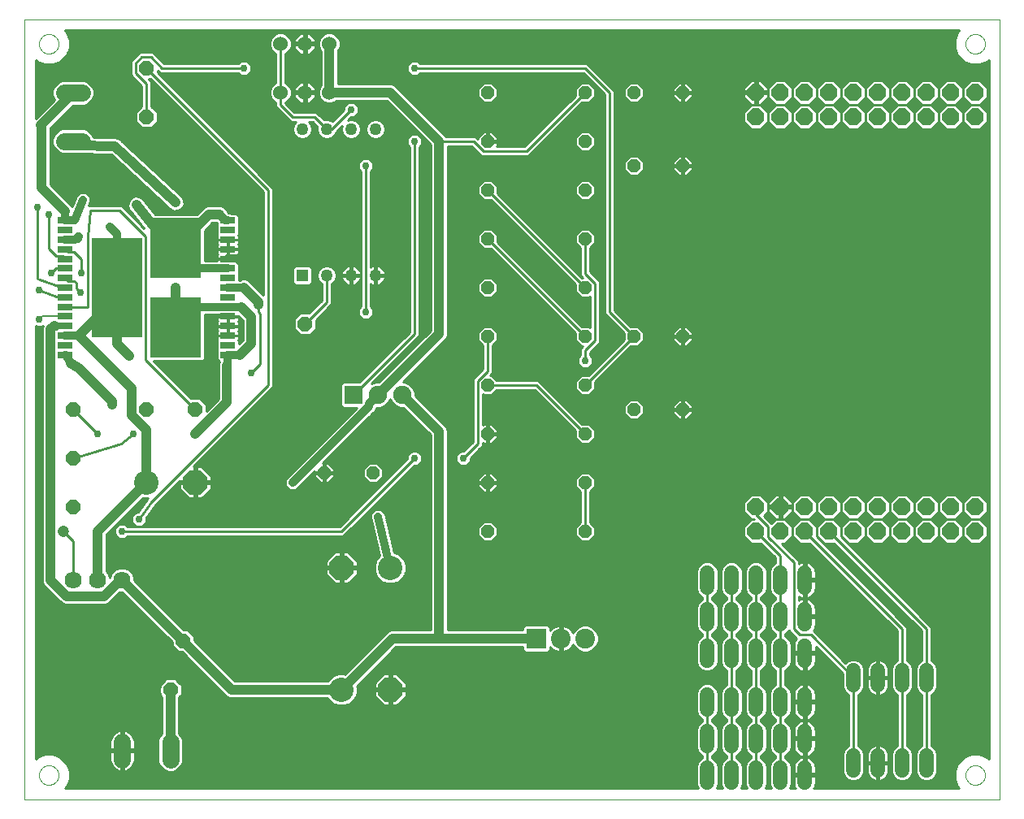
<source format=gtl>
G75*
%MOIN*%
%OFA0B0*%
%FSLAX25Y25*%
%IPPOS*%
%LPD*%
%AMOC8*
5,1,8,0,0,1.08239X$1,22.5*
%
%ADD10C,0.00000*%
%ADD11R,0.07500X0.07500*%
%ADD12C,0.07500*%
%ADD13C,0.07050*%
%ADD14C,0.05937*%
%ADD15C,0.10000*%
%ADD16OC8,0.10000*%
%ADD17OC8,0.05200*%
%ADD18R,0.05000X0.05000*%
%ADD19C,0.05000*%
%ADD20OC8,0.07000*%
%ADD21R,0.08100X0.08100*%
%ADD22C,0.08100*%
%ADD23C,0.06000*%
%ADD24R,0.05906X0.02559*%
%ADD25R,0.20669X0.40551*%
%ADD26R,0.20669X0.24528*%
%ADD27C,0.07050*%
%ADD28OC8,0.06000*%
%ADD29C,0.06000*%
%ADD30C,0.01000*%
%ADD31C,0.02000*%
%ADD32C,0.03200*%
%ADD33C,0.02978*%
%ADD34C,0.04750*%
%ADD35C,0.04000*%
%ADD36C,0.00600*%
D10*
X0001500Y0004500D02*
X0001500Y0324500D01*
X0401500Y0324500D01*
X0401500Y0004500D01*
X0001500Y0004500D01*
X0007500Y0014500D02*
X0007502Y0014626D01*
X0007508Y0014752D01*
X0007518Y0014878D01*
X0007532Y0015004D01*
X0007550Y0015129D01*
X0007572Y0015253D01*
X0007597Y0015377D01*
X0007627Y0015500D01*
X0007660Y0015621D01*
X0007698Y0015742D01*
X0007739Y0015861D01*
X0007784Y0015980D01*
X0007832Y0016096D01*
X0007884Y0016211D01*
X0007940Y0016324D01*
X0008000Y0016436D01*
X0008063Y0016545D01*
X0008129Y0016653D01*
X0008198Y0016758D01*
X0008271Y0016861D01*
X0008348Y0016962D01*
X0008427Y0017060D01*
X0008509Y0017156D01*
X0008595Y0017249D01*
X0008683Y0017340D01*
X0008774Y0017427D01*
X0008868Y0017512D01*
X0008964Y0017593D01*
X0009063Y0017672D01*
X0009164Y0017747D01*
X0009268Y0017819D01*
X0009374Y0017888D01*
X0009482Y0017954D01*
X0009592Y0018016D01*
X0009704Y0018074D01*
X0009817Y0018129D01*
X0009933Y0018180D01*
X0010050Y0018228D01*
X0010168Y0018272D01*
X0010288Y0018312D01*
X0010409Y0018348D01*
X0010531Y0018381D01*
X0010654Y0018410D01*
X0010778Y0018434D01*
X0010902Y0018455D01*
X0011027Y0018472D01*
X0011153Y0018485D01*
X0011279Y0018494D01*
X0011405Y0018499D01*
X0011532Y0018500D01*
X0011658Y0018497D01*
X0011784Y0018490D01*
X0011910Y0018479D01*
X0012035Y0018464D01*
X0012160Y0018445D01*
X0012284Y0018422D01*
X0012408Y0018396D01*
X0012530Y0018365D01*
X0012652Y0018331D01*
X0012772Y0018292D01*
X0012891Y0018250D01*
X0013009Y0018205D01*
X0013125Y0018155D01*
X0013240Y0018102D01*
X0013352Y0018045D01*
X0013463Y0017985D01*
X0013572Y0017921D01*
X0013679Y0017854D01*
X0013784Y0017784D01*
X0013887Y0017710D01*
X0013987Y0017633D01*
X0014085Y0017553D01*
X0014180Y0017470D01*
X0014272Y0017384D01*
X0014362Y0017295D01*
X0014449Y0017203D01*
X0014532Y0017109D01*
X0014613Y0017012D01*
X0014691Y0016912D01*
X0014766Y0016810D01*
X0014837Y0016706D01*
X0014905Y0016599D01*
X0014969Y0016491D01*
X0015030Y0016380D01*
X0015088Y0016268D01*
X0015142Y0016154D01*
X0015192Y0016038D01*
X0015239Y0015921D01*
X0015282Y0015802D01*
X0015321Y0015682D01*
X0015357Y0015561D01*
X0015388Y0015438D01*
X0015416Y0015315D01*
X0015440Y0015191D01*
X0015460Y0015066D01*
X0015476Y0014941D01*
X0015488Y0014815D01*
X0015496Y0014689D01*
X0015500Y0014563D01*
X0015500Y0014437D01*
X0015496Y0014311D01*
X0015488Y0014185D01*
X0015476Y0014059D01*
X0015460Y0013934D01*
X0015440Y0013809D01*
X0015416Y0013685D01*
X0015388Y0013562D01*
X0015357Y0013439D01*
X0015321Y0013318D01*
X0015282Y0013198D01*
X0015239Y0013079D01*
X0015192Y0012962D01*
X0015142Y0012846D01*
X0015088Y0012732D01*
X0015030Y0012620D01*
X0014969Y0012509D01*
X0014905Y0012401D01*
X0014837Y0012294D01*
X0014766Y0012190D01*
X0014691Y0012088D01*
X0014613Y0011988D01*
X0014532Y0011891D01*
X0014449Y0011797D01*
X0014362Y0011705D01*
X0014272Y0011616D01*
X0014180Y0011530D01*
X0014085Y0011447D01*
X0013987Y0011367D01*
X0013887Y0011290D01*
X0013784Y0011216D01*
X0013679Y0011146D01*
X0013572Y0011079D01*
X0013463Y0011015D01*
X0013352Y0010955D01*
X0013240Y0010898D01*
X0013125Y0010845D01*
X0013009Y0010795D01*
X0012891Y0010750D01*
X0012772Y0010708D01*
X0012652Y0010669D01*
X0012530Y0010635D01*
X0012408Y0010604D01*
X0012284Y0010578D01*
X0012160Y0010555D01*
X0012035Y0010536D01*
X0011910Y0010521D01*
X0011784Y0010510D01*
X0011658Y0010503D01*
X0011532Y0010500D01*
X0011405Y0010501D01*
X0011279Y0010506D01*
X0011153Y0010515D01*
X0011027Y0010528D01*
X0010902Y0010545D01*
X0010778Y0010566D01*
X0010654Y0010590D01*
X0010531Y0010619D01*
X0010409Y0010652D01*
X0010288Y0010688D01*
X0010168Y0010728D01*
X0010050Y0010772D01*
X0009933Y0010820D01*
X0009817Y0010871D01*
X0009704Y0010926D01*
X0009592Y0010984D01*
X0009482Y0011046D01*
X0009374Y0011112D01*
X0009268Y0011181D01*
X0009164Y0011253D01*
X0009063Y0011328D01*
X0008964Y0011407D01*
X0008868Y0011488D01*
X0008774Y0011573D01*
X0008683Y0011660D01*
X0008595Y0011751D01*
X0008509Y0011844D01*
X0008427Y0011940D01*
X0008348Y0012038D01*
X0008271Y0012139D01*
X0008198Y0012242D01*
X0008129Y0012347D01*
X0008063Y0012455D01*
X0008000Y0012564D01*
X0007940Y0012676D01*
X0007884Y0012789D01*
X0007832Y0012904D01*
X0007784Y0013020D01*
X0007739Y0013139D01*
X0007698Y0013258D01*
X0007660Y0013379D01*
X0007627Y0013500D01*
X0007597Y0013623D01*
X0007572Y0013747D01*
X0007550Y0013871D01*
X0007532Y0013996D01*
X0007518Y0014122D01*
X0007508Y0014248D01*
X0007502Y0014374D01*
X0007500Y0014500D01*
X0007500Y0314500D02*
X0007502Y0314626D01*
X0007508Y0314752D01*
X0007518Y0314878D01*
X0007532Y0315004D01*
X0007550Y0315129D01*
X0007572Y0315253D01*
X0007597Y0315377D01*
X0007627Y0315500D01*
X0007660Y0315621D01*
X0007698Y0315742D01*
X0007739Y0315861D01*
X0007784Y0315980D01*
X0007832Y0316096D01*
X0007884Y0316211D01*
X0007940Y0316324D01*
X0008000Y0316436D01*
X0008063Y0316545D01*
X0008129Y0316653D01*
X0008198Y0316758D01*
X0008271Y0316861D01*
X0008348Y0316962D01*
X0008427Y0317060D01*
X0008509Y0317156D01*
X0008595Y0317249D01*
X0008683Y0317340D01*
X0008774Y0317427D01*
X0008868Y0317512D01*
X0008964Y0317593D01*
X0009063Y0317672D01*
X0009164Y0317747D01*
X0009268Y0317819D01*
X0009374Y0317888D01*
X0009482Y0317954D01*
X0009592Y0318016D01*
X0009704Y0318074D01*
X0009817Y0318129D01*
X0009933Y0318180D01*
X0010050Y0318228D01*
X0010168Y0318272D01*
X0010288Y0318312D01*
X0010409Y0318348D01*
X0010531Y0318381D01*
X0010654Y0318410D01*
X0010778Y0318434D01*
X0010902Y0318455D01*
X0011027Y0318472D01*
X0011153Y0318485D01*
X0011279Y0318494D01*
X0011405Y0318499D01*
X0011532Y0318500D01*
X0011658Y0318497D01*
X0011784Y0318490D01*
X0011910Y0318479D01*
X0012035Y0318464D01*
X0012160Y0318445D01*
X0012284Y0318422D01*
X0012408Y0318396D01*
X0012530Y0318365D01*
X0012652Y0318331D01*
X0012772Y0318292D01*
X0012891Y0318250D01*
X0013009Y0318205D01*
X0013125Y0318155D01*
X0013240Y0318102D01*
X0013352Y0318045D01*
X0013463Y0317985D01*
X0013572Y0317921D01*
X0013679Y0317854D01*
X0013784Y0317784D01*
X0013887Y0317710D01*
X0013987Y0317633D01*
X0014085Y0317553D01*
X0014180Y0317470D01*
X0014272Y0317384D01*
X0014362Y0317295D01*
X0014449Y0317203D01*
X0014532Y0317109D01*
X0014613Y0317012D01*
X0014691Y0316912D01*
X0014766Y0316810D01*
X0014837Y0316706D01*
X0014905Y0316599D01*
X0014969Y0316491D01*
X0015030Y0316380D01*
X0015088Y0316268D01*
X0015142Y0316154D01*
X0015192Y0316038D01*
X0015239Y0315921D01*
X0015282Y0315802D01*
X0015321Y0315682D01*
X0015357Y0315561D01*
X0015388Y0315438D01*
X0015416Y0315315D01*
X0015440Y0315191D01*
X0015460Y0315066D01*
X0015476Y0314941D01*
X0015488Y0314815D01*
X0015496Y0314689D01*
X0015500Y0314563D01*
X0015500Y0314437D01*
X0015496Y0314311D01*
X0015488Y0314185D01*
X0015476Y0314059D01*
X0015460Y0313934D01*
X0015440Y0313809D01*
X0015416Y0313685D01*
X0015388Y0313562D01*
X0015357Y0313439D01*
X0015321Y0313318D01*
X0015282Y0313198D01*
X0015239Y0313079D01*
X0015192Y0312962D01*
X0015142Y0312846D01*
X0015088Y0312732D01*
X0015030Y0312620D01*
X0014969Y0312509D01*
X0014905Y0312401D01*
X0014837Y0312294D01*
X0014766Y0312190D01*
X0014691Y0312088D01*
X0014613Y0311988D01*
X0014532Y0311891D01*
X0014449Y0311797D01*
X0014362Y0311705D01*
X0014272Y0311616D01*
X0014180Y0311530D01*
X0014085Y0311447D01*
X0013987Y0311367D01*
X0013887Y0311290D01*
X0013784Y0311216D01*
X0013679Y0311146D01*
X0013572Y0311079D01*
X0013463Y0311015D01*
X0013352Y0310955D01*
X0013240Y0310898D01*
X0013125Y0310845D01*
X0013009Y0310795D01*
X0012891Y0310750D01*
X0012772Y0310708D01*
X0012652Y0310669D01*
X0012530Y0310635D01*
X0012408Y0310604D01*
X0012284Y0310578D01*
X0012160Y0310555D01*
X0012035Y0310536D01*
X0011910Y0310521D01*
X0011784Y0310510D01*
X0011658Y0310503D01*
X0011532Y0310500D01*
X0011405Y0310501D01*
X0011279Y0310506D01*
X0011153Y0310515D01*
X0011027Y0310528D01*
X0010902Y0310545D01*
X0010778Y0310566D01*
X0010654Y0310590D01*
X0010531Y0310619D01*
X0010409Y0310652D01*
X0010288Y0310688D01*
X0010168Y0310728D01*
X0010050Y0310772D01*
X0009933Y0310820D01*
X0009817Y0310871D01*
X0009704Y0310926D01*
X0009592Y0310984D01*
X0009482Y0311046D01*
X0009374Y0311112D01*
X0009268Y0311181D01*
X0009164Y0311253D01*
X0009063Y0311328D01*
X0008964Y0311407D01*
X0008868Y0311488D01*
X0008774Y0311573D01*
X0008683Y0311660D01*
X0008595Y0311751D01*
X0008509Y0311844D01*
X0008427Y0311940D01*
X0008348Y0312038D01*
X0008271Y0312139D01*
X0008198Y0312242D01*
X0008129Y0312347D01*
X0008063Y0312455D01*
X0008000Y0312564D01*
X0007940Y0312676D01*
X0007884Y0312789D01*
X0007832Y0312904D01*
X0007784Y0313020D01*
X0007739Y0313139D01*
X0007698Y0313258D01*
X0007660Y0313379D01*
X0007627Y0313500D01*
X0007597Y0313623D01*
X0007572Y0313747D01*
X0007550Y0313871D01*
X0007532Y0313996D01*
X0007518Y0314122D01*
X0007508Y0314248D01*
X0007502Y0314374D01*
X0007500Y0314500D01*
X0387500Y0314500D02*
X0387502Y0314626D01*
X0387508Y0314752D01*
X0387518Y0314878D01*
X0387532Y0315004D01*
X0387550Y0315129D01*
X0387572Y0315253D01*
X0387597Y0315377D01*
X0387627Y0315500D01*
X0387660Y0315621D01*
X0387698Y0315742D01*
X0387739Y0315861D01*
X0387784Y0315980D01*
X0387832Y0316096D01*
X0387884Y0316211D01*
X0387940Y0316324D01*
X0388000Y0316436D01*
X0388063Y0316545D01*
X0388129Y0316653D01*
X0388198Y0316758D01*
X0388271Y0316861D01*
X0388348Y0316962D01*
X0388427Y0317060D01*
X0388509Y0317156D01*
X0388595Y0317249D01*
X0388683Y0317340D01*
X0388774Y0317427D01*
X0388868Y0317512D01*
X0388964Y0317593D01*
X0389063Y0317672D01*
X0389164Y0317747D01*
X0389268Y0317819D01*
X0389374Y0317888D01*
X0389482Y0317954D01*
X0389592Y0318016D01*
X0389704Y0318074D01*
X0389817Y0318129D01*
X0389933Y0318180D01*
X0390050Y0318228D01*
X0390168Y0318272D01*
X0390288Y0318312D01*
X0390409Y0318348D01*
X0390531Y0318381D01*
X0390654Y0318410D01*
X0390778Y0318434D01*
X0390902Y0318455D01*
X0391027Y0318472D01*
X0391153Y0318485D01*
X0391279Y0318494D01*
X0391405Y0318499D01*
X0391532Y0318500D01*
X0391658Y0318497D01*
X0391784Y0318490D01*
X0391910Y0318479D01*
X0392035Y0318464D01*
X0392160Y0318445D01*
X0392284Y0318422D01*
X0392408Y0318396D01*
X0392530Y0318365D01*
X0392652Y0318331D01*
X0392772Y0318292D01*
X0392891Y0318250D01*
X0393009Y0318205D01*
X0393125Y0318155D01*
X0393240Y0318102D01*
X0393352Y0318045D01*
X0393463Y0317985D01*
X0393572Y0317921D01*
X0393679Y0317854D01*
X0393784Y0317784D01*
X0393887Y0317710D01*
X0393987Y0317633D01*
X0394085Y0317553D01*
X0394180Y0317470D01*
X0394272Y0317384D01*
X0394362Y0317295D01*
X0394449Y0317203D01*
X0394532Y0317109D01*
X0394613Y0317012D01*
X0394691Y0316912D01*
X0394766Y0316810D01*
X0394837Y0316706D01*
X0394905Y0316599D01*
X0394969Y0316491D01*
X0395030Y0316380D01*
X0395088Y0316268D01*
X0395142Y0316154D01*
X0395192Y0316038D01*
X0395239Y0315921D01*
X0395282Y0315802D01*
X0395321Y0315682D01*
X0395357Y0315561D01*
X0395388Y0315438D01*
X0395416Y0315315D01*
X0395440Y0315191D01*
X0395460Y0315066D01*
X0395476Y0314941D01*
X0395488Y0314815D01*
X0395496Y0314689D01*
X0395500Y0314563D01*
X0395500Y0314437D01*
X0395496Y0314311D01*
X0395488Y0314185D01*
X0395476Y0314059D01*
X0395460Y0313934D01*
X0395440Y0313809D01*
X0395416Y0313685D01*
X0395388Y0313562D01*
X0395357Y0313439D01*
X0395321Y0313318D01*
X0395282Y0313198D01*
X0395239Y0313079D01*
X0395192Y0312962D01*
X0395142Y0312846D01*
X0395088Y0312732D01*
X0395030Y0312620D01*
X0394969Y0312509D01*
X0394905Y0312401D01*
X0394837Y0312294D01*
X0394766Y0312190D01*
X0394691Y0312088D01*
X0394613Y0311988D01*
X0394532Y0311891D01*
X0394449Y0311797D01*
X0394362Y0311705D01*
X0394272Y0311616D01*
X0394180Y0311530D01*
X0394085Y0311447D01*
X0393987Y0311367D01*
X0393887Y0311290D01*
X0393784Y0311216D01*
X0393679Y0311146D01*
X0393572Y0311079D01*
X0393463Y0311015D01*
X0393352Y0310955D01*
X0393240Y0310898D01*
X0393125Y0310845D01*
X0393009Y0310795D01*
X0392891Y0310750D01*
X0392772Y0310708D01*
X0392652Y0310669D01*
X0392530Y0310635D01*
X0392408Y0310604D01*
X0392284Y0310578D01*
X0392160Y0310555D01*
X0392035Y0310536D01*
X0391910Y0310521D01*
X0391784Y0310510D01*
X0391658Y0310503D01*
X0391532Y0310500D01*
X0391405Y0310501D01*
X0391279Y0310506D01*
X0391153Y0310515D01*
X0391027Y0310528D01*
X0390902Y0310545D01*
X0390778Y0310566D01*
X0390654Y0310590D01*
X0390531Y0310619D01*
X0390409Y0310652D01*
X0390288Y0310688D01*
X0390168Y0310728D01*
X0390050Y0310772D01*
X0389933Y0310820D01*
X0389817Y0310871D01*
X0389704Y0310926D01*
X0389592Y0310984D01*
X0389482Y0311046D01*
X0389374Y0311112D01*
X0389268Y0311181D01*
X0389164Y0311253D01*
X0389063Y0311328D01*
X0388964Y0311407D01*
X0388868Y0311488D01*
X0388774Y0311573D01*
X0388683Y0311660D01*
X0388595Y0311751D01*
X0388509Y0311844D01*
X0388427Y0311940D01*
X0388348Y0312038D01*
X0388271Y0312139D01*
X0388198Y0312242D01*
X0388129Y0312347D01*
X0388063Y0312455D01*
X0388000Y0312564D01*
X0387940Y0312676D01*
X0387884Y0312789D01*
X0387832Y0312904D01*
X0387784Y0313020D01*
X0387739Y0313139D01*
X0387698Y0313258D01*
X0387660Y0313379D01*
X0387627Y0313500D01*
X0387597Y0313623D01*
X0387572Y0313747D01*
X0387550Y0313871D01*
X0387532Y0313996D01*
X0387518Y0314122D01*
X0387508Y0314248D01*
X0387502Y0314374D01*
X0387500Y0314500D01*
X0387500Y0014500D02*
X0387502Y0014626D01*
X0387508Y0014752D01*
X0387518Y0014878D01*
X0387532Y0015004D01*
X0387550Y0015129D01*
X0387572Y0015253D01*
X0387597Y0015377D01*
X0387627Y0015500D01*
X0387660Y0015621D01*
X0387698Y0015742D01*
X0387739Y0015861D01*
X0387784Y0015980D01*
X0387832Y0016096D01*
X0387884Y0016211D01*
X0387940Y0016324D01*
X0388000Y0016436D01*
X0388063Y0016545D01*
X0388129Y0016653D01*
X0388198Y0016758D01*
X0388271Y0016861D01*
X0388348Y0016962D01*
X0388427Y0017060D01*
X0388509Y0017156D01*
X0388595Y0017249D01*
X0388683Y0017340D01*
X0388774Y0017427D01*
X0388868Y0017512D01*
X0388964Y0017593D01*
X0389063Y0017672D01*
X0389164Y0017747D01*
X0389268Y0017819D01*
X0389374Y0017888D01*
X0389482Y0017954D01*
X0389592Y0018016D01*
X0389704Y0018074D01*
X0389817Y0018129D01*
X0389933Y0018180D01*
X0390050Y0018228D01*
X0390168Y0018272D01*
X0390288Y0018312D01*
X0390409Y0018348D01*
X0390531Y0018381D01*
X0390654Y0018410D01*
X0390778Y0018434D01*
X0390902Y0018455D01*
X0391027Y0018472D01*
X0391153Y0018485D01*
X0391279Y0018494D01*
X0391405Y0018499D01*
X0391532Y0018500D01*
X0391658Y0018497D01*
X0391784Y0018490D01*
X0391910Y0018479D01*
X0392035Y0018464D01*
X0392160Y0018445D01*
X0392284Y0018422D01*
X0392408Y0018396D01*
X0392530Y0018365D01*
X0392652Y0018331D01*
X0392772Y0018292D01*
X0392891Y0018250D01*
X0393009Y0018205D01*
X0393125Y0018155D01*
X0393240Y0018102D01*
X0393352Y0018045D01*
X0393463Y0017985D01*
X0393572Y0017921D01*
X0393679Y0017854D01*
X0393784Y0017784D01*
X0393887Y0017710D01*
X0393987Y0017633D01*
X0394085Y0017553D01*
X0394180Y0017470D01*
X0394272Y0017384D01*
X0394362Y0017295D01*
X0394449Y0017203D01*
X0394532Y0017109D01*
X0394613Y0017012D01*
X0394691Y0016912D01*
X0394766Y0016810D01*
X0394837Y0016706D01*
X0394905Y0016599D01*
X0394969Y0016491D01*
X0395030Y0016380D01*
X0395088Y0016268D01*
X0395142Y0016154D01*
X0395192Y0016038D01*
X0395239Y0015921D01*
X0395282Y0015802D01*
X0395321Y0015682D01*
X0395357Y0015561D01*
X0395388Y0015438D01*
X0395416Y0015315D01*
X0395440Y0015191D01*
X0395460Y0015066D01*
X0395476Y0014941D01*
X0395488Y0014815D01*
X0395496Y0014689D01*
X0395500Y0014563D01*
X0395500Y0014437D01*
X0395496Y0014311D01*
X0395488Y0014185D01*
X0395476Y0014059D01*
X0395460Y0013934D01*
X0395440Y0013809D01*
X0395416Y0013685D01*
X0395388Y0013562D01*
X0395357Y0013439D01*
X0395321Y0013318D01*
X0395282Y0013198D01*
X0395239Y0013079D01*
X0395192Y0012962D01*
X0395142Y0012846D01*
X0395088Y0012732D01*
X0395030Y0012620D01*
X0394969Y0012509D01*
X0394905Y0012401D01*
X0394837Y0012294D01*
X0394766Y0012190D01*
X0394691Y0012088D01*
X0394613Y0011988D01*
X0394532Y0011891D01*
X0394449Y0011797D01*
X0394362Y0011705D01*
X0394272Y0011616D01*
X0394180Y0011530D01*
X0394085Y0011447D01*
X0393987Y0011367D01*
X0393887Y0011290D01*
X0393784Y0011216D01*
X0393679Y0011146D01*
X0393572Y0011079D01*
X0393463Y0011015D01*
X0393352Y0010955D01*
X0393240Y0010898D01*
X0393125Y0010845D01*
X0393009Y0010795D01*
X0392891Y0010750D01*
X0392772Y0010708D01*
X0392652Y0010669D01*
X0392530Y0010635D01*
X0392408Y0010604D01*
X0392284Y0010578D01*
X0392160Y0010555D01*
X0392035Y0010536D01*
X0391910Y0010521D01*
X0391784Y0010510D01*
X0391658Y0010503D01*
X0391532Y0010500D01*
X0391405Y0010501D01*
X0391279Y0010506D01*
X0391153Y0010515D01*
X0391027Y0010528D01*
X0390902Y0010545D01*
X0390778Y0010566D01*
X0390654Y0010590D01*
X0390531Y0010619D01*
X0390409Y0010652D01*
X0390288Y0010688D01*
X0390168Y0010728D01*
X0390050Y0010772D01*
X0389933Y0010820D01*
X0389817Y0010871D01*
X0389704Y0010926D01*
X0389592Y0010984D01*
X0389482Y0011046D01*
X0389374Y0011112D01*
X0389268Y0011181D01*
X0389164Y0011253D01*
X0389063Y0011328D01*
X0388964Y0011407D01*
X0388868Y0011488D01*
X0388774Y0011573D01*
X0388683Y0011660D01*
X0388595Y0011751D01*
X0388509Y0011844D01*
X0388427Y0011940D01*
X0388348Y0012038D01*
X0388271Y0012139D01*
X0388198Y0012242D01*
X0388129Y0012347D01*
X0388063Y0012455D01*
X0388000Y0012564D01*
X0387940Y0012676D01*
X0387884Y0012789D01*
X0387832Y0012904D01*
X0387784Y0013020D01*
X0387739Y0013139D01*
X0387698Y0013258D01*
X0387660Y0013379D01*
X0387627Y0013500D01*
X0387597Y0013623D01*
X0387572Y0013747D01*
X0387550Y0013871D01*
X0387532Y0013996D01*
X0387518Y0014122D01*
X0387508Y0014248D01*
X0387502Y0014374D01*
X0387500Y0014500D01*
D11*
X0136500Y0170500D03*
D12*
X0146500Y0170500D03*
X0156500Y0170500D03*
D13*
X0025025Y0274657D02*
X0017975Y0274657D01*
X0017975Y0294343D02*
X0025025Y0294343D01*
X0041657Y0028025D02*
X0041657Y0020975D01*
X0061343Y0020975D02*
X0061343Y0028025D01*
D14*
X0341500Y0022469D02*
X0341500Y0016531D01*
X0351500Y0016531D02*
X0351500Y0022469D01*
X0361500Y0022469D02*
X0361500Y0016531D01*
X0371500Y0016531D02*
X0371500Y0022469D01*
X0371500Y0051531D02*
X0371500Y0057469D01*
X0361500Y0057469D02*
X0361500Y0051531D01*
X0351500Y0051531D02*
X0351500Y0057469D01*
X0341500Y0057469D02*
X0341500Y0051531D01*
D15*
X0151500Y0099500D03*
X0131500Y0049500D03*
X0051500Y0134500D03*
D16*
X0071500Y0134500D03*
X0131500Y0099500D03*
X0151500Y0049500D03*
D17*
X0191500Y0114500D03*
X0191500Y0134500D03*
X0191500Y0154500D03*
X0191500Y0174500D03*
X0191500Y0194500D03*
X0191500Y0214500D03*
X0191500Y0234500D03*
X0191500Y0254500D03*
X0191500Y0274500D03*
X0191500Y0294500D03*
X0231500Y0294500D03*
X0251500Y0294500D03*
X0271500Y0294500D03*
X0271500Y0264500D03*
X0251500Y0264500D03*
X0231500Y0254500D03*
X0231500Y0274500D03*
X0231500Y0234500D03*
X0231500Y0214500D03*
X0231500Y0194500D03*
X0251500Y0194500D03*
X0271500Y0194500D03*
X0271500Y0164500D03*
X0251500Y0164500D03*
X0231500Y0154500D03*
X0231500Y0134500D03*
X0231500Y0114500D03*
X0231500Y0174500D03*
X0144500Y0138500D03*
X0124500Y0138500D03*
D18*
X0115500Y0219500D03*
D19*
X0125500Y0219500D03*
X0135500Y0219500D03*
X0145500Y0219500D03*
X0145500Y0279500D03*
X0135500Y0279500D03*
X0125500Y0279500D03*
X0115500Y0279500D03*
D20*
X0301500Y0284500D03*
X0301500Y0294500D03*
X0311500Y0294500D03*
X0321500Y0294500D03*
X0321500Y0284500D03*
X0311500Y0284500D03*
X0331500Y0284500D03*
X0341500Y0284500D03*
X0341500Y0294500D03*
X0331500Y0294500D03*
X0351500Y0294500D03*
X0361500Y0294500D03*
X0361500Y0284500D03*
X0351500Y0284500D03*
X0371500Y0284500D03*
X0381500Y0284500D03*
X0381500Y0294500D03*
X0371500Y0294500D03*
X0391500Y0294500D03*
X0391500Y0284500D03*
X0391500Y0124500D03*
X0391500Y0114500D03*
X0381500Y0114500D03*
X0371500Y0114500D03*
X0371500Y0124500D03*
X0381500Y0124500D03*
X0361500Y0124500D03*
X0351500Y0124500D03*
X0351500Y0114500D03*
X0361500Y0114500D03*
X0341500Y0114500D03*
X0331500Y0114500D03*
X0331500Y0124500D03*
X0341500Y0124500D03*
X0321500Y0124500D03*
X0311500Y0124500D03*
X0311500Y0114500D03*
X0321500Y0114500D03*
X0301500Y0114500D03*
X0301500Y0124500D03*
D21*
X0211500Y0070500D03*
D22*
X0221500Y0070500D03*
X0231500Y0070500D03*
D23*
X0126500Y0294500D03*
X0116500Y0294500D03*
X0106500Y0294500D03*
X0106500Y0314500D03*
X0116500Y0314500D03*
X0126500Y0314500D03*
D24*
X0084965Y0242059D03*
X0084965Y0238122D03*
X0084965Y0234185D03*
X0084965Y0230248D03*
X0084965Y0226311D03*
X0084965Y0222374D03*
X0084965Y0218437D03*
X0084965Y0214500D03*
X0084965Y0210563D03*
X0084965Y0206626D03*
X0084965Y0202689D03*
X0084965Y0198752D03*
X0084965Y0194815D03*
X0084965Y0190878D03*
X0084965Y0186941D03*
X0018232Y0186941D03*
X0018232Y0190878D03*
X0018232Y0194815D03*
X0018232Y0198752D03*
X0018232Y0202689D03*
X0018232Y0206626D03*
X0018232Y0210563D03*
X0018232Y0214500D03*
X0018232Y0218437D03*
X0018232Y0222374D03*
X0018232Y0226311D03*
X0018232Y0230248D03*
X0018232Y0234185D03*
X0018232Y0238122D03*
X0018232Y0242059D03*
D25*
X0039492Y0214500D03*
D26*
X0063508Y0198161D03*
X0063508Y0230839D03*
D27*
X0041500Y0094500D03*
X0031500Y0094500D03*
X0021500Y0094500D03*
D28*
X0021500Y0124500D03*
X0021500Y0144500D03*
X0021500Y0164500D03*
X0051500Y0164500D03*
X0071500Y0164500D03*
X0116500Y0199500D03*
X0051500Y0284500D03*
X0051500Y0304500D03*
X0066500Y0069500D03*
X0061500Y0049500D03*
D29*
X0061343Y0049343D01*
X0041500Y0212492D02*
X0039492Y0214500D01*
X0281500Y0097500D02*
X0281500Y0091500D01*
X0281500Y0082500D02*
X0281500Y0076500D01*
X0281500Y0067500D02*
X0281500Y0061500D01*
X0291500Y0061500D02*
X0291500Y0067500D01*
X0301500Y0067500D02*
X0301500Y0061500D01*
X0311500Y0061500D02*
X0311500Y0067500D01*
X0321500Y0067500D02*
X0321500Y0061500D01*
X0321500Y0047500D02*
X0321500Y0041500D01*
X0311500Y0041500D02*
X0311500Y0047500D01*
X0301500Y0047500D02*
X0301500Y0041500D01*
X0291500Y0041500D02*
X0291500Y0047500D01*
X0281500Y0047500D02*
X0281500Y0041500D01*
X0281500Y0032500D02*
X0281500Y0026500D01*
X0281500Y0017500D02*
X0281500Y0011500D01*
X0291500Y0011500D02*
X0291500Y0017500D01*
X0301500Y0017500D02*
X0301500Y0011500D01*
X0311500Y0011500D02*
X0311500Y0017500D01*
X0321500Y0017500D02*
X0321500Y0011500D01*
X0321500Y0026500D02*
X0321500Y0032500D01*
X0311500Y0032500D02*
X0311500Y0026500D01*
X0301500Y0026500D02*
X0301500Y0032500D01*
X0291500Y0032500D02*
X0291500Y0026500D01*
X0291500Y0076500D02*
X0291500Y0082500D01*
X0301500Y0082500D02*
X0301500Y0076500D01*
X0311500Y0076500D02*
X0311500Y0082500D01*
X0321500Y0082500D02*
X0321500Y0076500D01*
X0321500Y0091500D02*
X0321500Y0097500D01*
X0311500Y0097500D02*
X0311500Y0091500D01*
X0301500Y0091500D02*
X0301500Y0097500D01*
X0291500Y0097500D02*
X0291500Y0091500D01*
D30*
X0291500Y0094500D02*
X0291500Y0079500D01*
X0291500Y0064500D01*
X0291500Y0044500D01*
X0291500Y0029500D01*
X0291500Y0014500D01*
X0296000Y0014485D02*
X0297000Y0014485D01*
X0297000Y0013487D02*
X0296000Y0013487D01*
X0296000Y0012488D02*
X0297000Y0012488D01*
X0297000Y0011490D02*
X0296000Y0011490D01*
X0296000Y0010605D02*
X0296000Y0018395D01*
X0295315Y0020049D01*
X0294049Y0021315D01*
X0293500Y0021542D01*
X0293500Y0022458D01*
X0294049Y0022685D01*
X0295315Y0023951D01*
X0296000Y0025605D01*
X0296000Y0033395D01*
X0295315Y0035049D01*
X0294049Y0036315D01*
X0293500Y0036542D01*
X0293500Y0037458D01*
X0294049Y0037685D01*
X0295315Y0038951D01*
X0296000Y0040605D01*
X0296000Y0048395D01*
X0295315Y0050049D01*
X0294049Y0051315D01*
X0293500Y0051542D01*
X0293500Y0057458D01*
X0294049Y0057685D01*
X0295315Y0058951D01*
X0296000Y0060605D01*
X0296000Y0068395D01*
X0295315Y0070049D01*
X0294049Y0071315D01*
X0293500Y0071542D01*
X0293500Y0072458D01*
X0294049Y0072685D01*
X0295315Y0073951D01*
X0296000Y0075605D01*
X0296000Y0083395D01*
X0295315Y0085049D01*
X0294049Y0086315D01*
X0293500Y0086542D01*
X0293500Y0087458D01*
X0294049Y0087685D01*
X0295315Y0088951D01*
X0296000Y0090605D01*
X0296000Y0098395D01*
X0295315Y0100049D01*
X0294049Y0101315D01*
X0292395Y0102000D01*
X0290605Y0102000D01*
X0288951Y0101315D01*
X0287685Y0100049D01*
X0287000Y0098395D01*
X0287000Y0090605D01*
X0287685Y0088951D01*
X0288951Y0087685D01*
X0289500Y0087458D01*
X0289500Y0086542D01*
X0288951Y0086315D01*
X0287685Y0085049D01*
X0287000Y0083395D01*
X0287000Y0075605D01*
X0287685Y0073951D01*
X0288951Y0072685D01*
X0289500Y0072458D01*
X0289500Y0071542D01*
X0288951Y0071315D01*
X0287685Y0070049D01*
X0287000Y0068395D01*
X0287000Y0060605D01*
X0287685Y0058951D01*
X0288951Y0057685D01*
X0289500Y0057458D01*
X0289500Y0051542D01*
X0288951Y0051315D01*
X0287685Y0050049D01*
X0287000Y0048395D01*
X0287000Y0040605D01*
X0287685Y0038951D01*
X0288951Y0037685D01*
X0289500Y0037458D01*
X0289500Y0036542D01*
X0288951Y0036315D01*
X0287685Y0035049D01*
X0287000Y0033395D01*
X0287000Y0025605D01*
X0287685Y0023951D01*
X0288951Y0022685D01*
X0289500Y0022458D01*
X0289500Y0021542D01*
X0288951Y0021315D01*
X0287685Y0020049D01*
X0287000Y0018395D01*
X0287000Y0010605D01*
X0287665Y0009000D01*
X0285335Y0009000D01*
X0286000Y0010605D01*
X0286000Y0018395D01*
X0285315Y0020049D01*
X0284049Y0021315D01*
X0283500Y0021542D01*
X0283500Y0022458D01*
X0284049Y0022685D01*
X0285315Y0023951D01*
X0286000Y0025605D01*
X0286000Y0033395D01*
X0285315Y0035049D01*
X0284049Y0036315D01*
X0283500Y0036542D01*
X0283500Y0037458D01*
X0284049Y0037685D01*
X0285315Y0038951D01*
X0286000Y0040605D01*
X0286000Y0048395D01*
X0285315Y0050049D01*
X0284049Y0051315D01*
X0282395Y0052000D01*
X0280605Y0052000D01*
X0278951Y0051315D01*
X0277685Y0050049D01*
X0277000Y0048395D01*
X0277000Y0040605D01*
X0277685Y0038951D01*
X0278951Y0037685D01*
X0279500Y0037458D01*
X0279500Y0036542D01*
X0278951Y0036315D01*
X0277685Y0035049D01*
X0277000Y0033395D01*
X0277000Y0025605D01*
X0277685Y0023951D01*
X0278951Y0022685D01*
X0279500Y0022458D01*
X0279500Y0021542D01*
X0278951Y0021315D01*
X0277685Y0020049D01*
X0277000Y0018395D01*
X0277000Y0010605D01*
X0277665Y0009000D01*
X0018021Y0009000D01*
X0018706Y0009685D01*
X0020000Y0012809D01*
X0020000Y0016191D01*
X0018706Y0019315D01*
X0016315Y0021706D01*
X0013191Y0023000D01*
X0009809Y0023000D01*
X0006685Y0021706D01*
X0006000Y0021021D01*
X0006000Y0198886D01*
X0006905Y0198511D01*
X0008095Y0198511D01*
X0009160Y0198952D01*
X0008780Y0198033D01*
X0008780Y0093797D01*
X0009312Y0092510D01*
X0010297Y0091526D01*
X0016815Y0085008D01*
X0018101Y0084475D01*
X0034899Y0084475D01*
X0036185Y0085008D01*
X0040652Y0089475D01*
X0041575Y0089475D01*
X0062000Y0069050D01*
X0062000Y0067636D01*
X0064636Y0065000D01*
X0066050Y0065000D01*
X0083533Y0047517D01*
X0084517Y0046533D01*
X0085804Y0046000D01*
X0125914Y0046000D01*
X0125990Y0045818D01*
X0127818Y0043990D01*
X0130207Y0043000D01*
X0132793Y0043000D01*
X0135182Y0043990D01*
X0137010Y0045818D01*
X0138000Y0048207D01*
X0138000Y0050793D01*
X0137925Y0050975D01*
X0153950Y0067000D01*
X0205950Y0067000D01*
X0205950Y0065829D01*
X0206829Y0064950D01*
X0216171Y0064950D01*
X0217050Y0065829D01*
X0217050Y0067183D01*
X0217267Y0066884D01*
X0217884Y0066267D01*
X0218591Y0065753D01*
X0219370Y0065357D01*
X0220200Y0065087D01*
X0221000Y0064960D01*
X0221000Y0070000D01*
X0222000Y0070000D01*
X0222000Y0064960D01*
X0222800Y0065087D01*
X0223630Y0065357D01*
X0224409Y0065753D01*
X0225116Y0066267D01*
X0225733Y0066884D01*
X0226247Y0067591D01*
X0226495Y0068079D01*
X0226795Y0067356D01*
X0228356Y0065795D01*
X0230396Y0064950D01*
X0232604Y0064950D01*
X0234644Y0065795D01*
X0236205Y0067356D01*
X0237050Y0069396D01*
X0237050Y0071604D01*
X0236205Y0073644D01*
X0234644Y0075205D01*
X0232604Y0076050D01*
X0230396Y0076050D01*
X0228356Y0075205D01*
X0226795Y0073644D01*
X0226495Y0072921D01*
X0226247Y0073409D01*
X0225733Y0074116D01*
X0225116Y0074733D01*
X0224409Y0075247D01*
X0223630Y0075643D01*
X0222800Y0075913D01*
X0222000Y0076040D01*
X0222000Y0071000D01*
X0221000Y0071000D01*
X0221000Y0076040D01*
X0220200Y0075913D01*
X0219370Y0075643D01*
X0218591Y0075247D01*
X0217884Y0074733D01*
X0217267Y0074116D01*
X0217050Y0073817D01*
X0217050Y0075171D01*
X0216171Y0076050D01*
X0206829Y0076050D01*
X0205950Y0075171D01*
X0205950Y0074000D01*
X0175000Y0074000D01*
X0175000Y0156196D01*
X0174467Y0157483D01*
X0173483Y0158467D01*
X0161750Y0170200D01*
X0161750Y0171544D01*
X0160951Y0173474D01*
X0159474Y0174951D01*
X0157544Y0175750D01*
X0156700Y0175750D01*
X0173483Y0192533D01*
X0174467Y0193517D01*
X0175000Y0194804D01*
X0175000Y0272500D01*
X0184873Y0272500D01*
X0187802Y0269572D01*
X0188973Y0268400D01*
X0208228Y0268400D01*
X0230228Y0290400D01*
X0233198Y0290400D01*
X0235600Y0292802D01*
X0235600Y0296198D01*
X0233198Y0298600D01*
X0229802Y0298600D01*
X0227400Y0296198D01*
X0227400Y0293228D01*
X0206572Y0272400D01*
X0195198Y0272400D01*
X0195600Y0272802D01*
X0195600Y0274200D01*
X0191800Y0274200D01*
X0191800Y0274800D01*
X0191200Y0274800D01*
X0191200Y0278600D01*
X0189802Y0278600D01*
X0187400Y0276198D01*
X0187400Y0275630D01*
X0186530Y0276500D01*
X0174450Y0276500D01*
X0154467Y0296483D01*
X0153483Y0297467D01*
X0152196Y0298000D01*
X0130000Y0298000D01*
X0130000Y0311636D01*
X0130315Y0311951D01*
X0131000Y0313605D01*
X0131000Y0315395D01*
X0130315Y0317049D01*
X0129049Y0318315D01*
X0127395Y0319000D01*
X0125605Y0319000D01*
X0123951Y0318315D01*
X0122685Y0317049D01*
X0122000Y0315395D01*
X0122000Y0313605D01*
X0122685Y0311951D01*
X0123000Y0311636D01*
X0123000Y0297364D01*
X0122685Y0297049D01*
X0122000Y0295395D01*
X0122000Y0293605D01*
X0122685Y0291951D01*
X0123951Y0290685D01*
X0125605Y0290000D01*
X0127395Y0290000D01*
X0129049Y0290685D01*
X0129364Y0291000D01*
X0150050Y0291000D01*
X0168000Y0273050D01*
X0168000Y0196950D01*
X0146800Y0175750D01*
X0145456Y0175750D01*
X0143958Y0175130D01*
X0162328Y0193500D01*
X0163500Y0194672D01*
X0163500Y0272273D01*
X0164034Y0272807D01*
X0164489Y0273905D01*
X0164489Y0275095D01*
X0164034Y0276193D01*
X0163193Y0277034D01*
X0162095Y0277489D01*
X0160905Y0277489D01*
X0159807Y0277034D01*
X0158966Y0276193D01*
X0158511Y0275095D01*
X0158511Y0273905D01*
X0158966Y0272807D01*
X0159500Y0272273D01*
X0159500Y0196328D01*
X0138922Y0175750D01*
X0132129Y0175750D01*
X0131250Y0174871D01*
X0131250Y0166129D01*
X0132129Y0165250D01*
X0137866Y0165250D01*
X0108872Y0136256D01*
X0108400Y0135117D01*
X0108400Y0133883D01*
X0108872Y0132744D01*
X0109744Y0131872D01*
X0110883Y0131400D01*
X0112117Y0131400D01*
X0113256Y0131872D01*
X0120400Y0139016D01*
X0120400Y0138800D01*
X0124200Y0138800D01*
X0124200Y0142600D01*
X0123984Y0142600D01*
X0142781Y0161397D01*
X0143083Y0161522D01*
X0143955Y0162394D01*
X0144606Y0163045D01*
X0145478Y0163917D01*
X0145950Y0165056D01*
X0145950Y0165250D01*
X0147544Y0165250D01*
X0149474Y0166049D01*
X0150951Y0167526D01*
X0151500Y0168852D01*
X0152049Y0167526D01*
X0153526Y0166049D01*
X0155456Y0165250D01*
X0156800Y0165250D01*
X0168000Y0154050D01*
X0168000Y0074000D01*
X0151804Y0074000D01*
X0150517Y0073467D01*
X0149533Y0072483D01*
X0132975Y0055925D01*
X0132793Y0056000D01*
X0130207Y0056000D01*
X0127818Y0055010D01*
X0125990Y0053182D01*
X0125914Y0053000D01*
X0087950Y0053000D01*
X0071000Y0069950D01*
X0071000Y0071364D01*
X0068364Y0074000D01*
X0066950Y0074000D01*
X0046525Y0094425D01*
X0046525Y0095500D01*
X0045760Y0097346D01*
X0044346Y0098760D01*
X0042500Y0099525D01*
X0040500Y0099525D01*
X0038654Y0098760D01*
X0037240Y0097346D01*
X0036500Y0095560D01*
X0035760Y0097346D01*
X0035000Y0098106D01*
X0035000Y0113050D01*
X0050025Y0128075D01*
X0050207Y0128000D01*
X0052114Y0128000D01*
X0051969Y0127797D01*
X0051500Y0127328D01*
X0051500Y0127141D01*
X0048177Y0122489D01*
X0047905Y0122489D01*
X0046807Y0122034D01*
X0045966Y0121193D01*
X0045511Y0120095D01*
X0045511Y0118905D01*
X0045966Y0117807D01*
X0046807Y0116966D01*
X0047905Y0116511D01*
X0049095Y0116511D01*
X0050193Y0116966D01*
X0051034Y0117807D01*
X0051489Y0118905D01*
X0051489Y0120095D01*
X0051450Y0120189D01*
X0055031Y0125203D01*
X0065000Y0135172D01*
X0065000Y0135000D01*
X0071000Y0135000D01*
X0071000Y0141000D01*
X0070828Y0141000D01*
X0102328Y0172500D01*
X0103500Y0173672D01*
X0103500Y0255328D01*
X0056000Y0302828D01*
X0056000Y0303536D01*
X0057036Y0302500D01*
X0089273Y0302500D01*
X0089807Y0301966D01*
X0090905Y0301511D01*
X0092095Y0301511D01*
X0093193Y0301966D01*
X0094034Y0302807D01*
X0094489Y0303905D01*
X0094489Y0305095D01*
X0094034Y0306193D01*
X0093193Y0307034D01*
X0092095Y0307489D01*
X0090905Y0307489D01*
X0089807Y0307034D01*
X0089273Y0306500D01*
X0058692Y0306500D01*
X0054192Y0311000D01*
X0048808Y0311000D01*
X0047636Y0309828D01*
X0045000Y0307192D01*
X0045000Y0301808D01*
X0049500Y0297308D01*
X0049500Y0288864D01*
X0047000Y0286364D01*
X0047000Y0282636D01*
X0049636Y0280000D01*
X0053364Y0280000D01*
X0056000Y0282636D01*
X0056000Y0286364D01*
X0053500Y0288864D01*
X0053500Y0298964D01*
X0052464Y0300000D01*
X0053172Y0300000D01*
X0099500Y0253672D01*
X0099500Y0211450D01*
X0093483Y0217467D01*
X0092196Y0218000D01*
X0090804Y0218000D01*
X0089838Y0217600D01*
X0089417Y0217600D01*
X0089417Y0220338D01*
X0089350Y0220405D01*
X0089417Y0220473D01*
X0089417Y0224275D01*
X0089287Y0224405D01*
X0089315Y0224453D01*
X0089417Y0224834D01*
X0089417Y0226171D01*
X0085104Y0226171D01*
X0085104Y0226451D01*
X0084825Y0226451D01*
X0084825Y0230108D01*
X0085104Y0230108D01*
X0085104Y0229091D01*
X0085104Y0226451D01*
X0089417Y0226451D01*
X0089417Y0227788D01*
X0089315Y0228170D01*
X0089252Y0228280D01*
X0089315Y0228390D01*
X0089417Y0228771D01*
X0089417Y0230108D01*
X0085104Y0230108D01*
X0085104Y0230388D01*
X0084825Y0230388D01*
X0084825Y0234045D01*
X0085104Y0234045D01*
X0085104Y0231406D01*
X0085104Y0230388D01*
X0089417Y0230388D01*
X0089417Y0231725D01*
X0089315Y0232107D01*
X0089252Y0232217D01*
X0089315Y0232327D01*
X0089417Y0232708D01*
X0089417Y0234045D01*
X0085104Y0234045D01*
X0085104Y0234325D01*
X0089417Y0234325D01*
X0089417Y0235662D01*
X0089315Y0236044D01*
X0089287Y0236091D01*
X0089417Y0236221D01*
X0089417Y0240023D01*
X0089350Y0240091D01*
X0089417Y0240158D01*
X0089417Y0243960D01*
X0088539Y0244839D01*
X0086355Y0244839D01*
X0085581Y0245159D01*
X0085225Y0245159D01*
X0084867Y0245517D01*
X0084467Y0246483D01*
X0083483Y0247467D01*
X0082196Y0248000D01*
X0076473Y0248000D01*
X0075187Y0247467D01*
X0074202Y0246483D01*
X0072322Y0244602D01*
X0055060Y0244602D01*
X0049809Y0251221D01*
X0048592Y0251897D01*
X0047209Y0252057D01*
X0045870Y0251675D01*
X0044779Y0250809D01*
X0044103Y0249592D01*
X0043943Y0248209D01*
X0044325Y0246870D01*
X0050633Y0238919D01*
X0042448Y0247104D01*
X0041277Y0248276D01*
X0028617Y0248276D01*
X0027962Y0248328D01*
X0028603Y0249901D01*
X0028596Y0251134D01*
X0028118Y0252271D01*
X0027241Y0253138D01*
X0026099Y0253603D01*
X0024866Y0253596D01*
X0023729Y0253118D01*
X0022862Y0252241D01*
X0021080Y0247870D01*
X0012000Y0256950D01*
X0012000Y0279893D01*
X0021425Y0289318D01*
X0026025Y0289318D01*
X0027871Y0290083D01*
X0029285Y0291496D01*
X0030050Y0293343D01*
X0030050Y0295342D01*
X0029285Y0297189D01*
X0027871Y0298602D01*
X0026025Y0299368D01*
X0016975Y0299368D01*
X0015129Y0298602D01*
X0013715Y0297189D01*
X0012950Y0295342D01*
X0012950Y0293343D01*
X0013712Y0291504D01*
X0006000Y0283792D01*
X0006000Y0307979D01*
X0006685Y0307294D01*
X0009809Y0306000D01*
X0013191Y0306000D01*
X0016315Y0307294D01*
X0018706Y0309685D01*
X0020000Y0312809D01*
X0020000Y0316191D01*
X0018706Y0319315D01*
X0018021Y0320000D01*
X0384979Y0320000D01*
X0384294Y0319315D01*
X0383000Y0316191D01*
X0383000Y0312809D01*
X0384294Y0309685D01*
X0386685Y0307294D01*
X0389809Y0306000D01*
X0393191Y0306000D01*
X0396315Y0307294D01*
X0397000Y0307979D01*
X0397000Y0021021D01*
X0396315Y0021706D01*
X0393191Y0023000D01*
X0389809Y0023000D01*
X0386685Y0021706D01*
X0384294Y0019315D01*
X0383000Y0016191D01*
X0383000Y0012809D01*
X0384294Y0009685D01*
X0384979Y0009000D01*
X0325246Y0009000D01*
X0325349Y0009141D01*
X0325670Y0009773D01*
X0325889Y0010446D01*
X0326000Y0011146D01*
X0326000Y0014000D01*
X0322000Y0014000D01*
X0322000Y0015000D01*
X0321000Y0015000D01*
X0321000Y0021977D01*
X0320446Y0021889D01*
X0319773Y0021670D01*
X0319141Y0021349D01*
X0318568Y0020932D01*
X0318068Y0020432D01*
X0317651Y0019859D01*
X0317330Y0019227D01*
X0317111Y0018554D01*
X0317000Y0017854D01*
X0317000Y0015000D01*
X0321000Y0015000D01*
X0321000Y0014000D01*
X0317000Y0014000D01*
X0317000Y0011146D01*
X0317111Y0010446D01*
X0317330Y0009773D01*
X0317651Y0009141D01*
X0317754Y0009000D01*
X0315335Y0009000D01*
X0316000Y0010605D01*
X0316000Y0018395D01*
X0315315Y0020049D01*
X0314049Y0021315D01*
X0313500Y0021542D01*
X0313500Y0022458D01*
X0314049Y0022685D01*
X0315315Y0023951D01*
X0316000Y0025605D01*
X0316000Y0033395D01*
X0315315Y0035049D01*
X0314049Y0036315D01*
X0313500Y0036542D01*
X0313500Y0037458D01*
X0314049Y0037685D01*
X0315315Y0038951D01*
X0316000Y0040605D01*
X0316000Y0048395D01*
X0315315Y0050049D01*
X0314049Y0051315D01*
X0313500Y0051542D01*
X0313500Y0057458D01*
X0314049Y0057685D01*
X0315315Y0058951D01*
X0316000Y0060605D01*
X0316000Y0068395D01*
X0315315Y0070049D01*
X0314049Y0071315D01*
X0313500Y0071542D01*
X0313500Y0072458D01*
X0314049Y0072685D01*
X0315086Y0073722D01*
X0316172Y0072636D01*
X0317636Y0071172D01*
X0317636Y0071172D01*
X0318222Y0070586D01*
X0318068Y0070432D01*
X0317651Y0069859D01*
X0317330Y0069227D01*
X0317111Y0068554D01*
X0317000Y0067854D01*
X0317000Y0065000D01*
X0321000Y0065000D01*
X0321000Y0064000D01*
X0322000Y0064000D01*
X0322000Y0065000D01*
X0326000Y0065000D01*
X0326000Y0067172D01*
X0337031Y0056140D01*
X0337031Y0050643D01*
X0337712Y0049000D01*
X0338969Y0047743D01*
X0339500Y0047523D01*
X0339500Y0026477D01*
X0338969Y0026257D01*
X0337712Y0025000D01*
X0337031Y0023357D01*
X0337031Y0015643D01*
X0337712Y0014000D01*
X0338969Y0012743D01*
X0340611Y0012063D01*
X0342389Y0012063D01*
X0344031Y0012743D01*
X0345288Y0014000D01*
X0345968Y0015643D01*
X0345968Y0023357D01*
X0345288Y0025000D01*
X0344031Y0026257D01*
X0343500Y0026477D01*
X0343500Y0047523D01*
X0344031Y0047743D01*
X0345288Y0049000D01*
X0345968Y0050643D01*
X0345968Y0058357D01*
X0345288Y0060000D01*
X0344031Y0061257D01*
X0342389Y0061937D01*
X0340611Y0061937D01*
X0338969Y0061257D01*
X0338270Y0060558D01*
X0326000Y0072828D01*
X0325070Y0073758D01*
X0325349Y0074141D01*
X0325670Y0074773D01*
X0325889Y0075446D01*
X0326000Y0076146D01*
X0326000Y0079000D01*
X0322000Y0079000D01*
X0322000Y0080000D01*
X0321000Y0080000D01*
X0321000Y0086977D01*
X0320446Y0086889D01*
X0319773Y0086670D01*
X0319141Y0086349D01*
X0319000Y0086246D01*
X0319000Y0087754D01*
X0319141Y0087651D01*
X0319773Y0087330D01*
X0320446Y0087111D01*
X0321000Y0087023D01*
X0321000Y0094000D01*
X0322000Y0094000D01*
X0322000Y0095000D01*
X0321000Y0095000D01*
X0321000Y0101977D01*
X0320446Y0101889D01*
X0319773Y0101670D01*
X0319141Y0101349D01*
X0319000Y0101246D01*
X0319000Y0102657D01*
X0317828Y0103828D01*
X0312157Y0109500D01*
X0313571Y0109500D01*
X0316500Y0112429D01*
X0319429Y0109500D01*
X0323571Y0109500D01*
X0323621Y0109550D01*
X0359500Y0073672D01*
X0359500Y0061477D01*
X0358969Y0061257D01*
X0357712Y0060000D01*
X0357031Y0058357D01*
X0357031Y0050643D01*
X0357712Y0049000D01*
X0358969Y0047743D01*
X0359500Y0047523D01*
X0359500Y0026477D01*
X0358969Y0026257D01*
X0357712Y0025000D01*
X0357031Y0023357D01*
X0357031Y0015643D01*
X0357712Y0014000D01*
X0358969Y0012743D01*
X0360611Y0012063D01*
X0362389Y0012063D01*
X0364031Y0012743D01*
X0365288Y0014000D01*
X0365968Y0015643D01*
X0365968Y0023357D01*
X0365288Y0025000D01*
X0364031Y0026257D01*
X0363500Y0026477D01*
X0363500Y0047523D01*
X0364031Y0047743D01*
X0365288Y0049000D01*
X0365968Y0050643D01*
X0365968Y0058357D01*
X0365288Y0060000D01*
X0364031Y0061257D01*
X0363500Y0061477D01*
X0363500Y0075328D01*
X0326450Y0112379D01*
X0326500Y0112429D01*
X0326500Y0116571D01*
X0323571Y0119500D01*
X0319429Y0119500D01*
X0316500Y0116571D01*
X0316500Y0112429D01*
X0316500Y0116571D01*
X0313571Y0119500D01*
X0316500Y0122429D01*
X0316500Y0124000D01*
X0312000Y0124000D01*
X0312000Y0125000D01*
X0311000Y0125000D01*
X0311000Y0129500D01*
X0309429Y0129500D01*
X0306500Y0126571D01*
X0306500Y0125000D01*
X0311000Y0125000D01*
X0311000Y0124000D01*
X0306500Y0124000D01*
X0306500Y0122429D01*
X0309429Y0119500D01*
X0311000Y0119500D01*
X0311000Y0124000D01*
X0312000Y0124000D01*
X0312000Y0119500D01*
X0313571Y0119500D01*
X0309429Y0119500D01*
X0307914Y0117985D01*
X0304985Y0120914D01*
X0306500Y0122429D01*
X0306500Y0126571D01*
X0303571Y0129500D01*
X0299429Y0129500D01*
X0296500Y0126571D01*
X0296500Y0122429D01*
X0299429Y0119500D01*
X0296500Y0116571D01*
X0296500Y0112429D01*
X0299429Y0109500D01*
X0303571Y0109500D01*
X0303621Y0109550D01*
X0309500Y0103672D01*
X0309500Y0101542D01*
X0308951Y0101315D01*
X0307685Y0100049D01*
X0307000Y0098395D01*
X0307000Y0090605D01*
X0307685Y0088951D01*
X0308951Y0087685D01*
X0309500Y0087458D01*
X0309500Y0086542D01*
X0308951Y0086315D01*
X0307685Y0085049D01*
X0307000Y0083395D01*
X0307000Y0075605D01*
X0307685Y0073951D01*
X0308951Y0072685D01*
X0309500Y0072458D01*
X0309500Y0071542D01*
X0308951Y0071315D01*
X0307685Y0070049D01*
X0307000Y0068395D01*
X0307000Y0060605D01*
X0307685Y0058951D01*
X0308951Y0057685D01*
X0309500Y0057458D01*
X0309500Y0051542D01*
X0308951Y0051315D01*
X0307685Y0050049D01*
X0307000Y0048395D01*
X0307000Y0040605D01*
X0307685Y0038951D01*
X0308951Y0037685D01*
X0309500Y0037458D01*
X0309500Y0036542D01*
X0308951Y0036315D01*
X0307685Y0035049D01*
X0307000Y0033395D01*
X0307000Y0025605D01*
X0307685Y0023951D01*
X0308951Y0022685D01*
X0309500Y0022458D01*
X0309500Y0021542D01*
X0308951Y0021315D01*
X0307685Y0020049D01*
X0307000Y0018395D01*
X0307000Y0010605D01*
X0307665Y0009000D01*
X0305335Y0009000D01*
X0306000Y0010605D01*
X0306000Y0018395D01*
X0305315Y0020049D01*
X0304049Y0021315D01*
X0303500Y0021542D01*
X0303500Y0022458D01*
X0304049Y0022685D01*
X0305315Y0023951D01*
X0306000Y0025605D01*
X0306000Y0033395D01*
X0305315Y0035049D01*
X0304049Y0036315D01*
X0303500Y0036542D01*
X0303500Y0037458D01*
X0304049Y0037685D01*
X0305315Y0038951D01*
X0306000Y0040605D01*
X0306000Y0048395D01*
X0305315Y0050049D01*
X0304049Y0051315D01*
X0303500Y0051542D01*
X0303500Y0057458D01*
X0304049Y0057685D01*
X0305315Y0058951D01*
X0306000Y0060605D01*
X0306000Y0068395D01*
X0305315Y0070049D01*
X0304049Y0071315D01*
X0303500Y0071542D01*
X0303500Y0072458D01*
X0304049Y0072685D01*
X0305315Y0073951D01*
X0306000Y0075605D01*
X0306000Y0083395D01*
X0305315Y0085049D01*
X0304049Y0086315D01*
X0303500Y0086542D01*
X0303500Y0087458D01*
X0304049Y0087685D01*
X0305315Y0088951D01*
X0306000Y0090605D01*
X0306000Y0098395D01*
X0305315Y0100049D01*
X0304049Y0101315D01*
X0302395Y0102000D01*
X0300605Y0102000D01*
X0298951Y0101315D01*
X0297685Y0100049D01*
X0297000Y0098395D01*
X0297000Y0090605D01*
X0297685Y0088951D01*
X0298951Y0087685D01*
X0299500Y0087458D01*
X0299500Y0086542D01*
X0298951Y0086315D01*
X0297685Y0085049D01*
X0297000Y0083395D01*
X0297000Y0075605D01*
X0297685Y0073951D01*
X0298951Y0072685D01*
X0299500Y0072458D01*
X0299500Y0071542D01*
X0298951Y0071315D01*
X0297685Y0070049D01*
X0297000Y0068395D01*
X0297000Y0060605D01*
X0297685Y0058951D01*
X0298951Y0057685D01*
X0299500Y0057458D01*
X0299500Y0051542D01*
X0298951Y0051315D01*
X0297685Y0050049D01*
X0297000Y0048395D01*
X0297000Y0040605D01*
X0297685Y0038951D01*
X0298951Y0037685D01*
X0299500Y0037458D01*
X0299500Y0036542D01*
X0298951Y0036315D01*
X0297685Y0035049D01*
X0297000Y0033395D01*
X0297000Y0025605D01*
X0297685Y0023951D01*
X0298951Y0022685D01*
X0299500Y0022458D01*
X0299500Y0021542D01*
X0298951Y0021315D01*
X0297685Y0020049D01*
X0297000Y0018395D01*
X0297000Y0010605D01*
X0297665Y0009000D01*
X0295335Y0009000D01*
X0296000Y0010605D01*
X0295953Y0010491D02*
X0297047Y0010491D01*
X0297461Y0009493D02*
X0295539Y0009493D01*
X0296000Y0015484D02*
X0297000Y0015484D01*
X0297000Y0016482D02*
X0296000Y0016482D01*
X0296000Y0017481D02*
X0297000Y0017481D01*
X0297035Y0018479D02*
X0295965Y0018479D01*
X0295552Y0019478D02*
X0297448Y0019478D01*
X0298112Y0020476D02*
X0294888Y0020476D01*
X0293663Y0021475D02*
X0299337Y0021475D01*
X0299462Y0022473D02*
X0293538Y0022473D01*
X0294836Y0023472D02*
X0298164Y0023472D01*
X0297470Y0024470D02*
X0295530Y0024470D01*
X0295944Y0025469D02*
X0297056Y0025469D01*
X0297000Y0026467D02*
X0296000Y0026467D01*
X0296000Y0027466D02*
X0297000Y0027466D01*
X0297000Y0028464D02*
X0296000Y0028464D01*
X0296000Y0029463D02*
X0297000Y0029463D01*
X0297000Y0030461D02*
X0296000Y0030461D01*
X0296000Y0031460D02*
X0297000Y0031460D01*
X0297000Y0032458D02*
X0296000Y0032458D01*
X0295974Y0033457D02*
X0297026Y0033457D01*
X0297439Y0034455D02*
X0295561Y0034455D01*
X0294910Y0035454D02*
X0298090Y0035454D01*
X0299283Y0036452D02*
X0293717Y0036452D01*
X0293500Y0037451D02*
X0299500Y0037451D01*
X0298187Y0038449D02*
X0294813Y0038449D01*
X0295521Y0039448D02*
X0297479Y0039448D01*
X0297066Y0040446D02*
X0295934Y0040446D01*
X0296000Y0041445D02*
X0297000Y0041445D01*
X0297000Y0042443D02*
X0296000Y0042443D01*
X0296000Y0043442D02*
X0297000Y0043442D01*
X0297000Y0044440D02*
X0296000Y0044440D01*
X0296000Y0045439D02*
X0297000Y0045439D01*
X0297000Y0046437D02*
X0296000Y0046437D01*
X0296000Y0047436D02*
X0297000Y0047436D01*
X0297016Y0048434D02*
X0295984Y0048434D01*
X0295570Y0049433D02*
X0297430Y0049433D01*
X0298068Y0050432D02*
X0294932Y0050432D01*
X0293771Y0051430D02*
X0299229Y0051430D01*
X0299500Y0052429D02*
X0293500Y0052429D01*
X0293500Y0053427D02*
X0299500Y0053427D01*
X0299500Y0054426D02*
X0293500Y0054426D01*
X0293500Y0055424D02*
X0299500Y0055424D01*
X0299500Y0056423D02*
X0293500Y0056423D01*
X0293500Y0057421D02*
X0299500Y0057421D01*
X0298216Y0058420D02*
X0294784Y0058420D01*
X0295508Y0059418D02*
X0297492Y0059418D01*
X0297078Y0060417D02*
X0295922Y0060417D01*
X0296000Y0061415D02*
X0297000Y0061415D01*
X0297000Y0062414D02*
X0296000Y0062414D01*
X0296000Y0063412D02*
X0297000Y0063412D01*
X0297000Y0064411D02*
X0296000Y0064411D01*
X0296000Y0065409D02*
X0297000Y0065409D01*
X0297000Y0066408D02*
X0296000Y0066408D01*
X0296000Y0067406D02*
X0297000Y0067406D01*
X0297004Y0068405D02*
X0295996Y0068405D01*
X0295582Y0069403D02*
X0297418Y0069403D01*
X0298038Y0070402D02*
X0294962Y0070402D01*
X0293843Y0071400D02*
X0299157Y0071400D01*
X0299500Y0072399D02*
X0293500Y0072399D01*
X0294761Y0073397D02*
X0298239Y0073397D01*
X0297501Y0074396D02*
X0295499Y0074396D01*
X0295913Y0075394D02*
X0297087Y0075394D01*
X0297000Y0076393D02*
X0296000Y0076393D01*
X0296000Y0077391D02*
X0297000Y0077391D01*
X0297000Y0078390D02*
X0296000Y0078390D01*
X0296000Y0079388D02*
X0297000Y0079388D01*
X0297000Y0080387D02*
X0296000Y0080387D01*
X0296000Y0081385D02*
X0297000Y0081385D01*
X0297000Y0082384D02*
X0296000Y0082384D01*
X0296000Y0083382D02*
X0297000Y0083382D01*
X0297408Y0084381D02*
X0295592Y0084381D01*
X0294985Y0085379D02*
X0298015Y0085379D01*
X0299103Y0086378D02*
X0293897Y0086378D01*
X0293500Y0087376D02*
X0299500Y0087376D01*
X0298261Y0088375D02*
X0294739Y0088375D01*
X0295490Y0089373D02*
X0297510Y0089373D01*
X0297096Y0090372D02*
X0295904Y0090372D01*
X0296000Y0091370D02*
X0297000Y0091370D01*
X0297000Y0092369D02*
X0296000Y0092369D01*
X0296000Y0093368D02*
X0297000Y0093368D01*
X0297000Y0094366D02*
X0296000Y0094366D01*
X0296000Y0095365D02*
X0297000Y0095365D01*
X0297000Y0096363D02*
X0296000Y0096363D01*
X0296000Y0097362D02*
X0297000Y0097362D01*
X0297000Y0098360D02*
X0296000Y0098360D01*
X0295601Y0099359D02*
X0297399Y0099359D01*
X0297993Y0100357D02*
X0295007Y0100357D01*
X0293951Y0101356D02*
X0299049Y0101356D01*
X0303951Y0101356D02*
X0309049Y0101356D01*
X0309500Y0102354D02*
X0175000Y0102354D01*
X0175000Y0101356D02*
X0279049Y0101356D01*
X0278951Y0101315D02*
X0277685Y0100049D01*
X0277000Y0098395D01*
X0277000Y0090605D01*
X0277685Y0088951D01*
X0278951Y0087685D01*
X0279500Y0087458D01*
X0279500Y0086542D01*
X0278951Y0086315D01*
X0277685Y0085049D01*
X0277000Y0083395D01*
X0277000Y0075605D01*
X0277685Y0073951D01*
X0278951Y0072685D01*
X0279500Y0072458D01*
X0279500Y0071542D01*
X0278951Y0071315D01*
X0277685Y0070049D01*
X0277000Y0068395D01*
X0277000Y0060605D01*
X0277685Y0058951D01*
X0278951Y0057685D01*
X0280605Y0057000D01*
X0282395Y0057000D01*
X0284049Y0057685D01*
X0285315Y0058951D01*
X0286000Y0060605D01*
X0286000Y0068395D01*
X0285315Y0070049D01*
X0284049Y0071315D01*
X0283500Y0071542D01*
X0283500Y0072458D01*
X0284049Y0072685D01*
X0285315Y0073951D01*
X0286000Y0075605D01*
X0286000Y0083395D01*
X0285315Y0085049D01*
X0284049Y0086315D01*
X0283500Y0086542D01*
X0283500Y0087458D01*
X0284049Y0087685D01*
X0285315Y0088951D01*
X0286000Y0090605D01*
X0286000Y0098395D01*
X0285315Y0100049D01*
X0284049Y0101315D01*
X0282395Y0102000D01*
X0280605Y0102000D01*
X0278951Y0101315D01*
X0277993Y0100357D02*
X0175000Y0100357D01*
X0175000Y0099359D02*
X0277399Y0099359D01*
X0277000Y0098360D02*
X0175000Y0098360D01*
X0175000Y0097362D02*
X0277000Y0097362D01*
X0277000Y0096363D02*
X0175000Y0096363D01*
X0175000Y0095365D02*
X0277000Y0095365D01*
X0277000Y0094366D02*
X0175000Y0094366D01*
X0175000Y0093368D02*
X0277000Y0093368D01*
X0277000Y0092369D02*
X0175000Y0092369D01*
X0175000Y0091370D02*
X0277000Y0091370D01*
X0277096Y0090372D02*
X0175000Y0090372D01*
X0175000Y0089373D02*
X0277510Y0089373D01*
X0278261Y0088375D02*
X0175000Y0088375D01*
X0175000Y0087376D02*
X0279500Y0087376D01*
X0279103Y0086378D02*
X0175000Y0086378D01*
X0175000Y0085379D02*
X0278015Y0085379D01*
X0277408Y0084381D02*
X0175000Y0084381D01*
X0175000Y0083382D02*
X0277000Y0083382D01*
X0277000Y0082384D02*
X0175000Y0082384D01*
X0175000Y0081385D02*
X0277000Y0081385D01*
X0277000Y0080387D02*
X0175000Y0080387D01*
X0175000Y0079388D02*
X0277000Y0079388D01*
X0277000Y0078390D02*
X0175000Y0078390D01*
X0175000Y0077391D02*
X0277000Y0077391D01*
X0277000Y0076393D02*
X0175000Y0076393D01*
X0175000Y0075394D02*
X0206173Y0075394D01*
X0205950Y0074396D02*
X0175000Y0074396D01*
X0168000Y0074396D02*
X0066554Y0074396D01*
X0065555Y0075394D02*
X0168000Y0075394D01*
X0168000Y0076393D02*
X0064557Y0076393D01*
X0063558Y0077391D02*
X0168000Y0077391D01*
X0168000Y0078390D02*
X0062560Y0078390D01*
X0061561Y0079388D02*
X0168000Y0079388D01*
X0168000Y0080387D02*
X0060563Y0080387D01*
X0059564Y0081385D02*
X0168000Y0081385D01*
X0168000Y0082384D02*
X0058566Y0082384D01*
X0057567Y0083382D02*
X0168000Y0083382D01*
X0168000Y0084381D02*
X0056569Y0084381D01*
X0055570Y0085379D02*
X0168000Y0085379D01*
X0168000Y0086378D02*
X0054572Y0086378D01*
X0053573Y0087376D02*
X0168000Y0087376D01*
X0168000Y0088375D02*
X0052575Y0088375D01*
X0051576Y0089373D02*
X0168000Y0089373D01*
X0168000Y0090372D02*
X0050578Y0090372D01*
X0049579Y0091370D02*
X0168000Y0091370D01*
X0168000Y0092369D02*
X0048581Y0092369D01*
X0047582Y0093368D02*
X0128440Y0093368D01*
X0128808Y0093000D02*
X0131000Y0093000D01*
X0131000Y0099000D01*
X0132000Y0099000D01*
X0132000Y0100000D01*
X0138000Y0100000D01*
X0138000Y0102192D01*
X0134192Y0106000D01*
X0132000Y0106000D01*
X0132000Y0100000D01*
X0131000Y0100000D01*
X0131000Y0106000D01*
X0128808Y0106000D01*
X0125000Y0102192D01*
X0125000Y0100000D01*
X0131000Y0100000D01*
X0131000Y0099000D01*
X0125000Y0099000D01*
X0125000Y0096808D01*
X0128808Y0093000D01*
X0127442Y0094366D02*
X0046584Y0094366D01*
X0046525Y0095365D02*
X0126443Y0095365D01*
X0125445Y0096363D02*
X0046167Y0096363D01*
X0045745Y0097362D02*
X0125000Y0097362D01*
X0125000Y0098360D02*
X0044746Y0098360D01*
X0042901Y0099359D02*
X0131000Y0099359D01*
X0131000Y0100357D02*
X0132000Y0100357D01*
X0132000Y0099359D02*
X0145000Y0099359D01*
X0145000Y0100357D02*
X0138000Y0100357D01*
X0138000Y0101356D02*
X0145233Y0101356D01*
X0145000Y0100793D02*
X0145990Y0103182D01*
X0147158Y0104351D01*
X0135841Y0104351D01*
X0134843Y0105350D02*
X0146921Y0105350D01*
X0146683Y0106348D02*
X0035000Y0106348D01*
X0035000Y0105350D02*
X0128157Y0105350D01*
X0127159Y0104351D02*
X0035000Y0104351D01*
X0035000Y0103353D02*
X0126160Y0103353D01*
X0125162Y0102354D02*
X0035000Y0102354D01*
X0035000Y0101356D02*
X0125000Y0101356D01*
X0125000Y0100357D02*
X0035000Y0100357D01*
X0035000Y0099359D02*
X0040099Y0099359D01*
X0038254Y0098360D02*
X0035000Y0098360D01*
X0035745Y0097362D02*
X0037255Y0097362D01*
X0036833Y0096363D02*
X0036167Y0096363D01*
X0040551Y0089373D02*
X0041677Y0089373D01*
X0042675Y0088375D02*
X0039552Y0088375D01*
X0038554Y0087376D02*
X0043674Y0087376D01*
X0044672Y0086378D02*
X0037555Y0086378D01*
X0036557Y0085379D02*
X0045671Y0085379D01*
X0046669Y0084381D02*
X0006000Y0084381D01*
X0006000Y0085379D02*
X0016443Y0085379D01*
X0015445Y0086378D02*
X0006000Y0086378D01*
X0006000Y0087376D02*
X0014446Y0087376D01*
X0013448Y0088375D02*
X0006000Y0088375D01*
X0006000Y0089373D02*
X0012449Y0089373D01*
X0011451Y0090372D02*
X0006000Y0090372D01*
X0006000Y0091370D02*
X0010452Y0091370D01*
X0009453Y0092369D02*
X0006000Y0092369D01*
X0006000Y0093368D02*
X0008957Y0093368D01*
X0008780Y0094366D02*
X0006000Y0094366D01*
X0006000Y0095365D02*
X0008780Y0095365D01*
X0008780Y0096363D02*
X0006000Y0096363D01*
X0006000Y0097362D02*
X0008780Y0097362D01*
X0008780Y0098360D02*
X0006000Y0098360D01*
X0006000Y0099359D02*
X0008780Y0099359D01*
X0008780Y0100357D02*
X0006000Y0100357D01*
X0006000Y0101356D02*
X0008780Y0101356D01*
X0008780Y0102354D02*
X0006000Y0102354D01*
X0006000Y0103353D02*
X0008780Y0103353D01*
X0008780Y0104351D02*
X0006000Y0104351D01*
X0006000Y0105350D02*
X0008780Y0105350D01*
X0008780Y0106348D02*
X0006000Y0106348D01*
X0006000Y0107347D02*
X0008780Y0107347D01*
X0008780Y0108345D02*
X0006000Y0108345D01*
X0006000Y0109344D02*
X0008780Y0109344D01*
X0008780Y0110342D02*
X0006000Y0110342D01*
X0006000Y0111341D02*
X0008780Y0111341D01*
X0008780Y0112339D02*
X0006000Y0112339D01*
X0006000Y0113338D02*
X0008780Y0113338D01*
X0008780Y0114336D02*
X0006000Y0114336D01*
X0006000Y0115335D02*
X0008780Y0115335D01*
X0008780Y0116333D02*
X0006000Y0116333D01*
X0006000Y0117332D02*
X0008780Y0117332D01*
X0008780Y0118330D02*
X0006000Y0118330D01*
X0006000Y0119329D02*
X0008780Y0119329D01*
X0008780Y0120327D02*
X0006000Y0120327D01*
X0006000Y0121326D02*
X0008780Y0121326D01*
X0008780Y0122324D02*
X0006000Y0122324D01*
X0006000Y0123323D02*
X0008780Y0123323D01*
X0008780Y0124321D02*
X0006000Y0124321D01*
X0006000Y0125320D02*
X0008780Y0125320D01*
X0008780Y0126318D02*
X0006000Y0126318D01*
X0006000Y0127317D02*
X0008780Y0127317D01*
X0008780Y0128315D02*
X0006000Y0128315D01*
X0006000Y0129314D02*
X0008780Y0129314D01*
X0008780Y0130312D02*
X0006000Y0130312D01*
X0006000Y0131311D02*
X0008780Y0131311D01*
X0008780Y0132309D02*
X0006000Y0132309D01*
X0006000Y0133308D02*
X0008780Y0133308D01*
X0008780Y0134306D02*
X0006000Y0134306D01*
X0006000Y0135305D02*
X0008780Y0135305D01*
X0008780Y0136303D02*
X0006000Y0136303D01*
X0006000Y0137302D02*
X0008780Y0137302D01*
X0008780Y0138301D02*
X0006000Y0138301D01*
X0006000Y0139299D02*
X0008780Y0139299D01*
X0008780Y0140298D02*
X0006000Y0140298D01*
X0006000Y0141296D02*
X0008780Y0141296D01*
X0008780Y0142295D02*
X0006000Y0142295D01*
X0006000Y0143293D02*
X0008780Y0143293D01*
X0008780Y0144292D02*
X0006000Y0144292D01*
X0006000Y0145290D02*
X0008780Y0145290D01*
X0008780Y0146289D02*
X0006000Y0146289D01*
X0006000Y0147287D02*
X0008780Y0147287D01*
X0008780Y0148286D02*
X0006000Y0148286D01*
X0006000Y0149284D02*
X0008780Y0149284D01*
X0008780Y0150283D02*
X0006000Y0150283D01*
X0006000Y0151281D02*
X0008780Y0151281D01*
X0008780Y0152280D02*
X0006000Y0152280D01*
X0006000Y0153278D02*
X0008780Y0153278D01*
X0008780Y0154277D02*
X0006000Y0154277D01*
X0006000Y0155275D02*
X0008780Y0155275D01*
X0008780Y0156274D02*
X0006000Y0156274D01*
X0006000Y0157272D02*
X0008780Y0157272D01*
X0008780Y0158271D02*
X0006000Y0158271D01*
X0006000Y0159269D02*
X0008780Y0159269D01*
X0008780Y0160268D02*
X0006000Y0160268D01*
X0006000Y0161266D02*
X0008780Y0161266D01*
X0008780Y0162265D02*
X0006000Y0162265D01*
X0006000Y0163263D02*
X0008780Y0163263D01*
X0008780Y0164262D02*
X0006000Y0164262D01*
X0006000Y0165260D02*
X0008780Y0165260D01*
X0008780Y0166259D02*
X0006000Y0166259D01*
X0006000Y0167257D02*
X0008780Y0167257D01*
X0008780Y0168256D02*
X0006000Y0168256D01*
X0006000Y0169254D02*
X0008780Y0169254D01*
X0008780Y0170253D02*
X0006000Y0170253D01*
X0006000Y0171251D02*
X0008780Y0171251D01*
X0008780Y0172250D02*
X0006000Y0172250D01*
X0006000Y0173248D02*
X0008780Y0173248D01*
X0008780Y0174247D02*
X0006000Y0174247D01*
X0006000Y0175245D02*
X0008780Y0175245D01*
X0008780Y0176244D02*
X0006000Y0176244D01*
X0006000Y0177242D02*
X0008780Y0177242D01*
X0008780Y0178241D02*
X0006000Y0178241D01*
X0006000Y0179239D02*
X0008780Y0179239D01*
X0008780Y0180238D02*
X0006000Y0180238D01*
X0006000Y0181237D02*
X0008780Y0181237D01*
X0008780Y0182235D02*
X0006000Y0182235D01*
X0006000Y0183234D02*
X0008780Y0183234D01*
X0008780Y0184232D02*
X0006000Y0184232D01*
X0006000Y0185231D02*
X0008780Y0185231D01*
X0008780Y0186229D02*
X0006000Y0186229D01*
X0006000Y0187228D02*
X0008780Y0187228D01*
X0008780Y0188226D02*
X0006000Y0188226D01*
X0006000Y0189225D02*
X0008780Y0189225D01*
X0008780Y0190223D02*
X0006000Y0190223D01*
X0006000Y0191222D02*
X0008780Y0191222D01*
X0008780Y0192220D02*
X0006000Y0192220D01*
X0006000Y0193219D02*
X0008780Y0193219D01*
X0008780Y0194217D02*
X0006000Y0194217D01*
X0006000Y0195216D02*
X0008780Y0195216D01*
X0008780Y0196214D02*
X0006000Y0196214D01*
X0006000Y0197213D02*
X0008780Y0197213D01*
X0008853Y0198211D02*
X0006000Y0198211D01*
X0012280Y0197337D02*
X0014401Y0197337D01*
X0015379Y0198315D01*
X0017795Y0198315D01*
X0018232Y0198752D01*
X0018232Y0206626D02*
X0027657Y0206626D01*
X0027657Y0235397D01*
X0028536Y0246276D01*
X0040448Y0246276D01*
X0051327Y0235397D01*
X0051327Y0193603D01*
X0051327Y0184673D01*
X0071500Y0164500D01*
X0076000Y0164262D02*
X0076312Y0164262D01*
X0076000Y0163950D02*
X0076000Y0166364D01*
X0073364Y0169000D01*
X0069828Y0169000D01*
X0054431Y0184398D01*
X0074464Y0184398D01*
X0075343Y0185276D01*
X0075343Y0203526D01*
X0080512Y0203526D01*
X0080512Y0202829D01*
X0084825Y0202829D01*
X0084825Y0202549D01*
X0085104Y0202549D01*
X0085104Y0199909D01*
X0085104Y0198892D01*
X0084825Y0198892D01*
X0084825Y0202549D01*
X0080512Y0202549D01*
X0080512Y0201212D01*
X0080614Y0200830D01*
X0080678Y0200720D01*
X0080614Y0200610D01*
X0080512Y0200229D01*
X0080512Y0198892D01*
X0084825Y0198892D01*
X0084825Y0198612D01*
X0085104Y0198612D01*
X0085104Y0195972D01*
X0085104Y0194955D01*
X0084825Y0194955D01*
X0084825Y0198612D01*
X0080512Y0198612D01*
X0080512Y0197275D01*
X0080614Y0196893D01*
X0080678Y0196783D01*
X0080614Y0196673D01*
X0080512Y0196292D01*
X0080512Y0194955D01*
X0084825Y0194955D01*
X0084825Y0194675D01*
X0080512Y0194675D01*
X0080512Y0193338D01*
X0080614Y0192956D01*
X0080642Y0192909D01*
X0080512Y0192779D01*
X0080512Y0188977D01*
X0080579Y0188909D01*
X0080512Y0188842D01*
X0080512Y0185040D01*
X0081390Y0184161D01*
X0081400Y0184161D01*
X0081000Y0183196D01*
X0081000Y0168950D01*
X0076000Y0163950D01*
X0076000Y0165260D02*
X0077311Y0165260D01*
X0078309Y0166259D02*
X0076000Y0166259D01*
X0075107Y0167257D02*
X0079308Y0167257D01*
X0080306Y0168256D02*
X0074108Y0168256D01*
X0069574Y0169254D02*
X0081000Y0169254D01*
X0081000Y0170253D02*
X0068576Y0170253D01*
X0067577Y0171251D02*
X0081000Y0171251D01*
X0081000Y0172250D02*
X0066578Y0172250D01*
X0065580Y0173248D02*
X0081000Y0173248D01*
X0081000Y0174247D02*
X0064581Y0174247D01*
X0063583Y0175245D02*
X0081000Y0175245D01*
X0081000Y0176244D02*
X0062584Y0176244D01*
X0061586Y0177242D02*
X0081000Y0177242D01*
X0081000Y0178241D02*
X0060587Y0178241D01*
X0059589Y0179239D02*
X0081000Y0179239D01*
X0081000Y0180238D02*
X0058590Y0180238D01*
X0057592Y0181237D02*
X0081000Y0181237D01*
X0081000Y0182235D02*
X0056593Y0182235D01*
X0055595Y0183234D02*
X0081015Y0183234D01*
X0081320Y0184232D02*
X0054596Y0184232D01*
X0075297Y0185231D02*
X0080512Y0185231D01*
X0080512Y0186229D02*
X0075343Y0186229D01*
X0075343Y0187228D02*
X0080512Y0187228D01*
X0080512Y0188226D02*
X0075343Y0188226D01*
X0075343Y0189225D02*
X0080512Y0189225D01*
X0080512Y0190223D02*
X0075343Y0190223D01*
X0075343Y0191222D02*
X0080512Y0191222D01*
X0080512Y0192220D02*
X0075343Y0192220D01*
X0075343Y0193219D02*
X0080544Y0193219D01*
X0080512Y0194217D02*
X0075343Y0194217D01*
X0075343Y0195216D02*
X0080512Y0195216D01*
X0080512Y0196214D02*
X0075343Y0196214D01*
X0075343Y0197213D02*
X0080528Y0197213D01*
X0080512Y0198211D02*
X0075343Y0198211D01*
X0075343Y0199210D02*
X0080512Y0199210D01*
X0080512Y0200208D02*
X0075343Y0200208D01*
X0075343Y0201207D02*
X0080513Y0201207D01*
X0080512Y0202205D02*
X0075343Y0202205D01*
X0075343Y0203204D02*
X0080512Y0203204D01*
X0084825Y0202205D02*
X0085104Y0202205D01*
X0085104Y0202549D02*
X0085104Y0202829D01*
X0089222Y0202829D01*
X0091000Y0201050D01*
X0091000Y0192950D01*
X0089417Y0191367D01*
X0089417Y0192779D01*
X0089287Y0192909D01*
X0089315Y0192956D01*
X0089417Y0193338D01*
X0089417Y0194675D01*
X0085104Y0194675D01*
X0085104Y0194955D01*
X0089417Y0194955D01*
X0089417Y0196292D01*
X0089315Y0196673D01*
X0089252Y0196783D01*
X0089315Y0196893D01*
X0089417Y0197275D01*
X0089417Y0198612D01*
X0085104Y0198612D01*
X0085104Y0198892D01*
X0089417Y0198892D01*
X0089417Y0200229D01*
X0089315Y0200610D01*
X0089252Y0200720D01*
X0089315Y0200830D01*
X0089417Y0201212D01*
X0089417Y0202549D01*
X0085104Y0202549D01*
X0085104Y0201207D02*
X0084825Y0201207D01*
X0084825Y0200208D02*
X0085104Y0200208D01*
X0085104Y0199210D02*
X0084825Y0199210D01*
X0084825Y0198211D02*
X0085104Y0198211D01*
X0085104Y0197213D02*
X0084825Y0197213D01*
X0084825Y0196214D02*
X0085104Y0196214D01*
X0085104Y0195216D02*
X0084825Y0195216D01*
X0089417Y0195216D02*
X0091000Y0195216D01*
X0091000Y0196214D02*
X0089417Y0196214D01*
X0089401Y0197213D02*
X0091000Y0197213D01*
X0091000Y0198211D02*
X0089417Y0198211D01*
X0089417Y0199210D02*
X0091000Y0199210D01*
X0091000Y0200208D02*
X0089417Y0200208D01*
X0089416Y0201207D02*
X0090844Y0201207D01*
X0089845Y0202205D02*
X0089417Y0202205D01*
X0097500Y0204450D02*
X0098000Y0203950D01*
X0098000Y0183000D01*
X0094500Y0179500D01*
X0101500Y0174500D02*
X0101500Y0254500D01*
X0051500Y0304500D01*
X0056000Y0303055D02*
X0056481Y0303055D01*
X0056772Y0302056D02*
X0089717Y0302056D01*
X0091500Y0304500D02*
X0057864Y0304500D01*
X0053364Y0309000D01*
X0049636Y0309000D01*
X0047000Y0306364D01*
X0047000Y0302636D01*
X0051500Y0298136D01*
X0051500Y0284500D01*
X0054452Y0281088D02*
X0072084Y0281088D01*
X0071085Y0282086D02*
X0055450Y0282086D01*
X0056000Y0283085D02*
X0070087Y0283085D01*
X0069088Y0284083D02*
X0056000Y0284083D01*
X0056000Y0285082D02*
X0068090Y0285082D01*
X0067091Y0286080D02*
X0056000Y0286080D01*
X0055285Y0287079D02*
X0066093Y0287079D01*
X0065094Y0288077D02*
X0054287Y0288077D01*
X0053500Y0289076D02*
X0064096Y0289076D01*
X0063097Y0290074D02*
X0053500Y0290074D01*
X0053500Y0291073D02*
X0062099Y0291073D01*
X0061100Y0292071D02*
X0053500Y0292071D01*
X0053500Y0293070D02*
X0060102Y0293070D01*
X0059103Y0294068D02*
X0053500Y0294068D01*
X0053500Y0295067D02*
X0058105Y0295067D01*
X0057106Y0296065D02*
X0053500Y0296065D01*
X0053500Y0297064D02*
X0056108Y0297064D01*
X0055109Y0298062D02*
X0053500Y0298062D01*
X0053404Y0299061D02*
X0054111Y0299061D01*
X0057771Y0301058D02*
X0104500Y0301058D01*
X0104500Y0302056D02*
X0093283Y0302056D01*
X0094137Y0303055D02*
X0104500Y0303055D01*
X0104500Y0304053D02*
X0094489Y0304053D01*
X0094489Y0305052D02*
X0104500Y0305052D01*
X0104500Y0306050D02*
X0094093Y0306050D01*
X0093157Y0307049D02*
X0104500Y0307049D01*
X0104500Y0308047D02*
X0057145Y0308047D01*
X0058143Y0307049D02*
X0089843Y0307049D01*
X0102648Y0312041D02*
X0019682Y0312041D01*
X0020000Y0313040D02*
X0102234Y0313040D01*
X0102000Y0313605D02*
X0102685Y0311951D01*
X0103951Y0310685D01*
X0104500Y0310458D01*
X0104500Y0298542D01*
X0103951Y0298315D01*
X0102685Y0297049D01*
X0102000Y0295395D01*
X0102000Y0293605D01*
X0102685Y0291951D01*
X0103951Y0290685D01*
X0104500Y0290458D01*
X0104500Y0288672D01*
X0105672Y0287500D01*
X0110672Y0282500D01*
X0112843Y0282500D01*
X0112109Y0281766D01*
X0111500Y0280296D01*
X0111500Y0278704D01*
X0112109Y0277234D01*
X0113234Y0276109D01*
X0114704Y0275500D01*
X0116296Y0275500D01*
X0117766Y0276109D01*
X0118891Y0277234D01*
X0119500Y0278704D01*
X0119500Y0280296D01*
X0118891Y0281766D01*
X0118157Y0282500D01*
X0119672Y0282500D01*
X0121610Y0280561D01*
X0121500Y0280296D01*
X0121500Y0278704D01*
X0122109Y0277234D01*
X0123234Y0276109D01*
X0124704Y0275500D01*
X0126296Y0275500D01*
X0127766Y0276109D01*
X0128891Y0277234D01*
X0129477Y0278648D01*
X0131766Y0280937D01*
X0131500Y0280296D01*
X0131500Y0278704D01*
X0132109Y0277234D01*
X0133234Y0276109D01*
X0134704Y0275500D01*
X0136296Y0275500D01*
X0137766Y0276109D01*
X0138891Y0277234D01*
X0139500Y0278704D01*
X0139500Y0280296D01*
X0138891Y0281766D01*
X0137766Y0282891D01*
X0136296Y0283500D01*
X0134704Y0283500D01*
X0134063Y0283234D01*
X0135339Y0284511D01*
X0136095Y0284511D01*
X0137193Y0284966D01*
X0138034Y0285807D01*
X0138489Y0286905D01*
X0138489Y0288095D01*
X0138034Y0289193D01*
X0137193Y0290034D01*
X0136095Y0290489D01*
X0134905Y0290489D01*
X0133807Y0290034D01*
X0132966Y0289193D01*
X0132511Y0288095D01*
X0132511Y0287339D01*
X0127914Y0282743D01*
X0127766Y0282891D01*
X0126296Y0283500D01*
X0124704Y0283500D01*
X0124439Y0283390D01*
X0122500Y0285328D01*
X0121328Y0286500D01*
X0112328Y0286500D01*
X0108500Y0290328D01*
X0108500Y0290458D01*
X0109049Y0290685D01*
X0110315Y0291951D01*
X0111000Y0293605D01*
X0111000Y0295395D01*
X0110315Y0297049D01*
X0109049Y0298315D01*
X0108500Y0298542D01*
X0108500Y0310458D01*
X0109049Y0310685D01*
X0110315Y0311951D01*
X0111000Y0313605D01*
X0111000Y0315395D01*
X0110315Y0317049D01*
X0109049Y0318315D01*
X0107395Y0319000D01*
X0105605Y0319000D01*
X0103951Y0318315D01*
X0102685Y0317049D01*
X0102000Y0315395D01*
X0102000Y0313605D01*
X0102000Y0314039D02*
X0020000Y0314039D01*
X0020000Y0315037D02*
X0102000Y0315037D01*
X0102265Y0316036D02*
X0020000Y0316036D01*
X0019651Y0317034D02*
X0102679Y0317034D01*
X0103669Y0318033D02*
X0019237Y0318033D01*
X0018823Y0319031D02*
X0384177Y0319031D01*
X0383763Y0318033D02*
X0129331Y0318033D01*
X0130321Y0317034D02*
X0383349Y0317034D01*
X0383000Y0316036D02*
X0130735Y0316036D01*
X0131000Y0315037D02*
X0383000Y0315037D01*
X0383000Y0314039D02*
X0131000Y0314039D01*
X0130766Y0313040D02*
X0383000Y0313040D01*
X0383318Y0312041D02*
X0130352Y0312041D01*
X0130000Y0311043D02*
X0383732Y0311043D01*
X0384145Y0310044D02*
X0130000Y0310044D01*
X0130000Y0309046D02*
X0384933Y0309046D01*
X0385932Y0308047D02*
X0130000Y0308047D01*
X0130000Y0307049D02*
X0159843Y0307049D01*
X0159807Y0307034D02*
X0158966Y0306193D01*
X0158511Y0305095D01*
X0158511Y0303905D01*
X0158966Y0302807D01*
X0159807Y0301966D01*
X0160905Y0301511D01*
X0162095Y0301511D01*
X0163193Y0301966D01*
X0163727Y0302500D01*
X0230672Y0302500D01*
X0239500Y0293672D01*
X0239500Y0203672D01*
X0247400Y0195772D01*
X0247400Y0193228D01*
X0232772Y0178600D01*
X0229802Y0178600D01*
X0227400Y0176198D01*
X0227400Y0172802D01*
X0229802Y0170400D01*
X0233198Y0170400D01*
X0235600Y0172802D01*
X0235600Y0175772D01*
X0250228Y0190400D01*
X0253198Y0190400D01*
X0255600Y0192802D01*
X0255600Y0196198D01*
X0253198Y0198600D01*
X0250228Y0198600D01*
X0243500Y0205328D01*
X0243500Y0295328D01*
X0242328Y0296500D01*
X0232328Y0306500D01*
X0163727Y0306500D01*
X0163193Y0307034D01*
X0162095Y0307489D01*
X0160905Y0307489D01*
X0159807Y0307034D01*
X0158907Y0306050D02*
X0130000Y0306050D01*
X0130000Y0305052D02*
X0158511Y0305052D01*
X0158511Y0304053D02*
X0130000Y0304053D01*
X0130000Y0303055D02*
X0158863Y0303055D01*
X0159717Y0302056D02*
X0130000Y0302056D01*
X0130000Y0301058D02*
X0232114Y0301058D01*
X0233112Y0300059D02*
X0130000Y0300059D01*
X0130000Y0299061D02*
X0234111Y0299061D01*
X0233736Y0298062D02*
X0235109Y0298062D01*
X0234734Y0297064D02*
X0236108Y0297064D01*
X0235600Y0296065D02*
X0237106Y0296065D01*
X0238105Y0295067D02*
X0235600Y0295067D01*
X0235600Y0294068D02*
X0239103Y0294068D01*
X0239500Y0293070D02*
X0235600Y0293070D01*
X0234870Y0292071D02*
X0239500Y0292071D01*
X0239500Y0291073D02*
X0233871Y0291073D01*
X0229903Y0290074D02*
X0239500Y0290074D01*
X0239500Y0289076D02*
X0228904Y0289076D01*
X0227906Y0288077D02*
X0239500Y0288077D01*
X0239500Y0287079D02*
X0226907Y0287079D01*
X0225909Y0286080D02*
X0239500Y0286080D01*
X0239500Y0285082D02*
X0224910Y0285082D01*
X0223912Y0284083D02*
X0239500Y0284083D01*
X0239500Y0283085D02*
X0222913Y0283085D01*
X0221915Y0282086D02*
X0239500Y0282086D01*
X0239500Y0281088D02*
X0220916Y0281088D01*
X0219918Y0280089D02*
X0239500Y0280089D01*
X0239500Y0279091D02*
X0218919Y0279091D01*
X0217921Y0278092D02*
X0229294Y0278092D01*
X0229802Y0278600D02*
X0227400Y0276198D01*
X0227400Y0272802D01*
X0229802Y0270400D01*
X0233198Y0270400D01*
X0235600Y0272802D01*
X0235600Y0276198D01*
X0233198Y0278600D01*
X0229802Y0278600D01*
X0228295Y0277094D02*
X0216922Y0277094D01*
X0215923Y0276095D02*
X0227400Y0276095D01*
X0227400Y0275097D02*
X0214925Y0275097D01*
X0213926Y0274098D02*
X0227400Y0274098D01*
X0227400Y0273100D02*
X0212928Y0273100D01*
X0211929Y0272101D02*
X0228101Y0272101D01*
X0229099Y0271103D02*
X0210931Y0271103D01*
X0209932Y0270104D02*
X0239500Y0270104D01*
X0239500Y0269105D02*
X0208934Y0269105D01*
X0207400Y0270400D02*
X0231500Y0294500D01*
X0227400Y0294068D02*
X0195600Y0294068D01*
X0195600Y0293070D02*
X0227241Y0293070D01*
X0226243Y0292071D02*
X0194870Y0292071D01*
X0195600Y0292802D02*
X0193198Y0290400D01*
X0189802Y0290400D01*
X0187400Y0292802D01*
X0187400Y0296198D01*
X0189802Y0298600D01*
X0193198Y0298600D01*
X0195600Y0296198D01*
X0195600Y0292802D01*
X0195600Y0295067D02*
X0227400Y0295067D01*
X0227400Y0296065D02*
X0195600Y0296065D01*
X0194734Y0297064D02*
X0228266Y0297064D01*
X0229264Y0298062D02*
X0193736Y0298062D01*
X0189264Y0298062D02*
X0130000Y0298062D01*
X0123000Y0298062D02*
X0119253Y0298062D01*
X0119432Y0297932D02*
X0118859Y0298349D01*
X0118227Y0298670D01*
X0117554Y0298889D01*
X0117000Y0298977D01*
X0117000Y0295000D01*
X0116000Y0295000D01*
X0116000Y0298977D01*
X0115446Y0298889D01*
X0114773Y0298670D01*
X0114141Y0298349D01*
X0113568Y0297932D01*
X0113068Y0297432D01*
X0112651Y0296859D01*
X0112330Y0296227D01*
X0112111Y0295554D01*
X0112023Y0295000D01*
X0116000Y0295000D01*
X0116000Y0294000D01*
X0112023Y0294000D01*
X0112111Y0293446D01*
X0112330Y0292773D01*
X0112651Y0292141D01*
X0113068Y0291568D01*
X0113568Y0291068D01*
X0114141Y0290651D01*
X0114773Y0290330D01*
X0115446Y0290111D01*
X0116000Y0290023D01*
X0116000Y0294000D01*
X0117000Y0294000D01*
X0117000Y0295000D01*
X0120977Y0295000D01*
X0120889Y0295554D01*
X0120670Y0296227D01*
X0120349Y0296859D01*
X0119932Y0297432D01*
X0119432Y0297932D01*
X0120200Y0297064D02*
X0122700Y0297064D01*
X0122278Y0296065D02*
X0120723Y0296065D01*
X0120966Y0295067D02*
X0122000Y0295067D01*
X0122000Y0294068D02*
X0117000Y0294068D01*
X0117000Y0294000D02*
X0120977Y0294000D01*
X0120889Y0293446D01*
X0120670Y0292773D01*
X0120349Y0292141D01*
X0119932Y0291568D01*
X0119432Y0291068D01*
X0118859Y0290651D01*
X0118227Y0290330D01*
X0117554Y0290111D01*
X0117000Y0290023D01*
X0117000Y0294000D01*
X0117000Y0293070D02*
X0116000Y0293070D01*
X0116000Y0294068D02*
X0111000Y0294068D01*
X0111000Y0295067D02*
X0112034Y0295067D01*
X0112277Y0296065D02*
X0110722Y0296065D01*
X0110300Y0297064D02*
X0112800Y0297064D01*
X0113747Y0298062D02*
X0109302Y0298062D01*
X0108500Y0299061D02*
X0123000Y0299061D01*
X0123000Y0300059D02*
X0108500Y0300059D01*
X0108500Y0301058D02*
X0123000Y0301058D01*
X0123000Y0302056D02*
X0108500Y0302056D01*
X0108500Y0303055D02*
X0123000Y0303055D01*
X0123000Y0304053D02*
X0108500Y0304053D01*
X0108500Y0305052D02*
X0123000Y0305052D01*
X0123000Y0306050D02*
X0108500Y0306050D01*
X0108500Y0307049D02*
X0123000Y0307049D01*
X0123000Y0308047D02*
X0108500Y0308047D01*
X0108500Y0309046D02*
X0123000Y0309046D01*
X0123000Y0310044D02*
X0117135Y0310044D01*
X0117000Y0310044D02*
X0116000Y0310044D01*
X0116000Y0310023D02*
X0116000Y0314000D01*
X0112023Y0314000D01*
X0112111Y0313446D01*
X0112330Y0312773D01*
X0112651Y0312141D01*
X0113068Y0311568D01*
X0113568Y0311068D01*
X0114141Y0310651D01*
X0114773Y0310330D01*
X0115446Y0310111D01*
X0116000Y0310023D01*
X0115865Y0310044D02*
X0108500Y0310044D01*
X0109407Y0311043D02*
X0113602Y0311043D01*
X0112724Y0312041D02*
X0110352Y0312041D01*
X0110766Y0313040D02*
X0112243Y0313040D01*
X0111000Y0314039D02*
X0116000Y0314039D01*
X0116000Y0314000D02*
X0116000Y0315000D01*
X0116000Y0318977D01*
X0115446Y0318889D01*
X0114773Y0318670D01*
X0114141Y0318349D01*
X0113568Y0317932D01*
X0113068Y0317432D01*
X0112651Y0316859D01*
X0112330Y0316227D01*
X0112111Y0315554D01*
X0112023Y0315000D01*
X0116000Y0315000D01*
X0117000Y0315000D01*
X0117000Y0318977D01*
X0117554Y0318889D01*
X0118227Y0318670D01*
X0118859Y0318349D01*
X0119432Y0317932D01*
X0119932Y0317432D01*
X0120349Y0316859D01*
X0120670Y0316227D01*
X0120889Y0315554D01*
X0120977Y0315000D01*
X0117000Y0315000D01*
X0117000Y0314000D01*
X0120977Y0314000D01*
X0120889Y0313446D01*
X0120670Y0312773D01*
X0120349Y0312141D01*
X0119932Y0311568D01*
X0119432Y0311068D01*
X0118859Y0310651D01*
X0118227Y0310330D01*
X0117554Y0310111D01*
X0117000Y0310023D01*
X0117000Y0314000D01*
X0116000Y0314000D01*
X0116000Y0313040D02*
X0117000Y0313040D01*
X0117000Y0314039D02*
X0122000Y0314039D01*
X0122000Y0315037D02*
X0120971Y0315037D01*
X0120733Y0316036D02*
X0122265Y0316036D01*
X0122679Y0317034D02*
X0120221Y0317034D01*
X0119294Y0318033D02*
X0123669Y0318033D01*
X0122234Y0313040D02*
X0120757Y0313040D01*
X0120276Y0312041D02*
X0122648Y0312041D01*
X0123000Y0311043D02*
X0119398Y0311043D01*
X0117000Y0311043D02*
X0116000Y0311043D01*
X0116000Y0312041D02*
X0117000Y0312041D01*
X0117000Y0315037D02*
X0116000Y0315037D01*
X0116000Y0316036D02*
X0117000Y0316036D01*
X0117000Y0317034D02*
X0116000Y0317034D01*
X0116000Y0318033D02*
X0117000Y0318033D01*
X0113706Y0318033D02*
X0109331Y0318033D01*
X0110321Y0317034D02*
X0112779Y0317034D01*
X0112267Y0316036D02*
X0110735Y0316036D01*
X0111000Y0315037D02*
X0112029Y0315037D01*
X0106500Y0314500D02*
X0106500Y0294500D01*
X0106500Y0289500D01*
X0111500Y0284500D01*
X0120500Y0284500D01*
X0125500Y0279500D01*
X0127500Y0279500D01*
X0135500Y0287500D01*
X0138147Y0286080D02*
X0154970Y0286080D01*
X0155969Y0285082D02*
X0137309Y0285082D01*
X0137298Y0283085D02*
X0143702Y0283085D01*
X0143234Y0282891D02*
X0142109Y0281766D01*
X0141500Y0280296D01*
X0141500Y0278704D01*
X0142109Y0277234D01*
X0143234Y0276109D01*
X0144704Y0275500D01*
X0146296Y0275500D01*
X0147766Y0276109D01*
X0148891Y0277234D01*
X0149500Y0278704D01*
X0149500Y0280296D01*
X0148891Y0281766D01*
X0147766Y0282891D01*
X0146296Y0283500D01*
X0144704Y0283500D01*
X0143234Y0282891D01*
X0142429Y0282086D02*
X0138571Y0282086D01*
X0139172Y0281088D02*
X0141828Y0281088D01*
X0141500Y0280089D02*
X0139500Y0280089D01*
X0139500Y0279091D02*
X0141500Y0279091D01*
X0141754Y0278092D02*
X0139246Y0278092D01*
X0138750Y0277094D02*
X0142250Y0277094D01*
X0143268Y0276095D02*
X0137732Y0276095D01*
X0133268Y0276095D02*
X0127732Y0276095D01*
X0128750Y0277094D02*
X0132250Y0277094D01*
X0131754Y0278092D02*
X0129246Y0278092D01*
X0129919Y0279091D02*
X0131500Y0279091D01*
X0131500Y0280089D02*
X0130918Y0280089D01*
X0128256Y0283085D02*
X0127298Y0283085D01*
X0129255Y0284083D02*
X0123745Y0284083D01*
X0122747Y0285082D02*
X0130253Y0285082D01*
X0131252Y0286080D02*
X0121748Y0286080D01*
X0120085Y0282086D02*
X0118571Y0282086D01*
X0119172Y0281088D02*
X0121084Y0281088D01*
X0121500Y0280089D02*
X0119500Y0280089D01*
X0119500Y0279091D02*
X0121500Y0279091D01*
X0121754Y0278092D02*
X0119246Y0278092D01*
X0118750Y0277094D02*
X0122250Y0277094D01*
X0123268Y0276095D02*
X0117732Y0276095D01*
X0113268Y0276095D02*
X0082733Y0276095D01*
X0081735Y0277094D02*
X0112250Y0277094D01*
X0111754Y0278092D02*
X0080736Y0278092D01*
X0079738Y0279091D02*
X0111500Y0279091D01*
X0111500Y0280089D02*
X0078739Y0280089D01*
X0077741Y0281088D02*
X0111828Y0281088D01*
X0112429Y0282086D02*
X0076742Y0282086D01*
X0075744Y0283085D02*
X0110087Y0283085D01*
X0109088Y0284083D02*
X0074745Y0284083D01*
X0073747Y0285082D02*
X0108090Y0285082D01*
X0107091Y0286080D02*
X0072748Y0286080D01*
X0071750Y0287079D02*
X0106093Y0287079D01*
X0105094Y0288077D02*
X0070751Y0288077D01*
X0069753Y0289076D02*
X0104500Y0289076D01*
X0104500Y0290074D02*
X0068754Y0290074D01*
X0067756Y0291073D02*
X0103563Y0291073D01*
X0102635Y0292071D02*
X0066757Y0292071D01*
X0065759Y0293070D02*
X0102222Y0293070D01*
X0102000Y0294068D02*
X0064760Y0294068D01*
X0063762Y0295067D02*
X0102000Y0295067D01*
X0102278Y0296065D02*
X0062763Y0296065D01*
X0061765Y0297064D02*
X0102700Y0297064D01*
X0103698Y0298062D02*
X0060766Y0298062D01*
X0059768Y0299061D02*
X0104500Y0299061D01*
X0104500Y0300059D02*
X0058769Y0300059D01*
X0056146Y0309046D02*
X0104500Y0309046D01*
X0104500Y0310044D02*
X0055148Y0310044D01*
X0047852Y0310044D02*
X0018855Y0310044D01*
X0019268Y0311043D02*
X0103593Y0311043D01*
X0116000Y0298062D02*
X0117000Y0298062D01*
X0117000Y0297064D02*
X0116000Y0297064D01*
X0116000Y0296065D02*
X0117000Y0296065D01*
X0117000Y0295067D02*
X0116000Y0295067D01*
X0116000Y0292071D02*
X0117000Y0292071D01*
X0117000Y0291073D02*
X0116000Y0291073D01*
X0116000Y0290074D02*
X0117000Y0290074D01*
X0117323Y0290074D02*
X0125426Y0290074D01*
X0123563Y0291073D02*
X0119437Y0291073D01*
X0120298Y0292071D02*
X0122635Y0292071D01*
X0122222Y0293070D02*
X0120767Y0293070D01*
X0115677Y0290074D02*
X0108754Y0290074D01*
X0109437Y0291073D02*
X0113563Y0291073D01*
X0112702Y0292071D02*
X0110365Y0292071D01*
X0110778Y0293070D02*
X0112233Y0293070D01*
X0109753Y0289076D02*
X0132917Y0289076D01*
X0132511Y0288077D02*
X0110751Y0288077D01*
X0111750Y0287079D02*
X0132250Y0287079D01*
X0133904Y0290074D02*
X0127574Y0290074D01*
X0134912Y0284083D02*
X0156967Y0284083D01*
X0157966Y0283085D02*
X0147298Y0283085D01*
X0148571Y0282086D02*
X0158964Y0282086D01*
X0159963Y0281088D02*
X0149172Y0281088D01*
X0149500Y0280089D02*
X0160961Y0280089D01*
X0161960Y0279091D02*
X0149500Y0279091D01*
X0149246Y0278092D02*
X0162958Y0278092D01*
X0163049Y0277094D02*
X0163957Y0277094D01*
X0164075Y0276095D02*
X0164955Y0276095D01*
X0164488Y0275097D02*
X0165954Y0275097D01*
X0166952Y0274098D02*
X0164489Y0274098D01*
X0164155Y0273100D02*
X0167951Y0273100D01*
X0168000Y0272101D02*
X0163500Y0272101D01*
X0163500Y0271103D02*
X0168000Y0271103D01*
X0168000Y0270104D02*
X0163500Y0270104D01*
X0163500Y0269105D02*
X0168000Y0269105D01*
X0168000Y0268107D02*
X0163500Y0268107D01*
X0163500Y0267108D02*
X0168000Y0267108D01*
X0168000Y0266110D02*
X0163500Y0266110D01*
X0163500Y0265111D02*
X0168000Y0265111D01*
X0168000Y0264113D02*
X0163500Y0264113D01*
X0163500Y0263114D02*
X0168000Y0263114D01*
X0168000Y0262116D02*
X0163500Y0262116D01*
X0163500Y0261117D02*
X0168000Y0261117D01*
X0168000Y0260119D02*
X0163500Y0260119D01*
X0163500Y0259120D02*
X0168000Y0259120D01*
X0168000Y0258122D02*
X0163500Y0258122D01*
X0163500Y0257123D02*
X0168000Y0257123D01*
X0168000Y0256125D02*
X0163500Y0256125D01*
X0163500Y0255126D02*
X0168000Y0255126D01*
X0168000Y0254128D02*
X0163500Y0254128D01*
X0163500Y0253129D02*
X0168000Y0253129D01*
X0168000Y0252131D02*
X0163500Y0252131D01*
X0163500Y0251132D02*
X0168000Y0251132D01*
X0168000Y0250134D02*
X0163500Y0250134D01*
X0163500Y0249135D02*
X0168000Y0249135D01*
X0168000Y0248137D02*
X0163500Y0248137D01*
X0163500Y0247138D02*
X0168000Y0247138D01*
X0168000Y0246140D02*
X0163500Y0246140D01*
X0163500Y0245141D02*
X0168000Y0245141D01*
X0168000Y0244143D02*
X0163500Y0244143D01*
X0163500Y0243144D02*
X0168000Y0243144D01*
X0168000Y0242146D02*
X0163500Y0242146D01*
X0163500Y0241147D02*
X0168000Y0241147D01*
X0168000Y0240149D02*
X0163500Y0240149D01*
X0163500Y0239150D02*
X0168000Y0239150D01*
X0168000Y0238152D02*
X0163500Y0238152D01*
X0163500Y0237153D02*
X0168000Y0237153D01*
X0168000Y0236155D02*
X0163500Y0236155D01*
X0163500Y0235156D02*
X0168000Y0235156D01*
X0168000Y0234158D02*
X0163500Y0234158D01*
X0163500Y0233159D02*
X0168000Y0233159D01*
X0168000Y0232161D02*
X0163500Y0232161D01*
X0163500Y0231162D02*
X0168000Y0231162D01*
X0168000Y0230164D02*
X0163500Y0230164D01*
X0163500Y0229165D02*
X0168000Y0229165D01*
X0168000Y0228167D02*
X0163500Y0228167D01*
X0163500Y0227168D02*
X0168000Y0227168D01*
X0168000Y0226170D02*
X0163500Y0226170D01*
X0163500Y0225171D02*
X0168000Y0225171D01*
X0168000Y0224172D02*
X0163500Y0224172D01*
X0163500Y0223174D02*
X0168000Y0223174D01*
X0168000Y0222175D02*
X0163500Y0222175D01*
X0163500Y0221177D02*
X0168000Y0221177D01*
X0168000Y0220178D02*
X0163500Y0220178D01*
X0163500Y0219180D02*
X0168000Y0219180D01*
X0168000Y0218181D02*
X0163500Y0218181D01*
X0163500Y0217183D02*
X0168000Y0217183D01*
X0168000Y0216184D02*
X0163500Y0216184D01*
X0163500Y0215186D02*
X0168000Y0215186D01*
X0168000Y0214187D02*
X0163500Y0214187D01*
X0163500Y0213189D02*
X0168000Y0213189D01*
X0168000Y0212190D02*
X0163500Y0212190D01*
X0163500Y0211192D02*
X0168000Y0211192D01*
X0168000Y0210193D02*
X0163500Y0210193D01*
X0163500Y0209195D02*
X0168000Y0209195D01*
X0168000Y0208196D02*
X0163500Y0208196D01*
X0163500Y0207198D02*
X0168000Y0207198D01*
X0168000Y0206199D02*
X0163500Y0206199D01*
X0163500Y0205201D02*
X0168000Y0205201D01*
X0168000Y0204202D02*
X0163500Y0204202D01*
X0163500Y0203204D02*
X0168000Y0203204D01*
X0168000Y0202205D02*
X0163500Y0202205D01*
X0163500Y0201207D02*
X0168000Y0201207D01*
X0168000Y0200208D02*
X0163500Y0200208D01*
X0163500Y0199210D02*
X0168000Y0199210D01*
X0168000Y0198211D02*
X0163500Y0198211D01*
X0163500Y0197213D02*
X0168000Y0197213D01*
X0167264Y0196214D02*
X0163500Y0196214D01*
X0163500Y0195216D02*
X0166266Y0195216D01*
X0165267Y0194217D02*
X0163046Y0194217D01*
X0162047Y0193219D02*
X0164269Y0193219D01*
X0163270Y0192220D02*
X0161049Y0192220D01*
X0160050Y0191222D02*
X0162272Y0191222D01*
X0161273Y0190223D02*
X0159052Y0190223D01*
X0158053Y0189225D02*
X0160275Y0189225D01*
X0159276Y0188226D02*
X0157054Y0188226D01*
X0156056Y0187228D02*
X0158278Y0187228D01*
X0157279Y0186229D02*
X0155057Y0186229D01*
X0154059Y0185231D02*
X0156281Y0185231D01*
X0155282Y0184232D02*
X0153060Y0184232D01*
X0152062Y0183234D02*
X0154284Y0183234D01*
X0153285Y0182235D02*
X0151063Y0182235D01*
X0150065Y0181237D02*
X0152287Y0181237D01*
X0151288Y0180238D02*
X0149066Y0180238D01*
X0148068Y0179239D02*
X0150290Y0179239D01*
X0149291Y0178241D02*
X0147069Y0178241D01*
X0146071Y0177242D02*
X0148293Y0177242D01*
X0147294Y0176244D02*
X0145072Y0176244D01*
X0144238Y0175245D02*
X0144074Y0175245D01*
X0141413Y0178241D02*
X0103500Y0178241D01*
X0103500Y0179239D02*
X0142411Y0179239D01*
X0143410Y0180238D02*
X0103500Y0180238D01*
X0103500Y0181237D02*
X0144408Y0181237D01*
X0145407Y0182235D02*
X0103500Y0182235D01*
X0103500Y0183234D02*
X0146405Y0183234D01*
X0147404Y0184232D02*
X0103500Y0184232D01*
X0103500Y0185231D02*
X0148402Y0185231D01*
X0149401Y0186229D02*
X0103500Y0186229D01*
X0103500Y0187228D02*
X0150399Y0187228D01*
X0151398Y0188226D02*
X0103500Y0188226D01*
X0103500Y0189225D02*
X0152396Y0189225D01*
X0153395Y0190223D02*
X0103500Y0190223D01*
X0103500Y0191222D02*
X0154393Y0191222D01*
X0155392Y0192220D02*
X0103500Y0192220D01*
X0103500Y0193219D02*
X0156390Y0193219D01*
X0157389Y0194217D02*
X0103500Y0194217D01*
X0103500Y0195216D02*
X0114420Y0195216D01*
X0114636Y0195000D02*
X0118364Y0195000D01*
X0121000Y0197636D01*
X0121000Y0201172D01*
X0126328Y0206500D01*
X0127500Y0207672D01*
X0127500Y0215999D01*
X0127766Y0216109D01*
X0128891Y0217234D01*
X0129500Y0218704D01*
X0129500Y0220296D01*
X0128891Y0221766D01*
X0127766Y0222891D01*
X0126296Y0223500D01*
X0124704Y0223500D01*
X0123234Y0222891D01*
X0122109Y0221766D01*
X0121500Y0220296D01*
X0121500Y0218704D01*
X0122109Y0217234D01*
X0123234Y0216109D01*
X0123500Y0215999D01*
X0123500Y0209328D01*
X0118172Y0204000D01*
X0114636Y0204000D01*
X0112000Y0201364D01*
X0112000Y0197636D01*
X0114636Y0195000D01*
X0113422Y0196214D02*
X0103500Y0196214D01*
X0103500Y0197213D02*
X0112423Y0197213D01*
X0112000Y0198211D02*
X0103500Y0198211D01*
X0103500Y0199210D02*
X0112000Y0199210D01*
X0112000Y0200208D02*
X0103500Y0200208D01*
X0103500Y0201207D02*
X0112000Y0201207D01*
X0112841Y0202205D02*
X0103500Y0202205D01*
X0103500Y0203204D02*
X0113840Y0203204D01*
X0116500Y0199500D02*
X0125500Y0208500D01*
X0125500Y0219500D01*
X0123917Y0223174D02*
X0118947Y0223174D01*
X0118621Y0223500D02*
X0119500Y0222621D01*
X0119500Y0216379D01*
X0118621Y0215500D01*
X0112379Y0215500D01*
X0111500Y0216379D01*
X0111500Y0222621D01*
X0112379Y0223500D01*
X0118621Y0223500D01*
X0119500Y0222175D02*
X0122519Y0222175D01*
X0121865Y0221177D02*
X0119500Y0221177D01*
X0119500Y0220178D02*
X0121500Y0220178D01*
X0121500Y0219180D02*
X0119500Y0219180D01*
X0119500Y0218181D02*
X0121717Y0218181D01*
X0122160Y0217183D02*
X0119500Y0217183D01*
X0119306Y0216184D02*
X0123159Y0216184D01*
X0123500Y0215186D02*
X0103500Y0215186D01*
X0103500Y0216184D02*
X0111694Y0216184D01*
X0111500Y0217183D02*
X0103500Y0217183D01*
X0103500Y0218181D02*
X0111500Y0218181D01*
X0111500Y0219180D02*
X0103500Y0219180D01*
X0103500Y0220178D02*
X0111500Y0220178D01*
X0111500Y0221177D02*
X0103500Y0221177D01*
X0103500Y0222175D02*
X0111500Y0222175D01*
X0112053Y0223174D02*
X0103500Y0223174D01*
X0103500Y0224172D02*
X0139500Y0224172D01*
X0139500Y0223174D02*
X0137083Y0223174D01*
X0137395Y0223045D02*
X0136667Y0223346D01*
X0135894Y0223500D01*
X0135750Y0223500D01*
X0135750Y0219750D01*
X0135250Y0219750D01*
X0135250Y0223500D01*
X0135106Y0223500D01*
X0134333Y0223346D01*
X0133605Y0223045D01*
X0132950Y0222607D01*
X0132393Y0222050D01*
X0131955Y0221395D01*
X0131654Y0220667D01*
X0131500Y0219894D01*
X0131500Y0219750D01*
X0135250Y0219750D01*
X0135250Y0219250D01*
X0131500Y0219250D01*
X0131500Y0219106D01*
X0131654Y0218333D01*
X0131955Y0217605D01*
X0132393Y0216950D01*
X0132950Y0216393D01*
X0133605Y0215955D01*
X0134333Y0215654D01*
X0135106Y0215500D01*
X0135250Y0215500D01*
X0135250Y0219250D01*
X0135750Y0219250D01*
X0135750Y0219750D01*
X0139500Y0219750D01*
X0139500Y0219894D01*
X0139346Y0220667D01*
X0139045Y0221395D01*
X0138607Y0222050D01*
X0138050Y0222607D01*
X0137395Y0223045D01*
X0138481Y0222175D02*
X0139500Y0222175D01*
X0139500Y0221177D02*
X0139135Y0221177D01*
X0139443Y0220178D02*
X0139500Y0220178D01*
X0139500Y0219250D02*
X0135750Y0219250D01*
X0135750Y0215500D01*
X0135894Y0215500D01*
X0136667Y0215654D01*
X0137395Y0215955D01*
X0138050Y0216393D01*
X0138607Y0216950D01*
X0139045Y0217605D01*
X0139346Y0218333D01*
X0139500Y0219106D01*
X0139500Y0219250D01*
X0139500Y0219180D02*
X0139500Y0219180D01*
X0139500Y0218181D02*
X0139283Y0218181D01*
X0139500Y0217183D02*
X0138763Y0217183D01*
X0139500Y0216184D02*
X0137738Y0216184D01*
X0135750Y0216184D02*
X0135250Y0216184D01*
X0135250Y0217183D02*
X0135750Y0217183D01*
X0135750Y0218181D02*
X0135250Y0218181D01*
X0135250Y0219180D02*
X0135750Y0219180D01*
X0135750Y0220178D02*
X0135250Y0220178D01*
X0135250Y0221177D02*
X0135750Y0221177D01*
X0135750Y0222175D02*
X0135250Y0222175D01*
X0135250Y0223174D02*
X0135750Y0223174D01*
X0133917Y0223174D02*
X0127083Y0223174D01*
X0128481Y0222175D02*
X0132519Y0222175D01*
X0131865Y0221177D02*
X0129135Y0221177D01*
X0129500Y0220178D02*
X0131557Y0220178D01*
X0131500Y0219180D02*
X0129500Y0219180D01*
X0129283Y0218181D02*
X0131717Y0218181D01*
X0132237Y0217183D02*
X0128840Y0217183D01*
X0127841Y0216184D02*
X0133262Y0216184D01*
X0127500Y0215186D02*
X0139500Y0215186D01*
X0139500Y0214187D02*
X0127500Y0214187D01*
X0127500Y0213189D02*
X0139500Y0213189D01*
X0139500Y0212190D02*
X0127500Y0212190D01*
X0127500Y0211192D02*
X0139500Y0211192D01*
X0139500Y0210193D02*
X0127500Y0210193D01*
X0127500Y0209195D02*
X0139500Y0209195D01*
X0139500Y0208196D02*
X0127500Y0208196D01*
X0127026Y0207198D02*
X0139500Y0207198D01*
X0139500Y0206727D02*
X0138966Y0206193D01*
X0138511Y0205095D01*
X0138511Y0203905D01*
X0138966Y0202807D01*
X0139807Y0201966D01*
X0140905Y0201511D01*
X0142095Y0201511D01*
X0143193Y0201966D01*
X0144034Y0202807D01*
X0144489Y0203905D01*
X0144489Y0205095D01*
X0144034Y0206193D01*
X0143500Y0206727D01*
X0143500Y0216026D01*
X0143605Y0215955D01*
X0144333Y0215654D01*
X0145106Y0215500D01*
X0145250Y0215500D01*
X0145250Y0219250D01*
X0145750Y0219250D01*
X0145750Y0219750D01*
X0145250Y0219750D01*
X0145250Y0223500D01*
X0145106Y0223500D01*
X0144333Y0223346D01*
X0143605Y0223045D01*
X0143500Y0222974D01*
X0143500Y0262273D01*
X0144034Y0262807D01*
X0144489Y0263905D01*
X0144489Y0265095D01*
X0144034Y0266193D01*
X0143193Y0267034D01*
X0142095Y0267489D01*
X0140905Y0267489D01*
X0139807Y0267034D01*
X0138966Y0266193D01*
X0138511Y0265095D01*
X0138511Y0263905D01*
X0138966Y0262807D01*
X0139500Y0262273D01*
X0139500Y0206727D01*
X0138972Y0206199D02*
X0126028Y0206199D01*
X0125029Y0205201D02*
X0138555Y0205201D01*
X0138511Y0204202D02*
X0124031Y0204202D01*
X0123032Y0203204D02*
X0138802Y0203204D01*
X0139568Y0202205D02*
X0122034Y0202205D01*
X0121035Y0201207D02*
X0159500Y0201207D01*
X0159500Y0202205D02*
X0143432Y0202205D01*
X0144198Y0203204D02*
X0159500Y0203204D01*
X0159500Y0204202D02*
X0144489Y0204202D01*
X0144445Y0205201D02*
X0159500Y0205201D01*
X0159500Y0206199D02*
X0144028Y0206199D01*
X0143500Y0207198D02*
X0159500Y0207198D01*
X0159500Y0208196D02*
X0143500Y0208196D01*
X0143500Y0209195D02*
X0159500Y0209195D01*
X0159500Y0210193D02*
X0143500Y0210193D01*
X0143500Y0211192D02*
X0159500Y0211192D01*
X0159500Y0212190D02*
X0143500Y0212190D01*
X0143500Y0213189D02*
X0159500Y0213189D01*
X0159500Y0214187D02*
X0143500Y0214187D01*
X0143500Y0215186D02*
X0159500Y0215186D01*
X0159500Y0216184D02*
X0147738Y0216184D01*
X0148050Y0216393D02*
X0148607Y0216950D01*
X0149045Y0217605D01*
X0149346Y0218333D01*
X0149500Y0219106D01*
X0149500Y0219250D01*
X0145750Y0219250D01*
X0145750Y0215500D01*
X0145894Y0215500D01*
X0146667Y0215654D01*
X0147395Y0215955D01*
X0148050Y0216393D01*
X0148763Y0217183D02*
X0159500Y0217183D01*
X0159500Y0218181D02*
X0149283Y0218181D01*
X0149500Y0219180D02*
X0159500Y0219180D01*
X0159500Y0220178D02*
X0149443Y0220178D01*
X0149500Y0219894D02*
X0149346Y0220667D01*
X0149045Y0221395D01*
X0148607Y0222050D01*
X0148050Y0222607D01*
X0147395Y0223045D01*
X0146667Y0223346D01*
X0145894Y0223500D01*
X0145750Y0223500D01*
X0145750Y0219750D01*
X0149500Y0219750D01*
X0149500Y0219894D01*
X0149135Y0221177D02*
X0159500Y0221177D01*
X0159500Y0222175D02*
X0148481Y0222175D01*
X0147083Y0223174D02*
X0159500Y0223174D01*
X0159500Y0224172D02*
X0143500Y0224172D01*
X0143500Y0223174D02*
X0143917Y0223174D01*
X0145250Y0223174D02*
X0145750Y0223174D01*
X0145750Y0222175D02*
X0145250Y0222175D01*
X0145250Y0221177D02*
X0145750Y0221177D01*
X0145750Y0220178D02*
X0145250Y0220178D01*
X0145250Y0219180D02*
X0145750Y0219180D01*
X0145750Y0218181D02*
X0145250Y0218181D01*
X0145250Y0217183D02*
X0145750Y0217183D01*
X0145750Y0216184D02*
X0145250Y0216184D01*
X0143500Y0225171D02*
X0159500Y0225171D01*
X0159500Y0226170D02*
X0143500Y0226170D01*
X0143500Y0227168D02*
X0159500Y0227168D01*
X0159500Y0228167D02*
X0143500Y0228167D01*
X0143500Y0229165D02*
X0159500Y0229165D01*
X0159500Y0230164D02*
X0143500Y0230164D01*
X0143500Y0231162D02*
X0159500Y0231162D01*
X0159500Y0232161D02*
X0143500Y0232161D01*
X0143500Y0233159D02*
X0159500Y0233159D01*
X0159500Y0234158D02*
X0143500Y0234158D01*
X0143500Y0235156D02*
X0159500Y0235156D01*
X0159500Y0236155D02*
X0143500Y0236155D01*
X0143500Y0237153D02*
X0159500Y0237153D01*
X0159500Y0238152D02*
X0143500Y0238152D01*
X0143500Y0239150D02*
X0159500Y0239150D01*
X0159500Y0240149D02*
X0143500Y0240149D01*
X0143500Y0241147D02*
X0159500Y0241147D01*
X0159500Y0242146D02*
X0143500Y0242146D01*
X0143500Y0243144D02*
X0159500Y0243144D01*
X0159500Y0244143D02*
X0143500Y0244143D01*
X0143500Y0245141D02*
X0159500Y0245141D01*
X0159500Y0246140D02*
X0143500Y0246140D01*
X0143500Y0247138D02*
X0159500Y0247138D01*
X0159500Y0248137D02*
X0143500Y0248137D01*
X0143500Y0249135D02*
X0159500Y0249135D01*
X0159500Y0250134D02*
X0143500Y0250134D01*
X0143500Y0251132D02*
X0159500Y0251132D01*
X0159500Y0252131D02*
X0143500Y0252131D01*
X0143500Y0253129D02*
X0159500Y0253129D01*
X0159500Y0254128D02*
X0143500Y0254128D01*
X0143500Y0255126D02*
X0159500Y0255126D01*
X0159500Y0256125D02*
X0143500Y0256125D01*
X0143500Y0257123D02*
X0159500Y0257123D01*
X0159500Y0258122D02*
X0143500Y0258122D01*
X0143500Y0259120D02*
X0159500Y0259120D01*
X0159500Y0260119D02*
X0143500Y0260119D01*
X0143500Y0261117D02*
X0159500Y0261117D01*
X0159500Y0262116D02*
X0143500Y0262116D01*
X0144161Y0263114D02*
X0159500Y0263114D01*
X0159500Y0264113D02*
X0144489Y0264113D01*
X0144482Y0265111D02*
X0159500Y0265111D01*
X0159500Y0266110D02*
X0144068Y0266110D01*
X0143013Y0267108D02*
X0159500Y0267108D01*
X0159500Y0268107D02*
X0090721Y0268107D01*
X0089723Y0269105D02*
X0159500Y0269105D01*
X0159500Y0270104D02*
X0088724Y0270104D01*
X0087726Y0271103D02*
X0159500Y0271103D01*
X0159500Y0272101D02*
X0086727Y0272101D01*
X0085729Y0273100D02*
X0158845Y0273100D01*
X0158511Y0274098D02*
X0084730Y0274098D01*
X0083732Y0275097D02*
X0158512Y0275097D01*
X0158925Y0276095D02*
X0147732Y0276095D01*
X0148750Y0277094D02*
X0159951Y0277094D01*
X0161500Y0274500D02*
X0161500Y0195500D01*
X0136500Y0170500D01*
X0131250Y0170253D02*
X0100081Y0170253D01*
X0099083Y0169254D02*
X0131250Y0169254D01*
X0131250Y0168256D02*
X0098084Y0168256D01*
X0097086Y0167257D02*
X0131250Y0167257D01*
X0131250Y0166259D02*
X0096087Y0166259D01*
X0095089Y0165260D02*
X0132118Y0165260D01*
X0134881Y0162265D02*
X0092093Y0162265D01*
X0093092Y0163263D02*
X0135879Y0163263D01*
X0136878Y0164262D02*
X0094090Y0164262D01*
X0091095Y0161266D02*
X0133882Y0161266D01*
X0132884Y0160268D02*
X0090096Y0160268D01*
X0089098Y0159269D02*
X0131885Y0159269D01*
X0130887Y0158271D02*
X0088099Y0158271D01*
X0087101Y0157272D02*
X0129888Y0157272D01*
X0128890Y0156274D02*
X0086102Y0156274D01*
X0085104Y0155275D02*
X0127891Y0155275D01*
X0126893Y0154277D02*
X0084105Y0154277D01*
X0083107Y0153278D02*
X0125894Y0153278D01*
X0124896Y0152280D02*
X0082108Y0152280D01*
X0081110Y0151281D02*
X0123897Y0151281D01*
X0122899Y0150283D02*
X0080111Y0150283D01*
X0079113Y0149284D02*
X0121900Y0149284D01*
X0120902Y0148286D02*
X0078114Y0148286D01*
X0077116Y0147287D02*
X0119903Y0147287D01*
X0118905Y0146289D02*
X0076117Y0146289D01*
X0075119Y0145290D02*
X0117906Y0145290D01*
X0116908Y0144292D02*
X0074120Y0144292D01*
X0073121Y0143293D02*
X0115909Y0143293D01*
X0114911Y0142295D02*
X0072123Y0142295D01*
X0072000Y0141000D02*
X0074192Y0141000D01*
X0078000Y0137192D01*
X0078000Y0135000D01*
X0072000Y0135000D01*
X0072000Y0134000D01*
X0078000Y0134000D01*
X0078000Y0131808D01*
X0074192Y0128000D01*
X0072000Y0128000D01*
X0072000Y0134000D01*
X0071000Y0134000D01*
X0071000Y0128000D01*
X0068808Y0128000D01*
X0065000Y0131808D01*
X0065000Y0134000D01*
X0071000Y0134000D01*
X0071000Y0135000D01*
X0072000Y0135000D01*
X0072000Y0141000D01*
X0072000Y0140298D02*
X0071000Y0140298D01*
X0071000Y0139299D02*
X0072000Y0139299D01*
X0072000Y0138301D02*
X0071000Y0138301D01*
X0071000Y0137302D02*
X0072000Y0137302D01*
X0072000Y0136303D02*
X0071000Y0136303D01*
X0071000Y0135305D02*
X0072000Y0135305D01*
X0072000Y0134306D02*
X0108400Y0134306D01*
X0108478Y0135305D02*
X0078000Y0135305D01*
X0078000Y0136303D02*
X0108919Y0136303D01*
X0109918Y0137302D02*
X0077890Y0137302D01*
X0076892Y0138301D02*
X0110916Y0138301D01*
X0111915Y0139299D02*
X0075893Y0139299D01*
X0074895Y0140298D02*
X0112913Y0140298D01*
X0113912Y0141296D02*
X0071124Y0141296D01*
X0071000Y0134306D02*
X0064135Y0134306D01*
X0065000Y0133308D02*
X0063136Y0133308D01*
X0062138Y0132309D02*
X0065000Y0132309D01*
X0065497Y0131311D02*
X0061139Y0131311D01*
X0060141Y0130312D02*
X0066495Y0130312D01*
X0067494Y0129314D02*
X0059142Y0129314D01*
X0058144Y0128315D02*
X0068492Y0128315D01*
X0071000Y0128315D02*
X0072000Y0128315D01*
X0072000Y0129314D02*
X0071000Y0129314D01*
X0071000Y0130312D02*
X0072000Y0130312D01*
X0072000Y0131311D02*
X0071000Y0131311D01*
X0071000Y0132309D02*
X0072000Y0132309D01*
X0072000Y0133308D02*
X0071000Y0133308D01*
X0075506Y0129314D02*
X0143485Y0129314D01*
X0142487Y0128315D02*
X0074508Y0128315D01*
X0076505Y0130312D02*
X0144484Y0130312D01*
X0145483Y0131311D02*
X0077503Y0131311D01*
X0078000Y0132309D02*
X0109306Y0132309D01*
X0108638Y0133308D02*
X0078000Y0133308D01*
X0057145Y0127317D02*
X0141488Y0127317D01*
X0140490Y0126318D02*
X0056147Y0126318D01*
X0055148Y0125320D02*
X0139491Y0125320D01*
X0138493Y0124321D02*
X0054402Y0124321D01*
X0053688Y0123323D02*
X0137494Y0123323D01*
X0136496Y0122324D02*
X0052975Y0122324D01*
X0052262Y0121326D02*
X0135497Y0121326D01*
X0134499Y0120327D02*
X0051549Y0120327D01*
X0051489Y0119329D02*
X0133500Y0119329D01*
X0132502Y0118330D02*
X0051251Y0118330D01*
X0050559Y0117332D02*
X0131503Y0117332D01*
X0130672Y0116500D02*
X0043727Y0116500D01*
X0043193Y0117034D01*
X0042095Y0117489D01*
X0040905Y0117489D01*
X0039807Y0117034D01*
X0038966Y0116193D01*
X0038511Y0115095D01*
X0038511Y0113905D01*
X0038966Y0112807D01*
X0039807Y0111966D01*
X0040905Y0111511D01*
X0042095Y0111511D01*
X0043193Y0111966D01*
X0043727Y0112500D01*
X0132328Y0112500D01*
X0161339Y0141511D01*
X0162095Y0141511D01*
X0163193Y0141966D01*
X0164034Y0142807D01*
X0164489Y0143905D01*
X0164489Y0145095D01*
X0164034Y0146193D01*
X0163193Y0147034D01*
X0162095Y0147489D01*
X0160905Y0147489D01*
X0159807Y0147034D01*
X0158966Y0146193D01*
X0158511Y0145095D01*
X0158511Y0144339D01*
X0130672Y0116500D01*
X0131500Y0114500D02*
X0161500Y0144500D01*
X0160418Y0147287D02*
X0128671Y0147287D01*
X0127673Y0146289D02*
X0159062Y0146289D01*
X0158592Y0145290D02*
X0126674Y0145290D01*
X0125676Y0144292D02*
X0158463Y0144292D01*
X0157465Y0143293D02*
X0124677Y0143293D01*
X0124800Y0142600D02*
X0124800Y0138800D01*
X0124200Y0138800D01*
X0124200Y0138200D01*
X0124800Y0138200D01*
X0124800Y0138800D01*
X0128600Y0138800D01*
X0128600Y0140198D01*
X0126198Y0142600D01*
X0124800Y0142600D01*
X0124800Y0142295D02*
X0124200Y0142295D01*
X0124200Y0141296D02*
X0124800Y0141296D01*
X0124800Y0140298D02*
X0124200Y0140298D01*
X0124200Y0139299D02*
X0124800Y0139299D01*
X0124800Y0138301D02*
X0140400Y0138301D01*
X0140400Y0139299D02*
X0128600Y0139299D01*
X0128501Y0140298D02*
X0140499Y0140298D01*
X0140400Y0140198D02*
X0140400Y0136802D01*
X0142802Y0134400D01*
X0146198Y0134400D01*
X0148600Y0136802D01*
X0148600Y0140198D01*
X0146198Y0142600D01*
X0142802Y0142600D01*
X0140400Y0140198D01*
X0141498Y0141296D02*
X0127502Y0141296D01*
X0126504Y0142295D02*
X0142496Y0142295D01*
X0146504Y0142295D02*
X0156466Y0142295D01*
X0155468Y0141296D02*
X0147502Y0141296D01*
X0148501Y0140298D02*
X0154469Y0140298D01*
X0153471Y0139299D02*
X0148600Y0139299D01*
X0148600Y0138301D02*
X0152472Y0138301D01*
X0151474Y0137302D02*
X0148600Y0137302D01*
X0148102Y0136303D02*
X0150475Y0136303D01*
X0149477Y0135305D02*
X0147103Y0135305D01*
X0148478Y0134306D02*
X0115691Y0134306D01*
X0116689Y0135305D02*
X0121897Y0135305D01*
X0122802Y0134400D02*
X0124200Y0134400D01*
X0124200Y0138200D01*
X0120400Y0138200D01*
X0120400Y0136802D01*
X0122802Y0134400D01*
X0124200Y0135305D02*
X0124800Y0135305D01*
X0124800Y0134400D02*
X0126198Y0134400D01*
X0128600Y0136802D01*
X0128600Y0138200D01*
X0124800Y0138200D01*
X0124800Y0134400D01*
X0124800Y0136303D02*
X0124200Y0136303D01*
X0124200Y0137302D02*
X0124800Y0137302D01*
X0124200Y0138301D02*
X0119685Y0138301D01*
X0120400Y0137302D02*
X0118686Y0137302D01*
X0117688Y0136303D02*
X0120898Y0136303D01*
X0114692Y0133308D02*
X0147480Y0133308D01*
X0146481Y0132309D02*
X0113694Y0132309D01*
X0127103Y0135305D02*
X0141897Y0135305D01*
X0140898Y0136303D02*
X0128102Y0136303D01*
X0128600Y0137302D02*
X0140400Y0137302D01*
X0149142Y0129314D02*
X0168000Y0129314D01*
X0168000Y0130312D02*
X0150141Y0130312D01*
X0151139Y0131311D02*
X0168000Y0131311D01*
X0168000Y0132309D02*
X0152138Y0132309D01*
X0153136Y0133308D02*
X0168000Y0133308D01*
X0168000Y0134306D02*
X0154135Y0134306D01*
X0155133Y0135305D02*
X0168000Y0135305D01*
X0168000Y0136303D02*
X0156132Y0136303D01*
X0157130Y0137302D02*
X0168000Y0137302D01*
X0168000Y0138301D02*
X0158129Y0138301D01*
X0159127Y0139299D02*
X0168000Y0139299D01*
X0168000Y0140298D02*
X0160126Y0140298D01*
X0161124Y0141296D02*
X0168000Y0141296D01*
X0168000Y0142295D02*
X0163522Y0142295D01*
X0164235Y0143293D02*
X0168000Y0143293D01*
X0168000Y0144292D02*
X0164489Y0144292D01*
X0164408Y0145290D02*
X0168000Y0145290D01*
X0168000Y0146289D02*
X0163938Y0146289D01*
X0162582Y0147287D02*
X0168000Y0147287D01*
X0168000Y0148286D02*
X0129670Y0148286D01*
X0130668Y0149284D02*
X0168000Y0149284D01*
X0168000Y0150283D02*
X0131667Y0150283D01*
X0132665Y0151281D02*
X0168000Y0151281D01*
X0168000Y0152280D02*
X0133664Y0152280D01*
X0134662Y0153278D02*
X0168000Y0153278D01*
X0167774Y0154277D02*
X0135661Y0154277D01*
X0136659Y0155275D02*
X0166775Y0155275D01*
X0165777Y0156274D02*
X0137658Y0156274D01*
X0138656Y0157272D02*
X0164778Y0157272D01*
X0163780Y0158271D02*
X0139655Y0158271D01*
X0140653Y0159269D02*
X0162781Y0159269D01*
X0161782Y0160268D02*
X0141652Y0160268D01*
X0142650Y0161266D02*
X0160784Y0161266D01*
X0159785Y0162265D02*
X0143826Y0162265D01*
X0144824Y0163263D02*
X0158787Y0163263D01*
X0157788Y0164262D02*
X0145621Y0164262D01*
X0147569Y0165260D02*
X0155431Y0165260D01*
X0153317Y0166259D02*
X0149683Y0166259D01*
X0150682Y0167257D02*
X0152318Y0167257D01*
X0151747Y0168256D02*
X0151253Y0168256D01*
X0158762Y0175245D02*
X0185400Y0175245D01*
X0185400Y0174247D02*
X0160178Y0174247D01*
X0161044Y0173248D02*
X0185400Y0173248D01*
X0185400Y0172250D02*
X0161458Y0172250D01*
X0161750Y0171251D02*
X0185400Y0171251D01*
X0185400Y0170253D02*
X0161750Y0170253D01*
X0162695Y0169254D02*
X0185400Y0169254D01*
X0185400Y0168256D02*
X0163694Y0168256D01*
X0164692Y0167257D02*
X0185400Y0167257D01*
X0185400Y0166259D02*
X0165691Y0166259D01*
X0166689Y0165260D02*
X0185400Y0165260D01*
X0185400Y0164262D02*
X0167688Y0164262D01*
X0168686Y0163263D02*
X0185400Y0163263D01*
X0185400Y0162265D02*
X0169685Y0162265D01*
X0170683Y0161266D02*
X0185400Y0161266D01*
X0185400Y0160268D02*
X0171682Y0160268D01*
X0172680Y0159269D02*
X0185400Y0159269D01*
X0185400Y0158271D02*
X0173679Y0158271D01*
X0174554Y0157272D02*
X0185400Y0157272D01*
X0185400Y0156274D02*
X0174968Y0156274D01*
X0175000Y0155275D02*
X0185400Y0155275D01*
X0185400Y0154277D02*
X0175000Y0154277D01*
X0175000Y0153278D02*
X0185400Y0153278D01*
X0185400Y0152280D02*
X0175000Y0152280D01*
X0175000Y0151281D02*
X0185400Y0151281D01*
X0185400Y0151228D02*
X0181661Y0147489D01*
X0180905Y0147489D01*
X0179807Y0147034D01*
X0178966Y0146193D01*
X0178511Y0145095D01*
X0178511Y0143905D01*
X0178966Y0142807D01*
X0179807Y0141966D01*
X0180905Y0141511D01*
X0182095Y0141511D01*
X0183193Y0141966D01*
X0184034Y0142807D01*
X0184489Y0143905D01*
X0184489Y0144661D01*
X0188228Y0148400D01*
X0188228Y0148400D01*
X0189400Y0149572D01*
X0189400Y0150802D01*
X0189802Y0150400D01*
X0191200Y0150400D01*
X0191200Y0154200D01*
X0191800Y0154200D01*
X0191800Y0154800D01*
X0191200Y0154800D01*
X0191200Y0158600D01*
X0189802Y0158600D01*
X0189400Y0158198D01*
X0189400Y0170802D01*
X0189802Y0170400D01*
X0193198Y0170400D01*
X0195298Y0172500D01*
X0210672Y0172500D01*
X0227400Y0155772D01*
X0227400Y0152802D01*
X0229802Y0150400D01*
X0233198Y0150400D01*
X0235600Y0152802D01*
X0235600Y0156198D01*
X0233198Y0158600D01*
X0230228Y0158600D01*
X0212328Y0176500D01*
X0195298Y0176500D01*
X0193198Y0178600D01*
X0192630Y0178600D01*
X0193500Y0179470D01*
X0193500Y0190702D01*
X0195600Y0192802D01*
X0195600Y0196198D01*
X0193198Y0198600D01*
X0189802Y0198600D01*
X0187400Y0196198D01*
X0187400Y0192802D01*
X0189500Y0190702D01*
X0189500Y0181127D01*
X0186572Y0178198D01*
X0185400Y0177027D01*
X0185400Y0151228D01*
X0184454Y0150283D02*
X0175000Y0150283D01*
X0175000Y0149284D02*
X0183456Y0149284D01*
X0182457Y0148286D02*
X0175000Y0148286D01*
X0175000Y0147287D02*
X0180418Y0147287D01*
X0179062Y0146289D02*
X0175000Y0146289D01*
X0175000Y0145290D02*
X0178592Y0145290D01*
X0178511Y0144292D02*
X0175000Y0144292D01*
X0175000Y0143293D02*
X0178765Y0143293D01*
X0179478Y0142295D02*
X0175000Y0142295D01*
X0175000Y0141296D02*
X0397000Y0141296D01*
X0397000Y0140298D02*
X0175000Y0140298D01*
X0175000Y0139299D02*
X0397000Y0139299D01*
X0397000Y0138301D02*
X0233498Y0138301D01*
X0233198Y0138600D02*
X0229802Y0138600D01*
X0227400Y0136198D01*
X0227400Y0132802D01*
X0229500Y0130702D01*
X0229500Y0118298D01*
X0227400Y0116198D01*
X0227400Y0112802D01*
X0229802Y0110400D01*
X0233198Y0110400D01*
X0235600Y0112802D01*
X0235600Y0116198D01*
X0233500Y0118298D01*
X0233500Y0130702D01*
X0235600Y0132802D01*
X0235600Y0136198D01*
X0233198Y0138600D01*
X0234496Y0137302D02*
X0397000Y0137302D01*
X0397000Y0136303D02*
X0235495Y0136303D01*
X0235600Y0135305D02*
X0397000Y0135305D01*
X0397000Y0134306D02*
X0235600Y0134306D01*
X0235600Y0133308D02*
X0397000Y0133308D01*
X0397000Y0132309D02*
X0235108Y0132309D01*
X0234109Y0131311D02*
X0397000Y0131311D01*
X0397000Y0130312D02*
X0233500Y0130312D01*
X0233500Y0129314D02*
X0299243Y0129314D01*
X0298244Y0128315D02*
X0233500Y0128315D01*
X0233500Y0127317D02*
X0297246Y0127317D01*
X0296500Y0126318D02*
X0233500Y0126318D01*
X0233500Y0125320D02*
X0296500Y0125320D01*
X0296500Y0124321D02*
X0233500Y0124321D01*
X0233500Y0123323D02*
X0296500Y0123323D01*
X0296605Y0122324D02*
X0233500Y0122324D01*
X0233500Y0121326D02*
X0297603Y0121326D01*
X0298602Y0120327D02*
X0233500Y0120327D01*
X0233500Y0119329D02*
X0299258Y0119329D01*
X0299429Y0119500D02*
X0300743Y0119500D01*
X0300743Y0119500D01*
X0299429Y0119500D01*
X0298259Y0118330D02*
X0233500Y0118330D01*
X0234466Y0117332D02*
X0297261Y0117332D01*
X0296500Y0116333D02*
X0235465Y0116333D01*
X0235600Y0115335D02*
X0296500Y0115335D01*
X0296500Y0114336D02*
X0235600Y0114336D01*
X0235600Y0113338D02*
X0296500Y0113338D01*
X0296590Y0112339D02*
X0235137Y0112339D01*
X0234139Y0111341D02*
X0297588Y0111341D01*
X0298587Y0110342D02*
X0175000Y0110342D01*
X0175000Y0109344D02*
X0303828Y0109344D01*
X0304826Y0108345D02*
X0175000Y0108345D01*
X0175000Y0107347D02*
X0305825Y0107347D01*
X0306823Y0106348D02*
X0175000Y0106348D01*
X0175000Y0105350D02*
X0307822Y0105350D01*
X0308820Y0104351D02*
X0175000Y0104351D01*
X0175000Y0103353D02*
X0309500Y0103353D01*
X0311500Y0104500D02*
X0301500Y0114500D01*
X0305572Y0120327D02*
X0308602Y0120327D01*
X0309258Y0119329D02*
X0306571Y0119329D01*
X0307569Y0118330D02*
X0308259Y0118330D01*
X0306500Y0116571D02*
X0301500Y0121571D01*
X0301500Y0124500D01*
X0304756Y0128315D02*
X0308244Y0128315D01*
X0307246Y0127317D02*
X0305754Y0127317D01*
X0306500Y0126318D02*
X0306500Y0126318D01*
X0306500Y0125320D02*
X0306500Y0125320D01*
X0306500Y0124321D02*
X0311000Y0124321D01*
X0311000Y0123323D02*
X0312000Y0123323D01*
X0312000Y0124321D02*
X0316500Y0124321D01*
X0316500Y0125000D02*
X0316500Y0126571D01*
X0313571Y0129500D01*
X0312000Y0129500D01*
X0312000Y0125000D01*
X0316500Y0125000D01*
X0316500Y0125320D02*
X0316500Y0125320D01*
X0316500Y0126318D02*
X0316500Y0126318D01*
X0316500Y0126571D02*
X0316500Y0122429D01*
X0319429Y0119500D01*
X0323571Y0119500D01*
X0326500Y0122429D01*
X0326500Y0126571D01*
X0323571Y0129500D01*
X0319429Y0129500D01*
X0316500Y0126571D01*
X0315754Y0127317D02*
X0317246Y0127317D01*
X0318244Y0128315D02*
X0314756Y0128315D01*
X0313757Y0129314D02*
X0319243Y0129314D01*
X0323757Y0129314D02*
X0329243Y0129314D01*
X0329429Y0129500D02*
X0326500Y0126571D01*
X0326500Y0122429D01*
X0329429Y0119500D01*
X0326500Y0116571D01*
X0326500Y0112429D01*
X0329429Y0109500D01*
X0333571Y0109500D01*
X0333621Y0109550D01*
X0369500Y0073672D01*
X0369500Y0061477D01*
X0368969Y0061257D01*
X0367712Y0060000D01*
X0367031Y0058357D01*
X0367031Y0050643D01*
X0367712Y0049000D01*
X0368969Y0047743D01*
X0369500Y0047523D01*
X0369500Y0026477D01*
X0368969Y0026257D01*
X0367712Y0025000D01*
X0367031Y0023357D01*
X0367031Y0015643D01*
X0367712Y0014000D01*
X0368969Y0012743D01*
X0370611Y0012063D01*
X0372389Y0012063D01*
X0374031Y0012743D01*
X0375288Y0014000D01*
X0375968Y0015643D01*
X0375968Y0023357D01*
X0375288Y0025000D01*
X0374031Y0026257D01*
X0373500Y0026477D01*
X0373500Y0047523D01*
X0374031Y0047743D01*
X0375288Y0049000D01*
X0375968Y0050643D01*
X0375968Y0058357D01*
X0375288Y0060000D01*
X0374031Y0061257D01*
X0373500Y0061477D01*
X0373500Y0075328D01*
X0336450Y0112379D01*
X0336500Y0112429D01*
X0336500Y0116571D01*
X0333571Y0119500D01*
X0329429Y0119500D01*
X0333571Y0119500D01*
X0336500Y0122429D01*
X0336500Y0126571D01*
X0333571Y0129500D01*
X0329429Y0129500D01*
X0328244Y0128315D02*
X0324756Y0128315D01*
X0325754Y0127317D02*
X0327246Y0127317D01*
X0326500Y0126318D02*
X0326500Y0126318D01*
X0326500Y0125320D02*
X0326500Y0125320D01*
X0326500Y0124321D02*
X0326500Y0124321D01*
X0326500Y0123323D02*
X0326500Y0123323D01*
X0326395Y0122324D02*
X0326605Y0122324D01*
X0327603Y0121326D02*
X0325397Y0121326D01*
X0324398Y0120327D02*
X0328602Y0120327D01*
X0329258Y0119329D02*
X0323742Y0119329D01*
X0324741Y0118330D02*
X0328259Y0118330D01*
X0327261Y0117332D02*
X0325739Y0117332D01*
X0326500Y0116333D02*
X0326500Y0116333D01*
X0326500Y0115335D02*
X0326500Y0115335D01*
X0326500Y0114336D02*
X0326500Y0114336D01*
X0326500Y0113338D02*
X0326500Y0113338D01*
X0326489Y0112339D02*
X0326590Y0112339D01*
X0327488Y0111341D02*
X0327588Y0111341D01*
X0328486Y0110342D02*
X0328587Y0110342D01*
X0329485Y0109344D02*
X0333828Y0109344D01*
X0334826Y0108345D02*
X0330483Y0108345D01*
X0331482Y0107347D02*
X0335825Y0107347D01*
X0336823Y0106348D02*
X0332480Y0106348D01*
X0333479Y0105350D02*
X0337822Y0105350D01*
X0338820Y0104351D02*
X0334477Y0104351D01*
X0335476Y0103353D02*
X0339819Y0103353D01*
X0340817Y0102354D02*
X0336474Y0102354D01*
X0337473Y0101356D02*
X0341816Y0101356D01*
X0342814Y0100357D02*
X0338471Y0100357D01*
X0339470Y0099359D02*
X0343813Y0099359D01*
X0344812Y0098360D02*
X0340468Y0098360D01*
X0341467Y0097362D02*
X0345810Y0097362D01*
X0346809Y0096363D02*
X0342465Y0096363D01*
X0343464Y0095365D02*
X0347807Y0095365D01*
X0348806Y0094366D02*
X0344462Y0094366D01*
X0345461Y0093368D02*
X0349804Y0093368D01*
X0350803Y0092369D02*
X0346459Y0092369D01*
X0347458Y0091370D02*
X0351801Y0091370D01*
X0352800Y0090372D02*
X0348456Y0090372D01*
X0349455Y0089373D02*
X0353798Y0089373D01*
X0354797Y0088375D02*
X0350453Y0088375D01*
X0351452Y0087376D02*
X0355795Y0087376D01*
X0356794Y0086378D02*
X0352450Y0086378D01*
X0353449Y0085379D02*
X0357792Y0085379D01*
X0358791Y0084381D02*
X0354448Y0084381D01*
X0355446Y0083382D02*
X0359789Y0083382D01*
X0360788Y0082384D02*
X0356445Y0082384D01*
X0357443Y0081385D02*
X0361786Y0081385D01*
X0362785Y0080387D02*
X0358442Y0080387D01*
X0359440Y0079388D02*
X0363783Y0079388D01*
X0364782Y0078390D02*
X0360439Y0078390D01*
X0361437Y0077391D02*
X0365780Y0077391D01*
X0366779Y0076393D02*
X0362436Y0076393D01*
X0363434Y0075394D02*
X0367777Y0075394D01*
X0368776Y0074396D02*
X0363500Y0074396D01*
X0363500Y0073397D02*
X0369500Y0073397D01*
X0369500Y0072399D02*
X0363500Y0072399D01*
X0363500Y0071400D02*
X0369500Y0071400D01*
X0369500Y0070402D02*
X0363500Y0070402D01*
X0363500Y0069403D02*
X0369500Y0069403D01*
X0369500Y0068405D02*
X0363500Y0068405D01*
X0363500Y0067406D02*
X0369500Y0067406D01*
X0369500Y0066408D02*
X0363500Y0066408D01*
X0363500Y0065409D02*
X0369500Y0065409D01*
X0369500Y0064411D02*
X0363500Y0064411D01*
X0363500Y0063412D02*
X0369500Y0063412D01*
X0369500Y0062414D02*
X0363500Y0062414D01*
X0363649Y0061415D02*
X0369351Y0061415D01*
X0368129Y0060417D02*
X0364871Y0060417D01*
X0365529Y0059418D02*
X0367471Y0059418D01*
X0367057Y0058420D02*
X0365943Y0058420D01*
X0365968Y0057421D02*
X0367031Y0057421D01*
X0367031Y0056423D02*
X0365968Y0056423D01*
X0365968Y0055424D02*
X0367031Y0055424D01*
X0367031Y0054426D02*
X0365968Y0054426D01*
X0365968Y0053427D02*
X0367031Y0053427D01*
X0367031Y0052429D02*
X0365968Y0052429D01*
X0365968Y0051430D02*
X0367031Y0051430D01*
X0367119Y0050432D02*
X0365881Y0050432D01*
X0365467Y0049433D02*
X0367533Y0049433D01*
X0368278Y0048434D02*
X0364722Y0048434D01*
X0363500Y0047436D02*
X0369500Y0047436D01*
X0369500Y0046437D02*
X0363500Y0046437D01*
X0363500Y0045439D02*
X0369500Y0045439D01*
X0369500Y0044440D02*
X0363500Y0044440D01*
X0363500Y0043442D02*
X0369500Y0043442D01*
X0369500Y0042443D02*
X0363500Y0042443D01*
X0363500Y0041445D02*
X0369500Y0041445D01*
X0369500Y0040446D02*
X0363500Y0040446D01*
X0363500Y0039448D02*
X0369500Y0039448D01*
X0369500Y0038449D02*
X0363500Y0038449D01*
X0363500Y0037451D02*
X0369500Y0037451D01*
X0369500Y0036452D02*
X0363500Y0036452D01*
X0363500Y0035454D02*
X0369500Y0035454D01*
X0369500Y0034455D02*
X0363500Y0034455D01*
X0363500Y0033457D02*
X0369500Y0033457D01*
X0369500Y0032458D02*
X0363500Y0032458D01*
X0363500Y0031460D02*
X0369500Y0031460D01*
X0369500Y0030461D02*
X0363500Y0030461D01*
X0363500Y0029463D02*
X0369500Y0029463D01*
X0369500Y0028464D02*
X0363500Y0028464D01*
X0363500Y0027466D02*
X0369500Y0027466D01*
X0369477Y0026467D02*
X0363523Y0026467D01*
X0364819Y0025469D02*
X0368181Y0025469D01*
X0367492Y0024470D02*
X0365508Y0024470D01*
X0365921Y0023472D02*
X0367079Y0023472D01*
X0367031Y0022473D02*
X0365968Y0022473D01*
X0365968Y0021475D02*
X0367031Y0021475D01*
X0367031Y0020476D02*
X0365968Y0020476D01*
X0365968Y0019478D02*
X0367031Y0019478D01*
X0367031Y0018479D02*
X0365968Y0018479D01*
X0365968Y0017481D02*
X0367031Y0017481D01*
X0367031Y0016482D02*
X0365968Y0016482D01*
X0365903Y0015484D02*
X0367097Y0015484D01*
X0367511Y0014485D02*
X0365489Y0014485D01*
X0364775Y0013487D02*
X0368225Y0013487D01*
X0369585Y0012488D02*
X0363415Y0012488D01*
X0359585Y0012488D02*
X0353407Y0012488D01*
X0353215Y0012390D02*
X0353842Y0012710D01*
X0354411Y0013123D01*
X0354908Y0013620D01*
X0355322Y0014189D01*
X0355641Y0014816D01*
X0355858Y0015485D01*
X0355968Y0016180D01*
X0355968Y0019016D01*
X0351984Y0019016D01*
X0351984Y0012084D01*
X0352546Y0012173D01*
X0353215Y0012390D01*
X0351984Y0012488D02*
X0351016Y0012488D01*
X0351016Y0012084D02*
X0351016Y0019016D01*
X0351984Y0019016D01*
X0351984Y0019984D01*
X0355968Y0019984D01*
X0355968Y0022820D01*
X0355858Y0023515D01*
X0355641Y0024184D01*
X0355322Y0024811D01*
X0354908Y0025380D01*
X0354411Y0025877D01*
X0353842Y0026290D01*
X0353215Y0026610D01*
X0352546Y0026827D01*
X0351984Y0026916D01*
X0351984Y0019984D01*
X0351016Y0019984D01*
X0351016Y0019016D01*
X0347031Y0019016D01*
X0347031Y0016180D01*
X0347142Y0015485D01*
X0347359Y0014816D01*
X0347678Y0014189D01*
X0348092Y0013620D01*
X0348589Y0013123D01*
X0349158Y0012710D01*
X0349785Y0012390D01*
X0350454Y0012173D01*
X0351016Y0012084D01*
X0351016Y0013487D02*
X0351984Y0013487D01*
X0351984Y0014485D02*
X0351016Y0014485D01*
X0351016Y0015484D02*
X0351984Y0015484D01*
X0351984Y0016482D02*
X0351016Y0016482D01*
X0351016Y0017481D02*
X0351984Y0017481D01*
X0351984Y0018479D02*
X0351016Y0018479D01*
X0351016Y0019478D02*
X0345968Y0019478D01*
X0345968Y0020476D02*
X0347031Y0020476D01*
X0347031Y0019984D02*
X0351016Y0019984D01*
X0351016Y0026916D01*
X0350454Y0026827D01*
X0349785Y0026610D01*
X0349158Y0026290D01*
X0348589Y0025877D01*
X0348092Y0025380D01*
X0347678Y0024811D01*
X0347359Y0024184D01*
X0347142Y0023515D01*
X0347031Y0022820D01*
X0347031Y0019984D01*
X0347031Y0021475D02*
X0345968Y0021475D01*
X0345968Y0022473D02*
X0347031Y0022473D01*
X0347135Y0023472D02*
X0345921Y0023472D01*
X0345508Y0024470D02*
X0347505Y0024470D01*
X0348181Y0025469D02*
X0344819Y0025469D01*
X0343523Y0026467D02*
X0349505Y0026467D01*
X0351016Y0026467D02*
X0351984Y0026467D01*
X0351984Y0025469D02*
X0351016Y0025469D01*
X0351016Y0024470D02*
X0351984Y0024470D01*
X0351984Y0023472D02*
X0351016Y0023472D01*
X0351016Y0022473D02*
X0351984Y0022473D01*
X0351984Y0021475D02*
X0351016Y0021475D01*
X0351016Y0020476D02*
X0351984Y0020476D01*
X0351984Y0019478D02*
X0357031Y0019478D01*
X0357031Y0020476D02*
X0355968Y0020476D01*
X0355968Y0021475D02*
X0357031Y0021475D01*
X0357031Y0022473D02*
X0355968Y0022473D01*
X0355865Y0023472D02*
X0357079Y0023472D01*
X0357492Y0024470D02*
X0355495Y0024470D01*
X0354819Y0025469D02*
X0358181Y0025469D01*
X0359477Y0026467D02*
X0353495Y0026467D01*
X0359500Y0027466D02*
X0343500Y0027466D01*
X0343500Y0028464D02*
X0359500Y0028464D01*
X0359500Y0029463D02*
X0343500Y0029463D01*
X0343500Y0030461D02*
X0359500Y0030461D01*
X0359500Y0031460D02*
X0343500Y0031460D01*
X0343500Y0032458D02*
X0359500Y0032458D01*
X0359500Y0033457D02*
X0343500Y0033457D01*
X0343500Y0034455D02*
X0359500Y0034455D01*
X0359500Y0035454D02*
X0343500Y0035454D01*
X0343500Y0036452D02*
X0359500Y0036452D01*
X0359500Y0037451D02*
X0343500Y0037451D01*
X0343500Y0038449D02*
X0359500Y0038449D01*
X0359500Y0039448D02*
X0343500Y0039448D01*
X0343500Y0040446D02*
X0359500Y0040446D01*
X0359500Y0041445D02*
X0343500Y0041445D01*
X0343500Y0042443D02*
X0359500Y0042443D01*
X0359500Y0043442D02*
X0343500Y0043442D01*
X0343500Y0044440D02*
X0359500Y0044440D01*
X0359500Y0045439D02*
X0343500Y0045439D01*
X0343500Y0046437D02*
X0359500Y0046437D01*
X0359500Y0047436D02*
X0353305Y0047436D01*
X0353215Y0047390D02*
X0353842Y0047710D01*
X0354411Y0048123D01*
X0354908Y0048620D01*
X0355322Y0049189D01*
X0355641Y0049816D01*
X0355858Y0050485D01*
X0355968Y0051180D01*
X0355968Y0054016D01*
X0351984Y0054016D01*
X0351984Y0047084D01*
X0352546Y0047173D01*
X0353215Y0047390D01*
X0351984Y0047436D02*
X0351016Y0047436D01*
X0351016Y0047084D02*
X0351016Y0054016D01*
X0351984Y0054016D01*
X0351984Y0054984D01*
X0355968Y0054984D01*
X0355968Y0057820D01*
X0355858Y0058515D01*
X0355641Y0059184D01*
X0355322Y0059811D01*
X0354908Y0060380D01*
X0354411Y0060877D01*
X0353842Y0061290D01*
X0353215Y0061610D01*
X0352546Y0061827D01*
X0351984Y0061916D01*
X0351984Y0054984D01*
X0351016Y0054984D01*
X0351016Y0054016D01*
X0347031Y0054016D01*
X0347031Y0051180D01*
X0347142Y0050485D01*
X0347359Y0049816D01*
X0347678Y0049189D01*
X0348092Y0048620D01*
X0348589Y0048123D01*
X0349158Y0047710D01*
X0349785Y0047390D01*
X0350454Y0047173D01*
X0351016Y0047084D01*
X0351016Y0048434D02*
X0351984Y0048434D01*
X0351984Y0049433D02*
X0351016Y0049433D01*
X0351016Y0050432D02*
X0351984Y0050432D01*
X0351984Y0051430D02*
X0351016Y0051430D01*
X0351016Y0052429D02*
X0351984Y0052429D01*
X0351984Y0053427D02*
X0351016Y0053427D01*
X0351016Y0054426D02*
X0345968Y0054426D01*
X0345968Y0055424D02*
X0347031Y0055424D01*
X0347031Y0054984D02*
X0347031Y0057820D01*
X0347142Y0058515D01*
X0347359Y0059184D01*
X0347678Y0059811D01*
X0348092Y0060380D01*
X0348589Y0060877D01*
X0349158Y0061290D01*
X0349785Y0061610D01*
X0350454Y0061827D01*
X0351016Y0061916D01*
X0351016Y0054984D01*
X0347031Y0054984D01*
X0347031Y0056423D02*
X0345968Y0056423D01*
X0345968Y0057421D02*
X0347031Y0057421D01*
X0347126Y0058420D02*
X0345943Y0058420D01*
X0345529Y0059418D02*
X0347478Y0059418D01*
X0348129Y0060417D02*
X0344871Y0060417D01*
X0343649Y0061415D02*
X0349403Y0061415D01*
X0351016Y0061415D02*
X0351984Y0061415D01*
X0351984Y0060417D02*
X0351016Y0060417D01*
X0351016Y0059418D02*
X0351984Y0059418D01*
X0351984Y0058420D02*
X0351016Y0058420D01*
X0351016Y0057421D02*
X0351984Y0057421D01*
X0351984Y0056423D02*
X0351016Y0056423D01*
X0351016Y0055424D02*
X0351984Y0055424D01*
X0351984Y0054426D02*
X0357031Y0054426D01*
X0357031Y0055424D02*
X0355968Y0055424D01*
X0355968Y0056423D02*
X0357031Y0056423D01*
X0357031Y0057421D02*
X0355968Y0057421D01*
X0355874Y0058420D02*
X0357057Y0058420D01*
X0357471Y0059418D02*
X0355522Y0059418D01*
X0354871Y0060417D02*
X0358129Y0060417D01*
X0359351Y0061415D02*
X0353597Y0061415D01*
X0359500Y0062414D02*
X0336415Y0062414D01*
X0335416Y0063412D02*
X0359500Y0063412D01*
X0359500Y0064411D02*
X0334418Y0064411D01*
X0333419Y0065409D02*
X0359500Y0065409D01*
X0359500Y0066408D02*
X0332421Y0066408D01*
X0331422Y0067406D02*
X0359500Y0067406D01*
X0359500Y0068405D02*
X0330424Y0068405D01*
X0329425Y0069403D02*
X0359500Y0069403D01*
X0359500Y0070402D02*
X0328427Y0070402D01*
X0327428Y0071400D02*
X0359500Y0071400D01*
X0359500Y0072399D02*
X0326430Y0072399D01*
X0325431Y0073397D02*
X0359500Y0073397D01*
X0358776Y0074396D02*
X0325478Y0074396D01*
X0325872Y0075394D02*
X0357777Y0075394D01*
X0356779Y0076393D02*
X0326000Y0076393D01*
X0326000Y0077391D02*
X0355780Y0077391D01*
X0354782Y0078390D02*
X0326000Y0078390D01*
X0326000Y0080000D02*
X0326000Y0082854D01*
X0325889Y0083554D01*
X0325670Y0084227D01*
X0325349Y0084859D01*
X0324932Y0085432D01*
X0324432Y0085932D01*
X0323859Y0086349D01*
X0323227Y0086670D01*
X0322554Y0086889D01*
X0322000Y0086977D01*
X0322000Y0080000D01*
X0326000Y0080000D01*
X0326000Y0080387D02*
X0352785Y0080387D01*
X0353783Y0079388D02*
X0322000Y0079388D01*
X0322000Y0080387D02*
X0321000Y0080387D01*
X0321000Y0081385D02*
X0322000Y0081385D01*
X0322000Y0082384D02*
X0321000Y0082384D01*
X0321000Y0083382D02*
X0322000Y0083382D01*
X0322000Y0084381D02*
X0321000Y0084381D01*
X0321000Y0085379D02*
X0322000Y0085379D01*
X0322000Y0086378D02*
X0321000Y0086378D01*
X0321000Y0087376D02*
X0322000Y0087376D01*
X0322000Y0087023D02*
X0322554Y0087111D01*
X0323227Y0087330D01*
X0323859Y0087651D01*
X0324432Y0088068D01*
X0324932Y0088568D01*
X0325349Y0089141D01*
X0325670Y0089773D01*
X0325889Y0090446D01*
X0326000Y0091146D01*
X0326000Y0094000D01*
X0322000Y0094000D01*
X0322000Y0087023D01*
X0322000Y0088375D02*
X0321000Y0088375D01*
X0321000Y0089373D02*
X0322000Y0089373D01*
X0322000Y0090372D02*
X0321000Y0090372D01*
X0321000Y0091370D02*
X0322000Y0091370D01*
X0322000Y0092369D02*
X0321000Y0092369D01*
X0321000Y0093368D02*
X0322000Y0093368D01*
X0322000Y0094366D02*
X0338806Y0094366D01*
X0339804Y0093368D02*
X0326000Y0093368D01*
X0326000Y0092369D02*
X0340803Y0092369D01*
X0341801Y0091370D02*
X0326000Y0091370D01*
X0325865Y0090372D02*
X0342800Y0090372D01*
X0343798Y0089373D02*
X0325467Y0089373D01*
X0324739Y0088375D02*
X0344797Y0088375D01*
X0345795Y0087376D02*
X0323319Y0087376D01*
X0323801Y0086378D02*
X0346794Y0086378D01*
X0347792Y0085379D02*
X0324970Y0085379D01*
X0325592Y0084381D02*
X0348791Y0084381D01*
X0349789Y0083382D02*
X0325916Y0083382D01*
X0326000Y0082384D02*
X0350788Y0082384D01*
X0351786Y0081385D02*
X0326000Y0081385D01*
X0319199Y0086378D02*
X0319000Y0086378D01*
X0319000Y0087376D02*
X0319681Y0087376D01*
X0311500Y0094500D02*
X0311500Y0079500D01*
X0311500Y0064500D01*
X0311500Y0044500D01*
X0311500Y0029500D01*
X0311500Y0014500D01*
X0316000Y0014485D02*
X0321000Y0014485D01*
X0321000Y0015484D02*
X0322000Y0015484D01*
X0322000Y0015000D02*
X0322000Y0021977D01*
X0322554Y0021889D01*
X0323227Y0021670D01*
X0323859Y0021349D01*
X0324432Y0020932D01*
X0324932Y0020432D01*
X0325349Y0019859D01*
X0325670Y0019227D01*
X0325889Y0018554D01*
X0326000Y0017854D01*
X0326000Y0015000D01*
X0322000Y0015000D01*
X0322000Y0014485D02*
X0337511Y0014485D01*
X0337097Y0015484D02*
X0326000Y0015484D01*
X0326000Y0016482D02*
X0337031Y0016482D01*
X0337031Y0017481D02*
X0326000Y0017481D01*
X0325901Y0018479D02*
X0337031Y0018479D01*
X0337031Y0019478D02*
X0325543Y0019478D01*
X0324888Y0020476D02*
X0337031Y0020476D01*
X0337031Y0021475D02*
X0323611Y0021475D01*
X0323227Y0022330D02*
X0323859Y0022651D01*
X0324432Y0023068D01*
X0324932Y0023568D01*
X0325349Y0024141D01*
X0325670Y0024773D01*
X0325889Y0025446D01*
X0326000Y0026146D01*
X0326000Y0029000D01*
X0322000Y0029000D01*
X0322000Y0030000D01*
X0326000Y0030000D01*
X0326000Y0032854D01*
X0325889Y0033554D01*
X0325670Y0034227D01*
X0325349Y0034859D01*
X0324932Y0035432D01*
X0324432Y0035932D01*
X0323859Y0036349D01*
X0323227Y0036670D01*
X0322554Y0036889D01*
X0322000Y0036977D01*
X0322000Y0030000D01*
X0321000Y0030000D01*
X0321000Y0036977D01*
X0320446Y0036889D01*
X0319773Y0036670D01*
X0319141Y0036349D01*
X0318568Y0035932D01*
X0318068Y0035432D01*
X0317651Y0034859D01*
X0317330Y0034227D01*
X0317111Y0033554D01*
X0317000Y0032854D01*
X0317000Y0030000D01*
X0321000Y0030000D01*
X0321000Y0029000D01*
X0322000Y0029000D01*
X0322000Y0022023D01*
X0322554Y0022111D01*
X0323227Y0022330D01*
X0323509Y0022473D02*
X0337031Y0022473D01*
X0337079Y0023472D02*
X0324836Y0023472D01*
X0325516Y0024470D02*
X0337492Y0024470D01*
X0338181Y0025469D02*
X0325893Y0025469D01*
X0326000Y0026467D02*
X0339477Y0026467D01*
X0339500Y0027466D02*
X0326000Y0027466D01*
X0326000Y0028464D02*
X0339500Y0028464D01*
X0339500Y0029463D02*
X0322000Y0029463D01*
X0322000Y0030461D02*
X0321000Y0030461D01*
X0321000Y0029463D02*
X0316000Y0029463D01*
X0316000Y0030461D02*
X0317000Y0030461D01*
X0317000Y0031460D02*
X0316000Y0031460D01*
X0316000Y0032458D02*
X0317000Y0032458D01*
X0317095Y0033457D02*
X0315974Y0033457D01*
X0315561Y0034455D02*
X0317446Y0034455D01*
X0318090Y0035454D02*
X0314910Y0035454D01*
X0313717Y0036452D02*
X0319345Y0036452D01*
X0319773Y0037330D02*
X0320446Y0037111D01*
X0321000Y0037023D01*
X0321000Y0044000D01*
X0322000Y0044000D01*
X0322000Y0045000D01*
X0326000Y0045000D01*
X0326000Y0047854D01*
X0325889Y0048554D01*
X0325670Y0049227D01*
X0325349Y0049859D01*
X0324932Y0050432D01*
X0324432Y0050932D01*
X0323859Y0051349D01*
X0323227Y0051670D01*
X0322554Y0051889D01*
X0322000Y0051977D01*
X0322000Y0045000D01*
X0321000Y0045000D01*
X0321000Y0051977D01*
X0320446Y0051889D01*
X0319773Y0051670D01*
X0319141Y0051349D01*
X0318568Y0050932D01*
X0318068Y0050432D01*
X0317651Y0049859D01*
X0317330Y0049227D01*
X0317111Y0048554D01*
X0317000Y0047854D01*
X0317000Y0045000D01*
X0321000Y0045000D01*
X0321000Y0044000D01*
X0317000Y0044000D01*
X0317000Y0041146D01*
X0317111Y0040446D01*
X0317330Y0039773D01*
X0317651Y0039141D01*
X0318068Y0038568D01*
X0318568Y0038068D01*
X0319141Y0037651D01*
X0319773Y0037330D01*
X0319535Y0037451D02*
X0313500Y0037451D01*
X0314813Y0038449D02*
X0318187Y0038449D01*
X0317495Y0039448D02*
X0315521Y0039448D01*
X0315934Y0040446D02*
X0317111Y0040446D01*
X0317000Y0041445D02*
X0316000Y0041445D01*
X0316000Y0042443D02*
X0317000Y0042443D01*
X0317000Y0043442D02*
X0316000Y0043442D01*
X0316000Y0044440D02*
X0321000Y0044440D01*
X0321000Y0043442D02*
X0322000Y0043442D01*
X0322000Y0044000D02*
X0322000Y0037023D01*
X0322554Y0037111D01*
X0323227Y0037330D01*
X0323859Y0037651D01*
X0324432Y0038068D01*
X0324932Y0038568D01*
X0325349Y0039141D01*
X0325670Y0039773D01*
X0325889Y0040446D01*
X0326000Y0041146D01*
X0326000Y0044000D01*
X0322000Y0044000D01*
X0322000Y0044440D02*
X0339500Y0044440D01*
X0339500Y0043442D02*
X0326000Y0043442D01*
X0326000Y0042443D02*
X0339500Y0042443D01*
X0339500Y0041445D02*
X0326000Y0041445D01*
X0325889Y0040446D02*
X0339500Y0040446D01*
X0339500Y0039448D02*
X0325505Y0039448D01*
X0324813Y0038449D02*
X0339500Y0038449D01*
X0339500Y0037451D02*
X0323465Y0037451D01*
X0323655Y0036452D02*
X0339500Y0036452D01*
X0339500Y0035454D02*
X0324910Y0035454D01*
X0325554Y0034455D02*
X0339500Y0034455D01*
X0339500Y0033457D02*
X0325905Y0033457D01*
X0326000Y0032458D02*
X0339500Y0032458D01*
X0339500Y0031460D02*
X0326000Y0031460D01*
X0326000Y0030461D02*
X0339500Y0030461D01*
X0341500Y0019500D02*
X0341500Y0054500D01*
X0324000Y0072000D01*
X0319636Y0072000D01*
X0317000Y0074636D01*
X0317000Y0101828D01*
X0306500Y0112328D01*
X0306500Y0116571D01*
X0311000Y0120327D02*
X0312000Y0120327D01*
X0312000Y0121326D02*
X0311000Y0121326D01*
X0311000Y0122324D02*
X0312000Y0122324D01*
X0312000Y0125320D02*
X0311000Y0125320D01*
X0311000Y0126318D02*
X0312000Y0126318D01*
X0312000Y0127317D02*
X0311000Y0127317D01*
X0311000Y0128315D02*
X0312000Y0128315D01*
X0312000Y0129314D02*
X0311000Y0129314D01*
X0309243Y0129314D02*
X0303757Y0129314D01*
X0306500Y0123323D02*
X0306500Y0123323D01*
X0306395Y0122324D02*
X0306605Y0122324D01*
X0307603Y0121326D02*
X0305397Y0121326D01*
X0313742Y0119329D02*
X0319258Y0119329D01*
X0318602Y0120327D02*
X0314398Y0120327D01*
X0315397Y0121326D02*
X0317603Y0121326D01*
X0316605Y0122324D02*
X0316395Y0122324D01*
X0316500Y0123323D02*
X0316500Y0123323D01*
X0314741Y0118330D02*
X0318259Y0118330D01*
X0317261Y0117332D02*
X0315739Y0117332D01*
X0316500Y0116333D02*
X0316500Y0116333D01*
X0316500Y0115335D02*
X0316500Y0115335D01*
X0316500Y0114336D02*
X0316500Y0114336D01*
X0316500Y0113338D02*
X0316500Y0113338D01*
X0316410Y0112339D02*
X0316590Y0112339D01*
X0317588Y0111341D02*
X0315412Y0111341D01*
X0314413Y0110342D02*
X0318587Y0110342D01*
X0315309Y0106348D02*
X0326823Y0106348D01*
X0325825Y0107347D02*
X0314310Y0107347D01*
X0313312Y0108345D02*
X0324826Y0108345D01*
X0323828Y0109344D02*
X0312313Y0109344D01*
X0311500Y0104500D02*
X0311500Y0094500D01*
X0307000Y0094366D02*
X0306000Y0094366D01*
X0306000Y0093368D02*
X0307000Y0093368D01*
X0307000Y0092369D02*
X0306000Y0092369D01*
X0306000Y0091370D02*
X0307000Y0091370D01*
X0307096Y0090372D02*
X0305904Y0090372D01*
X0305490Y0089373D02*
X0307510Y0089373D01*
X0308261Y0088375D02*
X0304739Y0088375D01*
X0303500Y0087376D02*
X0309500Y0087376D01*
X0309103Y0086378D02*
X0303897Y0086378D01*
X0304985Y0085379D02*
X0308015Y0085379D01*
X0307408Y0084381D02*
X0305592Y0084381D01*
X0306000Y0083382D02*
X0307000Y0083382D01*
X0307000Y0082384D02*
X0306000Y0082384D01*
X0306000Y0081385D02*
X0307000Y0081385D01*
X0307000Y0080387D02*
X0306000Y0080387D01*
X0306000Y0079388D02*
X0307000Y0079388D01*
X0307000Y0078390D02*
X0306000Y0078390D01*
X0306000Y0077391D02*
X0307000Y0077391D01*
X0307000Y0076393D02*
X0306000Y0076393D01*
X0305913Y0075394D02*
X0307087Y0075394D01*
X0307501Y0074396D02*
X0305499Y0074396D01*
X0304761Y0073397D02*
X0308239Y0073397D01*
X0309500Y0072399D02*
X0303500Y0072399D01*
X0303843Y0071400D02*
X0309157Y0071400D01*
X0308038Y0070402D02*
X0304962Y0070402D01*
X0305582Y0069403D02*
X0307418Y0069403D01*
X0307004Y0068405D02*
X0305996Y0068405D01*
X0306000Y0067406D02*
X0307000Y0067406D01*
X0307000Y0066408D02*
X0306000Y0066408D01*
X0306000Y0065409D02*
X0307000Y0065409D01*
X0307000Y0064411D02*
X0306000Y0064411D01*
X0306000Y0063412D02*
X0307000Y0063412D01*
X0307000Y0062414D02*
X0306000Y0062414D01*
X0306000Y0061415D02*
X0307000Y0061415D01*
X0307078Y0060417D02*
X0305922Y0060417D01*
X0305508Y0059418D02*
X0307492Y0059418D01*
X0308216Y0058420D02*
X0304784Y0058420D01*
X0303500Y0057421D02*
X0309500Y0057421D01*
X0309500Y0056423D02*
X0303500Y0056423D01*
X0303500Y0055424D02*
X0309500Y0055424D01*
X0309500Y0054426D02*
X0303500Y0054426D01*
X0303500Y0053427D02*
X0309500Y0053427D01*
X0309500Y0052429D02*
X0303500Y0052429D01*
X0303771Y0051430D02*
X0309229Y0051430D01*
X0308068Y0050432D02*
X0304932Y0050432D01*
X0305570Y0049433D02*
X0307430Y0049433D01*
X0307016Y0048434D02*
X0305984Y0048434D01*
X0306000Y0047436D02*
X0307000Y0047436D01*
X0307000Y0046437D02*
X0306000Y0046437D01*
X0306000Y0045439D02*
X0307000Y0045439D01*
X0307000Y0044440D02*
X0306000Y0044440D01*
X0306000Y0043442D02*
X0307000Y0043442D01*
X0307000Y0042443D02*
X0306000Y0042443D01*
X0306000Y0041445D02*
X0307000Y0041445D01*
X0307066Y0040446D02*
X0305934Y0040446D01*
X0305521Y0039448D02*
X0307479Y0039448D01*
X0308187Y0038449D02*
X0304813Y0038449D01*
X0303500Y0037451D02*
X0309500Y0037451D01*
X0309283Y0036452D02*
X0303717Y0036452D01*
X0304910Y0035454D02*
X0308090Y0035454D01*
X0307439Y0034455D02*
X0305561Y0034455D01*
X0305974Y0033457D02*
X0307026Y0033457D01*
X0307000Y0032458D02*
X0306000Y0032458D01*
X0306000Y0031460D02*
X0307000Y0031460D01*
X0307000Y0030461D02*
X0306000Y0030461D01*
X0306000Y0029463D02*
X0307000Y0029463D01*
X0307000Y0028464D02*
X0306000Y0028464D01*
X0306000Y0027466D02*
X0307000Y0027466D01*
X0307000Y0026467D02*
X0306000Y0026467D01*
X0305944Y0025469D02*
X0307056Y0025469D01*
X0307470Y0024470D02*
X0305530Y0024470D01*
X0304836Y0023472D02*
X0308164Y0023472D01*
X0309462Y0022473D02*
X0303538Y0022473D01*
X0303663Y0021475D02*
X0309337Y0021475D01*
X0308112Y0020476D02*
X0304888Y0020476D01*
X0305552Y0019478D02*
X0307448Y0019478D01*
X0307035Y0018479D02*
X0305965Y0018479D01*
X0306000Y0017481D02*
X0307000Y0017481D01*
X0307000Y0016482D02*
X0306000Y0016482D01*
X0306000Y0015484D02*
X0307000Y0015484D01*
X0307000Y0014485D02*
X0306000Y0014485D01*
X0306000Y0013487D02*
X0307000Y0013487D01*
X0307000Y0012488D02*
X0306000Y0012488D01*
X0306000Y0011490D02*
X0307000Y0011490D01*
X0307047Y0010491D02*
X0305953Y0010491D01*
X0305539Y0009493D02*
X0307461Y0009493D01*
X0301500Y0014500D02*
X0301500Y0029500D01*
X0301500Y0044500D01*
X0301500Y0064500D01*
X0301500Y0079500D01*
X0301500Y0094500D01*
X0306000Y0095365D02*
X0307000Y0095365D01*
X0307000Y0096363D02*
X0306000Y0096363D01*
X0306000Y0097362D02*
X0307000Y0097362D01*
X0307000Y0098360D02*
X0306000Y0098360D01*
X0305601Y0099359D02*
X0307399Y0099359D01*
X0307993Y0100357D02*
X0305007Y0100357D01*
X0316307Y0105350D02*
X0327822Y0105350D01*
X0328820Y0104351D02*
X0317306Y0104351D01*
X0318304Y0103353D02*
X0329819Y0103353D01*
X0330817Y0102354D02*
X0319000Y0102354D01*
X0319000Y0101356D02*
X0319155Y0101356D01*
X0321000Y0101356D02*
X0322000Y0101356D01*
X0322000Y0101977D02*
X0322000Y0095000D01*
X0326000Y0095000D01*
X0326000Y0097854D01*
X0325889Y0098554D01*
X0325670Y0099227D01*
X0325349Y0099859D01*
X0324932Y0100432D01*
X0324432Y0100932D01*
X0323859Y0101349D01*
X0323227Y0101670D01*
X0322554Y0101889D01*
X0322000Y0101977D01*
X0322000Y0100357D02*
X0321000Y0100357D01*
X0321000Y0099359D02*
X0322000Y0099359D01*
X0322000Y0098360D02*
X0321000Y0098360D01*
X0321000Y0097362D02*
X0322000Y0097362D01*
X0322000Y0096363D02*
X0321000Y0096363D01*
X0321000Y0095365D02*
X0322000Y0095365D01*
X0326000Y0095365D02*
X0337807Y0095365D01*
X0336809Y0096363D02*
X0326000Y0096363D01*
X0326000Y0097362D02*
X0335810Y0097362D01*
X0334812Y0098360D02*
X0325920Y0098360D01*
X0325603Y0099359D02*
X0333813Y0099359D01*
X0332814Y0100357D02*
X0324987Y0100357D01*
X0323845Y0101356D02*
X0331816Y0101356D01*
X0339485Y0109344D02*
X0397000Y0109344D01*
X0397000Y0110342D02*
X0394413Y0110342D01*
X0393571Y0109500D02*
X0396500Y0112429D01*
X0396500Y0116571D01*
X0393571Y0119500D01*
X0389429Y0119500D01*
X0386500Y0116571D01*
X0383571Y0119500D01*
X0379429Y0119500D01*
X0376500Y0116571D01*
X0373571Y0119500D01*
X0369429Y0119500D01*
X0366500Y0116571D01*
X0363571Y0119500D01*
X0359429Y0119500D01*
X0356500Y0116571D01*
X0353571Y0119500D01*
X0349429Y0119500D01*
X0346500Y0116571D01*
X0343571Y0119500D01*
X0339429Y0119500D01*
X0336500Y0116571D01*
X0336500Y0112429D01*
X0339429Y0109500D01*
X0343571Y0109500D01*
X0346500Y0112429D01*
X0346500Y0116571D01*
X0346500Y0112429D01*
X0349429Y0109500D01*
X0353571Y0109500D01*
X0356500Y0112429D01*
X0356500Y0116571D01*
X0356500Y0112429D01*
X0359429Y0109500D01*
X0363571Y0109500D01*
X0366500Y0112429D01*
X0366500Y0116571D01*
X0366500Y0112429D01*
X0369429Y0109500D01*
X0373571Y0109500D01*
X0376500Y0112429D01*
X0376500Y0116571D01*
X0376500Y0112429D01*
X0379429Y0109500D01*
X0383571Y0109500D01*
X0386500Y0112429D01*
X0386500Y0116571D01*
X0386500Y0112429D01*
X0389429Y0109500D01*
X0393571Y0109500D01*
X0395412Y0111341D02*
X0397000Y0111341D01*
X0397000Y0112339D02*
X0396410Y0112339D01*
X0396500Y0113338D02*
X0397000Y0113338D01*
X0397000Y0114336D02*
X0396500Y0114336D01*
X0396500Y0115335D02*
X0397000Y0115335D01*
X0397000Y0116333D02*
X0396500Y0116333D01*
X0397000Y0117332D02*
X0395739Y0117332D01*
X0394741Y0118330D02*
X0397000Y0118330D01*
X0397000Y0119329D02*
X0393742Y0119329D01*
X0393571Y0119500D02*
X0396500Y0122429D01*
X0396500Y0126571D01*
X0393571Y0129500D01*
X0389429Y0129500D01*
X0386500Y0126571D01*
X0383571Y0129500D01*
X0379429Y0129500D01*
X0376500Y0126571D01*
X0373571Y0129500D01*
X0369429Y0129500D01*
X0366500Y0126571D01*
X0363571Y0129500D01*
X0359429Y0129500D01*
X0356500Y0126571D01*
X0353571Y0129500D01*
X0349429Y0129500D01*
X0346500Y0126571D01*
X0343571Y0129500D01*
X0339429Y0129500D01*
X0336500Y0126571D01*
X0336500Y0122429D01*
X0339429Y0119500D01*
X0343571Y0119500D01*
X0346500Y0122429D01*
X0346500Y0126571D01*
X0346500Y0122429D01*
X0349429Y0119500D01*
X0353571Y0119500D01*
X0356500Y0122429D01*
X0356500Y0126571D01*
X0356500Y0122429D01*
X0359429Y0119500D01*
X0363571Y0119500D01*
X0366500Y0122429D01*
X0366500Y0126571D01*
X0366500Y0122429D01*
X0369429Y0119500D01*
X0373571Y0119500D01*
X0376500Y0122429D01*
X0376500Y0126571D01*
X0376500Y0122429D01*
X0379429Y0119500D01*
X0383571Y0119500D01*
X0386500Y0122429D01*
X0386500Y0126571D01*
X0386500Y0122429D01*
X0389429Y0119500D01*
X0393571Y0119500D01*
X0394398Y0120327D02*
X0397000Y0120327D01*
X0397000Y0121326D02*
X0395397Y0121326D01*
X0396395Y0122324D02*
X0397000Y0122324D01*
X0397000Y0123323D02*
X0396500Y0123323D01*
X0396500Y0124321D02*
X0397000Y0124321D01*
X0397000Y0125320D02*
X0396500Y0125320D01*
X0396500Y0126318D02*
X0397000Y0126318D01*
X0397000Y0127317D02*
X0395754Y0127317D01*
X0394756Y0128315D02*
X0397000Y0128315D01*
X0397000Y0129314D02*
X0393757Y0129314D01*
X0389243Y0129314D02*
X0383757Y0129314D01*
X0384756Y0128315D02*
X0388244Y0128315D01*
X0387246Y0127317D02*
X0385754Y0127317D01*
X0386500Y0126318D02*
X0386500Y0126318D01*
X0386500Y0125320D02*
X0386500Y0125320D01*
X0386500Y0124321D02*
X0386500Y0124321D01*
X0386500Y0123323D02*
X0386500Y0123323D01*
X0386395Y0122324D02*
X0386605Y0122324D01*
X0387603Y0121326D02*
X0385397Y0121326D01*
X0384398Y0120327D02*
X0388602Y0120327D01*
X0389258Y0119329D02*
X0383742Y0119329D01*
X0384741Y0118330D02*
X0388259Y0118330D01*
X0387261Y0117332D02*
X0385739Y0117332D01*
X0386500Y0116333D02*
X0386500Y0116333D01*
X0386500Y0115335D02*
X0386500Y0115335D01*
X0386500Y0114336D02*
X0386500Y0114336D01*
X0386500Y0113338D02*
X0386500Y0113338D01*
X0386410Y0112339D02*
X0386590Y0112339D01*
X0387588Y0111341D02*
X0385412Y0111341D01*
X0384413Y0110342D02*
X0388587Y0110342D01*
X0397000Y0108345D02*
X0340483Y0108345D01*
X0341482Y0107347D02*
X0397000Y0107347D01*
X0397000Y0106348D02*
X0342480Y0106348D01*
X0343479Y0105350D02*
X0397000Y0105350D01*
X0397000Y0104351D02*
X0344477Y0104351D01*
X0345476Y0103353D02*
X0397000Y0103353D01*
X0397000Y0102354D02*
X0346474Y0102354D01*
X0347473Y0101356D02*
X0397000Y0101356D01*
X0397000Y0100357D02*
X0348471Y0100357D01*
X0349470Y0099359D02*
X0397000Y0099359D01*
X0397000Y0098360D02*
X0350468Y0098360D01*
X0351467Y0097362D02*
X0397000Y0097362D01*
X0397000Y0096363D02*
X0352465Y0096363D01*
X0353464Y0095365D02*
X0397000Y0095365D01*
X0397000Y0094366D02*
X0354462Y0094366D01*
X0355461Y0093368D02*
X0397000Y0093368D01*
X0397000Y0092369D02*
X0356459Y0092369D01*
X0357458Y0091370D02*
X0397000Y0091370D01*
X0397000Y0090372D02*
X0358456Y0090372D01*
X0359455Y0089373D02*
X0397000Y0089373D01*
X0397000Y0088375D02*
X0360453Y0088375D01*
X0361452Y0087376D02*
X0397000Y0087376D01*
X0397000Y0086378D02*
X0362450Y0086378D01*
X0363449Y0085379D02*
X0397000Y0085379D01*
X0397000Y0084381D02*
X0364448Y0084381D01*
X0365446Y0083382D02*
X0397000Y0083382D01*
X0397000Y0082384D02*
X0366445Y0082384D01*
X0367443Y0081385D02*
X0397000Y0081385D01*
X0397000Y0080387D02*
X0368442Y0080387D01*
X0369440Y0079388D02*
X0397000Y0079388D01*
X0397000Y0078390D02*
X0370439Y0078390D01*
X0371437Y0077391D02*
X0397000Y0077391D01*
X0397000Y0076393D02*
X0372436Y0076393D01*
X0373434Y0075394D02*
X0397000Y0075394D01*
X0397000Y0074396D02*
X0373500Y0074396D01*
X0373500Y0073397D02*
X0397000Y0073397D01*
X0397000Y0072399D02*
X0373500Y0072399D01*
X0373500Y0071400D02*
X0397000Y0071400D01*
X0397000Y0070402D02*
X0373500Y0070402D01*
X0373500Y0069403D02*
X0397000Y0069403D01*
X0397000Y0068405D02*
X0373500Y0068405D01*
X0373500Y0067406D02*
X0397000Y0067406D01*
X0397000Y0066408D02*
X0373500Y0066408D01*
X0373500Y0065409D02*
X0397000Y0065409D01*
X0397000Y0064411D02*
X0373500Y0064411D01*
X0373500Y0063412D02*
X0397000Y0063412D01*
X0397000Y0062414D02*
X0373500Y0062414D01*
X0373649Y0061415D02*
X0397000Y0061415D01*
X0397000Y0060417D02*
X0374871Y0060417D01*
X0375529Y0059418D02*
X0397000Y0059418D01*
X0397000Y0058420D02*
X0375943Y0058420D01*
X0375968Y0057421D02*
X0397000Y0057421D01*
X0397000Y0056423D02*
X0375968Y0056423D01*
X0375968Y0055424D02*
X0397000Y0055424D01*
X0397000Y0054426D02*
X0375968Y0054426D01*
X0375968Y0053427D02*
X0397000Y0053427D01*
X0397000Y0052429D02*
X0375968Y0052429D01*
X0375968Y0051430D02*
X0397000Y0051430D01*
X0397000Y0050432D02*
X0375881Y0050432D01*
X0375467Y0049433D02*
X0397000Y0049433D01*
X0397000Y0048434D02*
X0374722Y0048434D01*
X0373500Y0047436D02*
X0397000Y0047436D01*
X0397000Y0046437D02*
X0373500Y0046437D01*
X0373500Y0045439D02*
X0397000Y0045439D01*
X0397000Y0044440D02*
X0373500Y0044440D01*
X0373500Y0043442D02*
X0397000Y0043442D01*
X0397000Y0042443D02*
X0373500Y0042443D01*
X0373500Y0041445D02*
X0397000Y0041445D01*
X0397000Y0040446D02*
X0373500Y0040446D01*
X0373500Y0039448D02*
X0397000Y0039448D01*
X0397000Y0038449D02*
X0373500Y0038449D01*
X0373500Y0037451D02*
X0397000Y0037451D01*
X0397000Y0036452D02*
X0373500Y0036452D01*
X0373500Y0035454D02*
X0397000Y0035454D01*
X0397000Y0034455D02*
X0373500Y0034455D01*
X0373500Y0033457D02*
X0397000Y0033457D01*
X0397000Y0032458D02*
X0373500Y0032458D01*
X0373500Y0031460D02*
X0397000Y0031460D01*
X0397000Y0030461D02*
X0373500Y0030461D01*
X0373500Y0029463D02*
X0397000Y0029463D01*
X0397000Y0028464D02*
X0373500Y0028464D01*
X0373500Y0027466D02*
X0397000Y0027466D01*
X0397000Y0026467D02*
X0373523Y0026467D01*
X0374819Y0025469D02*
X0397000Y0025469D01*
X0397000Y0024470D02*
X0375508Y0024470D01*
X0375921Y0023472D02*
X0397000Y0023472D01*
X0397000Y0022473D02*
X0394463Y0022473D01*
X0396546Y0021475D02*
X0397000Y0021475D01*
X0388537Y0022473D02*
X0375968Y0022473D01*
X0375968Y0021475D02*
X0386454Y0021475D01*
X0385455Y0020476D02*
X0375968Y0020476D01*
X0375968Y0019478D02*
X0384457Y0019478D01*
X0383948Y0018479D02*
X0375968Y0018479D01*
X0375968Y0017481D02*
X0383534Y0017481D01*
X0383121Y0016482D02*
X0375968Y0016482D01*
X0375903Y0015484D02*
X0383000Y0015484D01*
X0383000Y0014485D02*
X0375489Y0014485D01*
X0374775Y0013487D02*
X0383000Y0013487D01*
X0383133Y0012488D02*
X0373415Y0012488D01*
X0371500Y0019500D02*
X0371500Y0054500D01*
X0371500Y0074500D01*
X0331500Y0114500D01*
X0336500Y0114336D02*
X0336500Y0114336D01*
X0336500Y0113338D02*
X0336500Y0113338D01*
X0336489Y0112339D02*
X0336590Y0112339D01*
X0337488Y0111341D02*
X0337588Y0111341D01*
X0338486Y0110342D02*
X0338587Y0110342D01*
X0344413Y0110342D02*
X0348587Y0110342D01*
X0347588Y0111341D02*
X0345412Y0111341D01*
X0346410Y0112339D02*
X0346590Y0112339D01*
X0346500Y0113338D02*
X0346500Y0113338D01*
X0346500Y0114336D02*
X0346500Y0114336D01*
X0346500Y0115335D02*
X0346500Y0115335D01*
X0346500Y0116333D02*
X0346500Y0116333D01*
X0345739Y0117332D02*
X0347261Y0117332D01*
X0348259Y0118330D02*
X0344741Y0118330D01*
X0343742Y0119329D02*
X0349258Y0119329D01*
X0348602Y0120327D02*
X0344398Y0120327D01*
X0345397Y0121326D02*
X0347603Y0121326D01*
X0346605Y0122324D02*
X0346395Y0122324D01*
X0346500Y0123323D02*
X0346500Y0123323D01*
X0346500Y0124321D02*
X0346500Y0124321D01*
X0346500Y0125320D02*
X0346500Y0125320D01*
X0346500Y0126318D02*
X0346500Y0126318D01*
X0345754Y0127317D02*
X0347246Y0127317D01*
X0348244Y0128315D02*
X0344756Y0128315D01*
X0343757Y0129314D02*
X0349243Y0129314D01*
X0353757Y0129314D02*
X0359243Y0129314D01*
X0358244Y0128315D02*
X0354756Y0128315D01*
X0355754Y0127317D02*
X0357246Y0127317D01*
X0356500Y0126318D02*
X0356500Y0126318D01*
X0356500Y0125320D02*
X0356500Y0125320D01*
X0356500Y0124321D02*
X0356500Y0124321D01*
X0356500Y0123323D02*
X0356500Y0123323D01*
X0356395Y0122324D02*
X0356605Y0122324D01*
X0357603Y0121326D02*
X0355397Y0121326D01*
X0354398Y0120327D02*
X0358602Y0120327D01*
X0359258Y0119329D02*
X0353742Y0119329D01*
X0354741Y0118330D02*
X0358259Y0118330D01*
X0357261Y0117332D02*
X0355739Y0117332D01*
X0356500Y0116333D02*
X0356500Y0116333D01*
X0356500Y0115335D02*
X0356500Y0115335D01*
X0356500Y0114336D02*
X0356500Y0114336D01*
X0356500Y0113338D02*
X0356500Y0113338D01*
X0356410Y0112339D02*
X0356590Y0112339D01*
X0357588Y0111341D02*
X0355412Y0111341D01*
X0354413Y0110342D02*
X0358587Y0110342D01*
X0364413Y0110342D02*
X0368587Y0110342D01*
X0367588Y0111341D02*
X0365412Y0111341D01*
X0366410Y0112339D02*
X0366590Y0112339D01*
X0366500Y0113338D02*
X0366500Y0113338D01*
X0366500Y0114336D02*
X0366500Y0114336D01*
X0366500Y0115335D02*
X0366500Y0115335D01*
X0366500Y0116333D02*
X0366500Y0116333D01*
X0365739Y0117332D02*
X0367261Y0117332D01*
X0368259Y0118330D02*
X0364741Y0118330D01*
X0363742Y0119329D02*
X0369258Y0119329D01*
X0368602Y0120327D02*
X0364398Y0120327D01*
X0365397Y0121326D02*
X0367603Y0121326D01*
X0366605Y0122324D02*
X0366395Y0122324D01*
X0366500Y0123323D02*
X0366500Y0123323D01*
X0366500Y0124321D02*
X0366500Y0124321D01*
X0366500Y0125320D02*
X0366500Y0125320D01*
X0366500Y0126318D02*
X0366500Y0126318D01*
X0365754Y0127317D02*
X0367246Y0127317D01*
X0368244Y0128315D02*
X0364756Y0128315D01*
X0363757Y0129314D02*
X0369243Y0129314D01*
X0373757Y0129314D02*
X0379243Y0129314D01*
X0378244Y0128315D02*
X0374756Y0128315D01*
X0375754Y0127317D02*
X0377246Y0127317D01*
X0376500Y0126318D02*
X0376500Y0126318D01*
X0376500Y0125320D02*
X0376500Y0125320D01*
X0376500Y0124321D02*
X0376500Y0124321D01*
X0376500Y0123323D02*
X0376500Y0123323D01*
X0376395Y0122324D02*
X0376605Y0122324D01*
X0377603Y0121326D02*
X0375397Y0121326D01*
X0374398Y0120327D02*
X0378602Y0120327D01*
X0379258Y0119329D02*
X0373742Y0119329D01*
X0374741Y0118330D02*
X0378259Y0118330D01*
X0377261Y0117332D02*
X0375739Y0117332D01*
X0376500Y0116333D02*
X0376500Y0116333D01*
X0376500Y0115335D02*
X0376500Y0115335D01*
X0376500Y0114336D02*
X0376500Y0114336D01*
X0376500Y0113338D02*
X0376500Y0113338D01*
X0376410Y0112339D02*
X0376590Y0112339D01*
X0377588Y0111341D02*
X0375412Y0111341D01*
X0374413Y0110342D02*
X0378587Y0110342D01*
X0339258Y0119329D02*
X0333742Y0119329D01*
X0334398Y0120327D02*
X0338602Y0120327D01*
X0337603Y0121326D02*
X0335397Y0121326D01*
X0336395Y0122324D02*
X0336605Y0122324D01*
X0336500Y0123323D02*
X0336500Y0123323D01*
X0336500Y0124321D02*
X0336500Y0124321D01*
X0336500Y0125320D02*
X0336500Y0125320D01*
X0336500Y0126318D02*
X0336500Y0126318D01*
X0335754Y0127317D02*
X0337246Y0127317D01*
X0338244Y0128315D02*
X0334756Y0128315D01*
X0333757Y0129314D02*
X0339243Y0129314D01*
X0338259Y0118330D02*
X0334741Y0118330D01*
X0335739Y0117332D02*
X0337261Y0117332D01*
X0336500Y0116333D02*
X0336500Y0116333D01*
X0336500Y0115335D02*
X0336500Y0115335D01*
X0321500Y0114500D02*
X0361500Y0074500D01*
X0361500Y0054500D01*
X0361500Y0019500D01*
X0357031Y0018479D02*
X0355968Y0018479D01*
X0355968Y0017481D02*
X0357031Y0017481D01*
X0357031Y0016482D02*
X0355968Y0016482D01*
X0355858Y0015484D02*
X0357097Y0015484D01*
X0357511Y0014485D02*
X0355472Y0014485D01*
X0354775Y0013487D02*
X0358225Y0013487D01*
X0349593Y0012488D02*
X0343415Y0012488D01*
X0344775Y0013487D02*
X0348225Y0013487D01*
X0347528Y0014485D02*
X0345489Y0014485D01*
X0345903Y0015484D02*
X0347142Y0015484D01*
X0347031Y0016482D02*
X0345968Y0016482D01*
X0345968Y0017481D02*
X0347031Y0017481D01*
X0347031Y0018479D02*
X0345968Y0018479D01*
X0339585Y0012488D02*
X0326000Y0012488D01*
X0326000Y0011490D02*
X0383547Y0011490D01*
X0383960Y0010491D02*
X0325896Y0010491D01*
X0325528Y0009493D02*
X0384487Y0009493D01*
X0339500Y0045439D02*
X0326000Y0045439D01*
X0326000Y0046437D02*
X0339500Y0046437D01*
X0339500Y0047436D02*
X0326000Y0047436D01*
X0325908Y0048434D02*
X0338278Y0048434D01*
X0337533Y0049433D02*
X0325566Y0049433D01*
X0324932Y0050432D02*
X0337119Y0050432D01*
X0337031Y0051430D02*
X0323699Y0051430D01*
X0322000Y0051430D02*
X0321000Y0051430D01*
X0321000Y0050432D02*
X0322000Y0050432D01*
X0322000Y0049433D02*
X0321000Y0049433D01*
X0321000Y0048434D02*
X0322000Y0048434D01*
X0322000Y0047436D02*
X0321000Y0047436D01*
X0321000Y0046437D02*
X0322000Y0046437D01*
X0322000Y0045439D02*
X0321000Y0045439D01*
X0321000Y0042443D02*
X0322000Y0042443D01*
X0322000Y0041445D02*
X0321000Y0041445D01*
X0321000Y0040446D02*
X0322000Y0040446D01*
X0322000Y0039448D02*
X0321000Y0039448D01*
X0321000Y0038449D02*
X0322000Y0038449D01*
X0322000Y0037451D02*
X0321000Y0037451D01*
X0321000Y0036452D02*
X0322000Y0036452D01*
X0322000Y0035454D02*
X0321000Y0035454D01*
X0321000Y0034455D02*
X0322000Y0034455D01*
X0322000Y0033457D02*
X0321000Y0033457D01*
X0321000Y0032458D02*
X0322000Y0032458D01*
X0322000Y0031460D02*
X0321000Y0031460D01*
X0321000Y0029000D02*
X0317000Y0029000D01*
X0317000Y0026146D01*
X0317111Y0025446D01*
X0317330Y0024773D01*
X0317651Y0024141D01*
X0318068Y0023568D01*
X0318568Y0023068D01*
X0319141Y0022651D01*
X0319773Y0022330D01*
X0320446Y0022111D01*
X0321000Y0022023D01*
X0321000Y0029000D01*
X0321000Y0028464D02*
X0322000Y0028464D01*
X0322000Y0027466D02*
X0321000Y0027466D01*
X0321000Y0026467D02*
X0322000Y0026467D01*
X0322000Y0025469D02*
X0321000Y0025469D01*
X0321000Y0024470D02*
X0322000Y0024470D01*
X0322000Y0023472D02*
X0321000Y0023472D01*
X0321000Y0022473D02*
X0322000Y0022473D01*
X0322000Y0021475D02*
X0321000Y0021475D01*
X0321000Y0020476D02*
X0322000Y0020476D01*
X0322000Y0019478D02*
X0321000Y0019478D01*
X0321000Y0018479D02*
X0322000Y0018479D01*
X0322000Y0017481D02*
X0321000Y0017481D01*
X0321000Y0016482D02*
X0322000Y0016482D01*
X0326000Y0013487D02*
X0338225Y0013487D01*
X0319389Y0021475D02*
X0313663Y0021475D01*
X0313538Y0022473D02*
X0319491Y0022473D01*
X0318164Y0023472D02*
X0314836Y0023472D01*
X0315530Y0024470D02*
X0317484Y0024470D01*
X0317107Y0025469D02*
X0315944Y0025469D01*
X0316000Y0026467D02*
X0317000Y0026467D01*
X0317000Y0027466D02*
X0316000Y0027466D01*
X0316000Y0028464D02*
X0317000Y0028464D01*
X0318112Y0020476D02*
X0314888Y0020476D01*
X0315552Y0019478D02*
X0317457Y0019478D01*
X0317099Y0018479D02*
X0315965Y0018479D01*
X0316000Y0017481D02*
X0317000Y0017481D01*
X0317000Y0016482D02*
X0316000Y0016482D01*
X0316000Y0015484D02*
X0317000Y0015484D01*
X0317000Y0013487D02*
X0316000Y0013487D01*
X0316000Y0012488D02*
X0317000Y0012488D01*
X0317000Y0011490D02*
X0316000Y0011490D01*
X0315953Y0010491D02*
X0317104Y0010491D01*
X0317472Y0009493D02*
X0315539Y0009493D01*
X0287461Y0009493D02*
X0285539Y0009493D01*
X0285953Y0010491D02*
X0287047Y0010491D01*
X0287000Y0011490D02*
X0286000Y0011490D01*
X0286000Y0012488D02*
X0287000Y0012488D01*
X0287000Y0013487D02*
X0286000Y0013487D01*
X0286000Y0014485D02*
X0287000Y0014485D01*
X0287000Y0015484D02*
X0286000Y0015484D01*
X0286000Y0016482D02*
X0287000Y0016482D01*
X0287000Y0017481D02*
X0286000Y0017481D01*
X0285965Y0018479D02*
X0287035Y0018479D01*
X0287448Y0019478D02*
X0285552Y0019478D01*
X0284888Y0020476D02*
X0288112Y0020476D01*
X0289337Y0021475D02*
X0283663Y0021475D01*
X0283538Y0022473D02*
X0289462Y0022473D01*
X0288164Y0023472D02*
X0284836Y0023472D01*
X0285530Y0024470D02*
X0287470Y0024470D01*
X0287056Y0025469D02*
X0285944Y0025469D01*
X0286000Y0026467D02*
X0287000Y0026467D01*
X0287000Y0027466D02*
X0286000Y0027466D01*
X0286000Y0028464D02*
X0287000Y0028464D01*
X0287000Y0029463D02*
X0286000Y0029463D01*
X0286000Y0030461D02*
X0287000Y0030461D01*
X0287000Y0031460D02*
X0286000Y0031460D01*
X0286000Y0032458D02*
X0287000Y0032458D01*
X0287026Y0033457D02*
X0285974Y0033457D01*
X0285561Y0034455D02*
X0287439Y0034455D01*
X0288090Y0035454D02*
X0284910Y0035454D01*
X0283717Y0036452D02*
X0289283Y0036452D01*
X0289500Y0037451D02*
X0283500Y0037451D01*
X0284813Y0038449D02*
X0288187Y0038449D01*
X0287479Y0039448D02*
X0285521Y0039448D01*
X0285934Y0040446D02*
X0287066Y0040446D01*
X0287000Y0041445D02*
X0286000Y0041445D01*
X0286000Y0042443D02*
X0287000Y0042443D01*
X0287000Y0043442D02*
X0286000Y0043442D01*
X0286000Y0044440D02*
X0287000Y0044440D01*
X0287000Y0045439D02*
X0286000Y0045439D01*
X0286000Y0046437D02*
X0287000Y0046437D01*
X0287000Y0047436D02*
X0286000Y0047436D01*
X0285984Y0048434D02*
X0287016Y0048434D01*
X0287430Y0049433D02*
X0285570Y0049433D01*
X0284932Y0050432D02*
X0288068Y0050432D01*
X0289229Y0051430D02*
X0283771Y0051430D01*
X0279229Y0051430D02*
X0158000Y0051430D01*
X0158000Y0052192D02*
X0158000Y0050000D01*
X0152000Y0050000D01*
X0152000Y0049000D01*
X0158000Y0049000D01*
X0158000Y0046808D01*
X0154192Y0043000D01*
X0152000Y0043000D01*
X0152000Y0049000D01*
X0151000Y0049000D01*
X0151000Y0043000D01*
X0148808Y0043000D01*
X0145000Y0046808D01*
X0145000Y0049000D01*
X0151000Y0049000D01*
X0151000Y0050000D01*
X0151000Y0056000D01*
X0148808Y0056000D01*
X0145000Y0052192D01*
X0145000Y0050000D01*
X0151000Y0050000D01*
X0152000Y0050000D01*
X0152000Y0056000D01*
X0154192Y0056000D01*
X0158000Y0052192D01*
X0157764Y0052429D02*
X0289500Y0052429D01*
X0289500Y0053427D02*
X0156765Y0053427D01*
X0155767Y0054426D02*
X0289500Y0054426D01*
X0289500Y0055424D02*
X0154768Y0055424D01*
X0152000Y0055424D02*
X0151000Y0055424D01*
X0151000Y0054426D02*
X0152000Y0054426D01*
X0152000Y0053427D02*
X0151000Y0053427D01*
X0151000Y0052429D02*
X0152000Y0052429D01*
X0152000Y0051430D02*
X0151000Y0051430D01*
X0151000Y0050432D02*
X0152000Y0050432D01*
X0152000Y0049433D02*
X0277430Y0049433D01*
X0277016Y0048434D02*
X0158000Y0048434D01*
X0158000Y0047436D02*
X0277000Y0047436D01*
X0277000Y0046437D02*
X0157630Y0046437D01*
X0156631Y0045439D02*
X0277000Y0045439D01*
X0277000Y0044440D02*
X0155633Y0044440D01*
X0154634Y0043442D02*
X0277000Y0043442D01*
X0277000Y0042443D02*
X0064843Y0042443D01*
X0064843Y0041445D02*
X0277000Y0041445D01*
X0277066Y0040446D02*
X0064843Y0040446D01*
X0064843Y0039448D02*
X0277479Y0039448D01*
X0278187Y0038449D02*
X0064843Y0038449D01*
X0064843Y0037451D02*
X0279500Y0037451D01*
X0279283Y0036452D02*
X0064843Y0036452D01*
X0064843Y0035454D02*
X0278090Y0035454D01*
X0277439Y0034455D02*
X0064843Y0034455D01*
X0064843Y0033457D02*
X0277026Y0033457D01*
X0277000Y0032458D02*
X0064843Y0032458D01*
X0064843Y0031631D02*
X0064843Y0046479D01*
X0065315Y0046951D01*
X0066000Y0047636D01*
X0066000Y0051364D01*
X0065315Y0052049D01*
X0065315Y0052049D01*
X0064049Y0053315D01*
X0063364Y0054000D01*
X0059636Y0054000D01*
X0058951Y0053315D01*
X0058951Y0053315D01*
X0057528Y0051892D01*
X0057528Y0051892D01*
X0057000Y0051364D01*
X0057000Y0050618D01*
X0056843Y0050238D01*
X0056843Y0048447D01*
X0057000Y0048067D01*
X0057000Y0047636D01*
X0057305Y0047331D01*
X0057528Y0046793D01*
X0057843Y0046479D01*
X0057843Y0031631D01*
X0057083Y0030871D01*
X0056318Y0029025D01*
X0056318Y0019975D01*
X0057083Y0018129D01*
X0058496Y0016715D01*
X0060343Y0015950D01*
X0062342Y0015950D01*
X0064189Y0016715D01*
X0065602Y0018129D01*
X0066368Y0019975D01*
X0066368Y0029025D01*
X0065602Y0030871D01*
X0064843Y0031631D01*
X0065014Y0031460D02*
X0277000Y0031460D01*
X0277000Y0030461D02*
X0065772Y0030461D01*
X0066186Y0029463D02*
X0277000Y0029463D01*
X0277000Y0028464D02*
X0066368Y0028464D01*
X0066368Y0027466D02*
X0277000Y0027466D01*
X0277000Y0026467D02*
X0066368Y0026467D01*
X0066368Y0025469D02*
X0277056Y0025469D01*
X0277470Y0024470D02*
X0066368Y0024470D01*
X0066368Y0023472D02*
X0278164Y0023472D01*
X0279462Y0022473D02*
X0066368Y0022473D01*
X0066368Y0021475D02*
X0279337Y0021475D01*
X0278112Y0020476D02*
X0066368Y0020476D01*
X0066161Y0019478D02*
X0277448Y0019478D01*
X0277035Y0018479D02*
X0065748Y0018479D01*
X0064955Y0017481D02*
X0277000Y0017481D01*
X0277000Y0016482D02*
X0063627Y0016482D01*
X0059058Y0016482D02*
X0043908Y0016482D01*
X0043586Y0016318D02*
X0044291Y0016677D01*
X0044931Y0017142D01*
X0045490Y0017701D01*
X0045955Y0018341D01*
X0046314Y0019046D01*
X0046559Y0019798D01*
X0046682Y0020580D01*
X0046682Y0024000D01*
X0042158Y0024000D01*
X0042158Y0025000D01*
X0046682Y0025000D01*
X0046682Y0028420D01*
X0046559Y0029202D01*
X0046314Y0029954D01*
X0045955Y0030659D01*
X0045490Y0031299D01*
X0044931Y0031858D01*
X0044291Y0032323D01*
X0043586Y0032682D01*
X0042834Y0032926D01*
X0042157Y0033033D01*
X0042157Y0025000D01*
X0041157Y0025000D01*
X0041157Y0024000D01*
X0036632Y0024000D01*
X0036632Y0020580D01*
X0036756Y0019798D01*
X0037001Y0019046D01*
X0037360Y0018341D01*
X0037825Y0017701D01*
X0038384Y0017142D01*
X0039024Y0016677D01*
X0039729Y0016318D01*
X0040481Y0016074D01*
X0041157Y0015967D01*
X0041157Y0024000D01*
X0042157Y0024000D01*
X0042157Y0015967D01*
X0042834Y0016074D01*
X0043586Y0016318D01*
X0042157Y0016482D02*
X0041157Y0016482D01*
X0041157Y0017481D02*
X0042157Y0017481D01*
X0042157Y0018479D02*
X0041157Y0018479D01*
X0041157Y0019478D02*
X0042157Y0019478D01*
X0042157Y0020476D02*
X0041157Y0020476D01*
X0041157Y0021475D02*
X0042157Y0021475D01*
X0042157Y0022473D02*
X0041157Y0022473D01*
X0041157Y0023472D02*
X0042157Y0023472D01*
X0042158Y0024470D02*
X0056318Y0024470D01*
X0056318Y0023472D02*
X0046682Y0023472D01*
X0046682Y0022473D02*
X0056318Y0022473D01*
X0056318Y0021475D02*
X0046682Y0021475D01*
X0046666Y0020476D02*
X0056318Y0020476D01*
X0056524Y0019478D02*
X0046455Y0019478D01*
X0046025Y0018479D02*
X0056937Y0018479D01*
X0057730Y0017481D02*
X0045270Y0017481D01*
X0039407Y0016482D02*
X0019879Y0016482D01*
X0020000Y0015484D02*
X0277000Y0015484D01*
X0277000Y0014485D02*
X0020000Y0014485D01*
X0020000Y0013487D02*
X0277000Y0013487D01*
X0277000Y0012488D02*
X0019867Y0012488D01*
X0019453Y0011490D02*
X0277000Y0011490D01*
X0277047Y0010491D02*
X0019040Y0010491D01*
X0018513Y0009493D02*
X0277461Y0009493D01*
X0281500Y0014500D02*
X0281500Y0029500D01*
X0281500Y0044500D01*
X0278068Y0050432D02*
X0158000Y0050432D01*
X0152000Y0048434D02*
X0151000Y0048434D01*
X0151000Y0047436D02*
X0152000Y0047436D01*
X0152000Y0046437D02*
X0151000Y0046437D01*
X0151000Y0045439D02*
X0152000Y0045439D01*
X0152000Y0044440D02*
X0151000Y0044440D01*
X0151000Y0043442D02*
X0152000Y0043442D01*
X0148366Y0043442D02*
X0133860Y0043442D01*
X0135633Y0044440D02*
X0147367Y0044440D01*
X0146369Y0045439D02*
X0136631Y0045439D01*
X0137267Y0046437D02*
X0145370Y0046437D01*
X0145000Y0047436D02*
X0137681Y0047436D01*
X0138000Y0048434D02*
X0145000Y0048434D01*
X0145000Y0050432D02*
X0138000Y0050432D01*
X0138000Y0049433D02*
X0151000Y0049433D01*
X0146235Y0053427D02*
X0140377Y0053427D01*
X0141375Y0054426D02*
X0147233Y0054426D01*
X0148232Y0055424D02*
X0142374Y0055424D01*
X0143372Y0056423D02*
X0289500Y0056423D01*
X0289500Y0057421D02*
X0283412Y0057421D01*
X0284784Y0058420D02*
X0288216Y0058420D01*
X0287492Y0059418D02*
X0285508Y0059418D01*
X0285922Y0060417D02*
X0287078Y0060417D01*
X0287000Y0061415D02*
X0286000Y0061415D01*
X0286000Y0062414D02*
X0287000Y0062414D01*
X0287000Y0063412D02*
X0286000Y0063412D01*
X0286000Y0064411D02*
X0287000Y0064411D01*
X0287000Y0065409D02*
X0286000Y0065409D01*
X0286000Y0066408D02*
X0287000Y0066408D01*
X0287000Y0067406D02*
X0286000Y0067406D01*
X0285996Y0068405D02*
X0287004Y0068405D01*
X0287418Y0069403D02*
X0285582Y0069403D01*
X0284962Y0070402D02*
X0288038Y0070402D01*
X0289157Y0071400D02*
X0283843Y0071400D01*
X0283500Y0072399D02*
X0289500Y0072399D01*
X0288239Y0073397D02*
X0284761Y0073397D01*
X0285499Y0074396D02*
X0287501Y0074396D01*
X0287087Y0075394D02*
X0285913Y0075394D01*
X0286000Y0076393D02*
X0287000Y0076393D01*
X0287000Y0077391D02*
X0286000Y0077391D01*
X0286000Y0078390D02*
X0287000Y0078390D01*
X0287000Y0079388D02*
X0286000Y0079388D01*
X0286000Y0080387D02*
X0287000Y0080387D01*
X0287000Y0081385D02*
X0286000Y0081385D01*
X0286000Y0082384D02*
X0287000Y0082384D01*
X0287000Y0083382D02*
X0286000Y0083382D01*
X0285592Y0084381D02*
X0287408Y0084381D01*
X0288015Y0085379D02*
X0284985Y0085379D01*
X0283897Y0086378D02*
X0289103Y0086378D01*
X0289500Y0087376D02*
X0283500Y0087376D01*
X0284739Y0088375D02*
X0288261Y0088375D01*
X0287510Y0089373D02*
X0285490Y0089373D01*
X0285904Y0090372D02*
X0287096Y0090372D01*
X0287000Y0091370D02*
X0286000Y0091370D01*
X0286000Y0092369D02*
X0287000Y0092369D01*
X0287000Y0093368D02*
X0286000Y0093368D01*
X0286000Y0094366D02*
X0287000Y0094366D01*
X0287000Y0095365D02*
X0286000Y0095365D01*
X0286000Y0096363D02*
X0287000Y0096363D01*
X0287000Y0097362D02*
X0286000Y0097362D01*
X0286000Y0098360D02*
X0287000Y0098360D01*
X0287399Y0099359D02*
X0285601Y0099359D01*
X0285007Y0100357D02*
X0287993Y0100357D01*
X0289049Y0101356D02*
X0283951Y0101356D01*
X0281500Y0094500D02*
X0281500Y0079500D01*
X0281500Y0064500D01*
X0277000Y0064411D02*
X0151360Y0064411D01*
X0150362Y0063412D02*
X0277000Y0063412D01*
X0277000Y0062414D02*
X0149363Y0062414D01*
X0148365Y0061415D02*
X0277000Y0061415D01*
X0277078Y0060417D02*
X0147366Y0060417D01*
X0146368Y0059418D02*
X0277492Y0059418D01*
X0278216Y0058420D02*
X0145369Y0058420D01*
X0144371Y0057421D02*
X0279588Y0057421D01*
X0277000Y0065409D02*
X0233713Y0065409D01*
X0235257Y0066408D02*
X0277000Y0066408D01*
X0277000Y0067406D02*
X0236226Y0067406D01*
X0236639Y0068405D02*
X0277004Y0068405D01*
X0277418Y0069403D02*
X0237050Y0069403D01*
X0237050Y0070402D02*
X0278038Y0070402D01*
X0279157Y0071400D02*
X0237050Y0071400D01*
X0236721Y0072399D02*
X0279500Y0072399D01*
X0278239Y0073397D02*
X0236307Y0073397D01*
X0235453Y0074396D02*
X0277501Y0074396D01*
X0277087Y0075394D02*
X0234187Y0075394D01*
X0228813Y0075394D02*
X0224119Y0075394D01*
X0225453Y0074396D02*
X0227547Y0074396D01*
X0226693Y0073397D02*
X0226253Y0073397D01*
X0222000Y0073397D02*
X0221000Y0073397D01*
X0221000Y0072399D02*
X0222000Y0072399D01*
X0222000Y0071400D02*
X0221000Y0071400D01*
X0221000Y0069403D02*
X0222000Y0069403D01*
X0222000Y0068405D02*
X0221000Y0068405D01*
X0221000Y0067406D02*
X0222000Y0067406D01*
X0222000Y0066408D02*
X0221000Y0066408D01*
X0221000Y0065409D02*
X0222000Y0065409D01*
X0223734Y0065409D02*
X0229287Y0065409D01*
X0227743Y0066408D02*
X0225257Y0066408D01*
X0226112Y0067406D02*
X0226774Y0067406D01*
X0219266Y0065409D02*
X0216631Y0065409D01*
X0217050Y0066408D02*
X0217743Y0066408D01*
X0217547Y0074396D02*
X0217050Y0074396D01*
X0216827Y0075394D02*
X0218881Y0075394D01*
X0221000Y0075394D02*
X0222000Y0075394D01*
X0222000Y0074396D02*
X0221000Y0074396D01*
X0205950Y0066408D02*
X0153357Y0066408D01*
X0152359Y0065409D02*
X0206369Y0065409D01*
X0168000Y0093368D02*
X0153680Y0093368D01*
X0152793Y0093000D02*
X0155182Y0093990D01*
X0157010Y0095818D01*
X0158000Y0098207D01*
X0158000Y0100793D01*
X0157010Y0103182D01*
X0155182Y0105010D01*
X0153177Y0105841D01*
X0149373Y0121818D01*
X0148650Y0122817D01*
X0147600Y0123463D01*
X0146382Y0123659D01*
X0145182Y0123373D01*
X0144183Y0122650D01*
X0143537Y0121600D01*
X0143341Y0120382D01*
X0147158Y0104351D01*
X0146160Y0103353D02*
X0136840Y0103353D01*
X0137838Y0102354D02*
X0145647Y0102354D01*
X0145000Y0100793D02*
X0145000Y0098207D01*
X0145990Y0095818D01*
X0147818Y0093990D01*
X0150207Y0093000D01*
X0152793Y0093000D01*
X0155558Y0094366D02*
X0168000Y0094366D01*
X0168000Y0095365D02*
X0156557Y0095365D01*
X0157236Y0096363D02*
X0168000Y0096363D01*
X0168000Y0097362D02*
X0157650Y0097362D01*
X0158000Y0098360D02*
X0168000Y0098360D01*
X0168000Y0099359D02*
X0158000Y0099359D01*
X0158000Y0100357D02*
X0168000Y0100357D01*
X0168000Y0101356D02*
X0157767Y0101356D01*
X0157353Y0102354D02*
X0168000Y0102354D01*
X0168000Y0103353D02*
X0156840Y0103353D01*
X0155841Y0104351D02*
X0168000Y0104351D01*
X0168000Y0105350D02*
X0154363Y0105350D01*
X0153056Y0106348D02*
X0168000Y0106348D01*
X0168000Y0107347D02*
X0152818Y0107347D01*
X0152581Y0108345D02*
X0168000Y0108345D01*
X0168000Y0109344D02*
X0152343Y0109344D01*
X0152105Y0110342D02*
X0168000Y0110342D01*
X0168000Y0111341D02*
X0151867Y0111341D01*
X0151630Y0112339D02*
X0168000Y0112339D01*
X0168000Y0113338D02*
X0151392Y0113338D01*
X0151154Y0114336D02*
X0168000Y0114336D01*
X0168000Y0115335D02*
X0150916Y0115335D01*
X0150679Y0116333D02*
X0168000Y0116333D01*
X0168000Y0117332D02*
X0150441Y0117332D01*
X0150203Y0118330D02*
X0168000Y0118330D01*
X0168000Y0119329D02*
X0149966Y0119329D01*
X0149728Y0120327D02*
X0168000Y0120327D01*
X0168000Y0121326D02*
X0149490Y0121326D01*
X0149006Y0122324D02*
X0168000Y0122324D01*
X0168000Y0123323D02*
X0147828Y0123323D01*
X0145113Y0123323D02*
X0143151Y0123323D01*
X0143983Y0122324D02*
X0142153Y0122324D01*
X0141154Y0121326D02*
X0143493Y0121326D01*
X0143354Y0120327D02*
X0140156Y0120327D01*
X0139157Y0119329D02*
X0143592Y0119329D01*
X0143830Y0118330D02*
X0138159Y0118330D01*
X0137160Y0117332D02*
X0144068Y0117332D01*
X0144305Y0116333D02*
X0136162Y0116333D01*
X0135163Y0115335D02*
X0144543Y0115335D01*
X0144781Y0114336D02*
X0134165Y0114336D01*
X0133166Y0113338D02*
X0145019Y0113338D01*
X0145256Y0112339D02*
X0043566Y0112339D01*
X0041500Y0114500D02*
X0131500Y0114500D01*
X0131000Y0105350D02*
X0132000Y0105350D01*
X0132000Y0104351D02*
X0131000Y0104351D01*
X0131000Y0103353D02*
X0132000Y0103353D01*
X0132000Y0102354D02*
X0131000Y0102354D01*
X0131000Y0101356D02*
X0132000Y0101356D01*
X0132000Y0099000D02*
X0138000Y0099000D01*
X0138000Y0096808D01*
X0134192Y0093000D01*
X0132000Y0093000D01*
X0132000Y0099000D01*
X0132000Y0098360D02*
X0131000Y0098360D01*
X0131000Y0097362D02*
X0132000Y0097362D01*
X0132000Y0096363D02*
X0131000Y0096363D01*
X0131000Y0095365D02*
X0132000Y0095365D01*
X0132000Y0094366D02*
X0131000Y0094366D01*
X0131000Y0093368D02*
X0132000Y0093368D01*
X0134560Y0093368D02*
X0149320Y0093368D01*
X0147442Y0094366D02*
X0135558Y0094366D01*
X0136557Y0095365D02*
X0146443Y0095365D01*
X0145764Y0096363D02*
X0137555Y0096363D01*
X0138000Y0097362D02*
X0145350Y0097362D01*
X0145000Y0098360D02*
X0138000Y0098360D01*
X0146445Y0107347D02*
X0035000Y0107347D01*
X0035000Y0108345D02*
X0146207Y0108345D01*
X0145970Y0109344D02*
X0035000Y0109344D01*
X0035000Y0110342D02*
X0145732Y0110342D01*
X0145494Y0111341D02*
X0035000Y0111341D01*
X0035000Y0112339D02*
X0039434Y0112339D01*
X0038746Y0113338D02*
X0035287Y0113338D01*
X0036286Y0114336D02*
X0038511Y0114336D01*
X0038611Y0115335D02*
X0037284Y0115335D01*
X0038283Y0116333D02*
X0039106Y0116333D01*
X0039282Y0117332D02*
X0040526Y0117332D01*
X0040280Y0118330D02*
X0045749Y0118330D01*
X0045511Y0119329D02*
X0041279Y0119329D01*
X0042277Y0120327D02*
X0045607Y0120327D01*
X0046099Y0121326D02*
X0043276Y0121326D01*
X0044274Y0122324D02*
X0047508Y0122324D01*
X0048773Y0123323D02*
X0045273Y0123323D01*
X0046271Y0124321D02*
X0049486Y0124321D01*
X0050199Y0125320D02*
X0047270Y0125320D01*
X0048268Y0126318D02*
X0050912Y0126318D01*
X0051500Y0127317D02*
X0049267Y0127317D01*
X0053500Y0126500D02*
X0101500Y0174500D01*
X0103077Y0173248D02*
X0131250Y0173248D01*
X0131250Y0172250D02*
X0102078Y0172250D01*
X0101080Y0171251D02*
X0131250Y0171251D01*
X0131250Y0174247D02*
X0103500Y0174247D01*
X0103500Y0175245D02*
X0131624Y0175245D01*
X0139416Y0176244D02*
X0103500Y0176244D01*
X0103500Y0177242D02*
X0140414Y0177242D01*
X0157194Y0176244D02*
X0185400Y0176244D01*
X0185616Y0177242D02*
X0158192Y0177242D01*
X0159191Y0178241D02*
X0186614Y0178241D01*
X0187613Y0179239D02*
X0160189Y0179239D01*
X0161188Y0180238D02*
X0188611Y0180238D01*
X0189500Y0181237D02*
X0162186Y0181237D01*
X0163185Y0182235D02*
X0189500Y0182235D01*
X0189500Y0183234D02*
X0164183Y0183234D01*
X0165182Y0184232D02*
X0189500Y0184232D01*
X0189500Y0185231D02*
X0166180Y0185231D01*
X0167179Y0186229D02*
X0189500Y0186229D01*
X0189500Y0187228D02*
X0168177Y0187228D01*
X0169176Y0188226D02*
X0189500Y0188226D01*
X0189500Y0189225D02*
X0170174Y0189225D01*
X0171173Y0190223D02*
X0189500Y0190223D01*
X0188980Y0191222D02*
X0172171Y0191222D01*
X0173170Y0192220D02*
X0187982Y0192220D01*
X0187400Y0193219D02*
X0174168Y0193219D01*
X0174757Y0194217D02*
X0187400Y0194217D01*
X0187400Y0195216D02*
X0175000Y0195216D01*
X0175000Y0196214D02*
X0187416Y0196214D01*
X0188414Y0197213D02*
X0175000Y0197213D01*
X0175000Y0198211D02*
X0189413Y0198211D01*
X0193587Y0198211D02*
X0224960Y0198211D01*
X0223962Y0199210D02*
X0175000Y0199210D01*
X0175000Y0200208D02*
X0222963Y0200208D01*
X0221965Y0201207D02*
X0175000Y0201207D01*
X0175000Y0202205D02*
X0220966Y0202205D01*
X0219968Y0203204D02*
X0175000Y0203204D01*
X0175000Y0204202D02*
X0218969Y0204202D01*
X0217971Y0205201D02*
X0175000Y0205201D01*
X0175000Y0206199D02*
X0216972Y0206199D01*
X0215974Y0207198D02*
X0175000Y0207198D01*
X0175000Y0208196D02*
X0214975Y0208196D01*
X0213977Y0209195D02*
X0175000Y0209195D01*
X0175000Y0210193D02*
X0212978Y0210193D01*
X0211980Y0211192D02*
X0193990Y0211192D01*
X0193198Y0210400D02*
X0195600Y0212802D01*
X0195600Y0216198D01*
X0193198Y0218600D01*
X0189802Y0218600D01*
X0187400Y0216198D01*
X0187400Y0212802D01*
X0189802Y0210400D01*
X0193198Y0210400D01*
X0194989Y0212190D02*
X0210981Y0212190D01*
X0209983Y0213189D02*
X0195600Y0213189D01*
X0195600Y0214187D02*
X0208984Y0214187D01*
X0207986Y0215186D02*
X0195600Y0215186D01*
X0195600Y0216184D02*
X0206987Y0216184D01*
X0205989Y0217183D02*
X0194615Y0217183D01*
X0193617Y0218181D02*
X0204990Y0218181D01*
X0203992Y0219180D02*
X0175000Y0219180D01*
X0175000Y0220178D02*
X0202993Y0220178D01*
X0201995Y0221177D02*
X0175000Y0221177D01*
X0175000Y0222175D02*
X0200996Y0222175D01*
X0199998Y0223174D02*
X0175000Y0223174D01*
X0175000Y0224172D02*
X0198999Y0224172D01*
X0198001Y0225171D02*
X0175000Y0225171D01*
X0175000Y0226170D02*
X0197002Y0226170D01*
X0196004Y0227168D02*
X0175000Y0227168D01*
X0175000Y0228167D02*
X0195005Y0228167D01*
X0194007Y0229165D02*
X0175000Y0229165D01*
X0175000Y0230164D02*
X0193008Y0230164D01*
X0192772Y0230400D02*
X0227400Y0195772D01*
X0227400Y0192802D01*
X0229802Y0190400D01*
X0230370Y0190400D01*
X0229500Y0189530D01*
X0229500Y0186727D01*
X0228966Y0186193D01*
X0228511Y0185095D01*
X0228511Y0183905D01*
X0228966Y0182807D01*
X0229807Y0181966D01*
X0230905Y0181511D01*
X0232095Y0181511D01*
X0233193Y0181966D01*
X0234034Y0182807D01*
X0234489Y0183905D01*
X0234489Y0185095D01*
X0234034Y0186193D01*
X0233500Y0186727D01*
X0233500Y0187873D01*
X0236428Y0190802D01*
X0236428Y0190802D01*
X0237600Y0191973D01*
X0237600Y0217027D01*
X0236428Y0218198D01*
X0233500Y0221127D01*
X0233500Y0230702D01*
X0235600Y0232802D01*
X0235600Y0236198D01*
X0233198Y0238600D01*
X0229802Y0238600D01*
X0227400Y0236198D01*
X0227400Y0232802D01*
X0229500Y0230702D01*
X0229500Y0219470D01*
X0230370Y0218600D01*
X0230228Y0218600D01*
X0195600Y0253228D01*
X0195600Y0256198D01*
X0193198Y0258600D01*
X0189802Y0258600D01*
X0187400Y0256198D01*
X0187400Y0252802D01*
X0189802Y0250400D01*
X0192772Y0250400D01*
X0227400Y0215772D01*
X0227400Y0212802D01*
X0229802Y0210400D01*
X0233198Y0210400D01*
X0233600Y0210802D01*
X0233600Y0198198D01*
X0233198Y0198600D01*
X0230228Y0198600D01*
X0195600Y0233228D01*
X0195600Y0236198D01*
X0193198Y0238600D01*
X0189802Y0238600D01*
X0187400Y0236198D01*
X0187400Y0232802D01*
X0189802Y0230400D01*
X0192772Y0230400D01*
X0189040Y0231162D02*
X0175000Y0231162D01*
X0175000Y0232161D02*
X0188041Y0232161D01*
X0187400Y0233159D02*
X0175000Y0233159D01*
X0175000Y0234158D02*
X0187400Y0234158D01*
X0187400Y0235156D02*
X0175000Y0235156D01*
X0175000Y0236155D02*
X0187400Y0236155D01*
X0188355Y0237153D02*
X0175000Y0237153D01*
X0175000Y0238152D02*
X0189353Y0238152D01*
X0191500Y0234500D02*
X0231500Y0194500D01*
X0227400Y0194217D02*
X0195600Y0194217D01*
X0195600Y0193219D02*
X0227400Y0193219D01*
X0227982Y0192220D02*
X0195018Y0192220D01*
X0194020Y0191222D02*
X0228980Y0191222D01*
X0230193Y0190223D02*
X0193500Y0190223D01*
X0193500Y0189225D02*
X0229500Y0189225D01*
X0229500Y0188226D02*
X0193500Y0188226D01*
X0193500Y0187228D02*
X0229500Y0187228D01*
X0229002Y0186229D02*
X0193500Y0186229D01*
X0193500Y0185231D02*
X0228567Y0185231D01*
X0228511Y0184232D02*
X0193500Y0184232D01*
X0193500Y0183234D02*
X0228789Y0183234D01*
X0229538Y0182235D02*
X0193500Y0182235D01*
X0193500Y0181237D02*
X0235408Y0181237D01*
X0236407Y0182235D02*
X0233462Y0182235D01*
X0234211Y0183234D02*
X0237405Y0183234D01*
X0238404Y0184232D02*
X0234489Y0184232D01*
X0234433Y0185231D02*
X0239402Y0185231D01*
X0240401Y0186229D02*
X0233998Y0186229D01*
X0233500Y0187228D02*
X0241399Y0187228D01*
X0242398Y0188226D02*
X0233853Y0188226D01*
X0234851Y0189225D02*
X0243396Y0189225D01*
X0244395Y0190223D02*
X0235850Y0190223D01*
X0236848Y0191222D02*
X0245393Y0191222D01*
X0246392Y0192220D02*
X0237600Y0192220D01*
X0237600Y0193219D02*
X0247390Y0193219D01*
X0247400Y0194217D02*
X0237600Y0194217D01*
X0237600Y0195216D02*
X0247400Y0195216D01*
X0246957Y0196214D02*
X0237600Y0196214D01*
X0237600Y0197213D02*
X0245959Y0197213D01*
X0244960Y0198211D02*
X0237600Y0198211D01*
X0237600Y0199210D02*
X0243962Y0199210D01*
X0242963Y0200208D02*
X0237600Y0200208D01*
X0237600Y0201207D02*
X0241965Y0201207D01*
X0240966Y0202205D02*
X0237600Y0202205D01*
X0237600Y0203204D02*
X0239968Y0203204D01*
X0239500Y0204202D02*
X0237600Y0204202D01*
X0237600Y0205201D02*
X0239500Y0205201D01*
X0239500Y0206199D02*
X0237600Y0206199D01*
X0237600Y0207198D02*
X0239500Y0207198D01*
X0239500Y0208196D02*
X0237600Y0208196D01*
X0237600Y0209195D02*
X0239500Y0209195D01*
X0239500Y0210193D02*
X0237600Y0210193D01*
X0237600Y0211192D02*
X0239500Y0211192D01*
X0239500Y0212190D02*
X0237600Y0212190D01*
X0237600Y0213189D02*
X0239500Y0213189D01*
X0239500Y0214187D02*
X0237600Y0214187D01*
X0237600Y0215186D02*
X0239500Y0215186D01*
X0239500Y0216184D02*
X0237600Y0216184D01*
X0237444Y0217183D02*
X0239500Y0217183D01*
X0239500Y0218181D02*
X0236445Y0218181D01*
X0236428Y0218198D02*
X0236428Y0218198D01*
X0235447Y0219180D02*
X0239500Y0219180D01*
X0239500Y0220178D02*
X0234448Y0220178D01*
X0233500Y0221177D02*
X0239500Y0221177D01*
X0239500Y0222175D02*
X0233500Y0222175D01*
X0233500Y0223174D02*
X0239500Y0223174D01*
X0239500Y0224172D02*
X0233500Y0224172D01*
X0233500Y0225171D02*
X0239500Y0225171D01*
X0239500Y0226170D02*
X0233500Y0226170D01*
X0233500Y0227168D02*
X0239500Y0227168D01*
X0239500Y0228167D02*
X0233500Y0228167D01*
X0233500Y0229165D02*
X0239500Y0229165D01*
X0239500Y0230164D02*
X0233500Y0230164D01*
X0233960Y0231162D02*
X0239500Y0231162D01*
X0239500Y0232161D02*
X0234959Y0232161D01*
X0235600Y0233159D02*
X0239500Y0233159D01*
X0239500Y0234158D02*
X0235600Y0234158D01*
X0235600Y0235156D02*
X0239500Y0235156D01*
X0239500Y0236155D02*
X0235600Y0236155D01*
X0234645Y0237153D02*
X0239500Y0237153D01*
X0239500Y0238152D02*
X0233647Y0238152D01*
X0229353Y0238152D02*
X0210677Y0238152D01*
X0209678Y0239150D02*
X0239500Y0239150D01*
X0239500Y0240149D02*
X0208680Y0240149D01*
X0207681Y0241147D02*
X0239500Y0241147D01*
X0239500Y0242146D02*
X0206683Y0242146D01*
X0205684Y0243144D02*
X0239500Y0243144D01*
X0239500Y0244143D02*
X0204686Y0244143D01*
X0203687Y0245141D02*
X0239500Y0245141D01*
X0239500Y0246140D02*
X0202689Y0246140D01*
X0201690Y0247138D02*
X0239500Y0247138D01*
X0239500Y0248137D02*
X0200692Y0248137D01*
X0199693Y0249135D02*
X0239500Y0249135D01*
X0239500Y0250134D02*
X0198695Y0250134D01*
X0197696Y0251132D02*
X0229069Y0251132D01*
X0229802Y0250400D02*
X0227400Y0252802D01*
X0227400Y0256198D01*
X0229802Y0258600D01*
X0233198Y0258600D01*
X0235600Y0256198D01*
X0235600Y0252802D01*
X0233198Y0250400D01*
X0229802Y0250400D01*
X0228071Y0252131D02*
X0196698Y0252131D01*
X0195699Y0253129D02*
X0227400Y0253129D01*
X0227400Y0254128D02*
X0195600Y0254128D01*
X0195600Y0255126D02*
X0227400Y0255126D01*
X0227400Y0256125D02*
X0195600Y0256125D01*
X0194675Y0257123D02*
X0228325Y0257123D01*
X0229324Y0258122D02*
X0193676Y0258122D01*
X0191500Y0254500D02*
X0231500Y0214500D01*
X0227400Y0214187D02*
X0214641Y0214187D01*
X0215640Y0213189D02*
X0227400Y0213189D01*
X0228011Y0212190D02*
X0216638Y0212190D01*
X0217637Y0211192D02*
X0229010Y0211192D01*
X0233600Y0210193D02*
X0218635Y0210193D01*
X0219634Y0209195D02*
X0233600Y0209195D01*
X0233600Y0208196D02*
X0220632Y0208196D01*
X0221631Y0207198D02*
X0233600Y0207198D01*
X0233600Y0206199D02*
X0222629Y0206199D01*
X0223628Y0205201D02*
X0233600Y0205201D01*
X0233600Y0204202D02*
X0224626Y0204202D01*
X0225625Y0203204D02*
X0233600Y0203204D01*
X0233600Y0202205D02*
X0226623Y0202205D01*
X0227622Y0201207D02*
X0233600Y0201207D01*
X0233600Y0200208D02*
X0228620Y0200208D01*
X0229619Y0199210D02*
X0233600Y0199210D01*
X0233587Y0198211D02*
X0233600Y0198211D01*
X0235600Y0192802D02*
X0235600Y0216198D01*
X0231500Y0220298D01*
X0231500Y0234500D01*
X0227400Y0234158D02*
X0214671Y0234158D01*
X0213672Y0235156D02*
X0227400Y0235156D01*
X0227400Y0236155D02*
X0212674Y0236155D01*
X0211675Y0237153D02*
X0228355Y0237153D01*
X0227400Y0233159D02*
X0215669Y0233159D01*
X0216668Y0232161D02*
X0228041Y0232161D01*
X0229040Y0231162D02*
X0217666Y0231162D01*
X0218665Y0230164D02*
X0229500Y0230164D01*
X0229500Y0229165D02*
X0219663Y0229165D01*
X0220662Y0228167D02*
X0229500Y0228167D01*
X0229500Y0227168D02*
X0221660Y0227168D01*
X0222659Y0226170D02*
X0229500Y0226170D01*
X0229500Y0225171D02*
X0223657Y0225171D01*
X0224656Y0224172D02*
X0229500Y0224172D01*
X0229500Y0223174D02*
X0225654Y0223174D01*
X0226653Y0222175D02*
X0229500Y0222175D01*
X0229500Y0221177D02*
X0227651Y0221177D01*
X0228650Y0220178D02*
X0229500Y0220178D01*
X0229648Y0219180D02*
X0229790Y0219180D01*
X0226987Y0216184D02*
X0212644Y0216184D01*
X0213643Y0215186D02*
X0227400Y0215186D01*
X0225989Y0217183D02*
X0211645Y0217183D01*
X0210647Y0218181D02*
X0224990Y0218181D01*
X0223992Y0219180D02*
X0209648Y0219180D01*
X0208650Y0220178D02*
X0222993Y0220178D01*
X0221995Y0221177D02*
X0207651Y0221177D01*
X0206653Y0222175D02*
X0220996Y0222175D01*
X0219998Y0223174D02*
X0205654Y0223174D01*
X0204656Y0224172D02*
X0218999Y0224172D01*
X0218001Y0225171D02*
X0203657Y0225171D01*
X0202659Y0226170D02*
X0217002Y0226170D01*
X0216004Y0227168D02*
X0201660Y0227168D01*
X0200662Y0228167D02*
X0215005Y0228167D01*
X0214007Y0229165D02*
X0199663Y0229165D01*
X0198665Y0230164D02*
X0213008Y0230164D01*
X0212009Y0231162D02*
X0197666Y0231162D01*
X0196668Y0232161D02*
X0211011Y0232161D01*
X0210012Y0233159D02*
X0195669Y0233159D01*
X0195600Y0234158D02*
X0209014Y0234158D01*
X0208015Y0235156D02*
X0195600Y0235156D01*
X0195600Y0236155D02*
X0207017Y0236155D01*
X0206018Y0237153D02*
X0194645Y0237153D01*
X0193647Y0238152D02*
X0205020Y0238152D01*
X0204021Y0239150D02*
X0175000Y0239150D01*
X0175000Y0240149D02*
X0203023Y0240149D01*
X0202024Y0241147D02*
X0175000Y0241147D01*
X0175000Y0242146D02*
X0201026Y0242146D01*
X0200027Y0243144D02*
X0175000Y0243144D01*
X0175000Y0244143D02*
X0199029Y0244143D01*
X0198030Y0245141D02*
X0175000Y0245141D01*
X0175000Y0246140D02*
X0197032Y0246140D01*
X0196033Y0247138D02*
X0175000Y0247138D01*
X0175000Y0248137D02*
X0195035Y0248137D01*
X0194036Y0249135D02*
X0175000Y0249135D01*
X0175000Y0250134D02*
X0193038Y0250134D01*
X0189069Y0251132D02*
X0175000Y0251132D01*
X0175000Y0252131D02*
X0188071Y0252131D01*
X0187400Y0253129D02*
X0175000Y0253129D01*
X0175000Y0254128D02*
X0187400Y0254128D01*
X0187400Y0255126D02*
X0175000Y0255126D01*
X0175000Y0256125D02*
X0187400Y0256125D01*
X0188325Y0257123D02*
X0175000Y0257123D01*
X0175000Y0258122D02*
X0189324Y0258122D01*
X0188268Y0269105D02*
X0175000Y0269105D01*
X0175000Y0268107D02*
X0239500Y0268107D01*
X0239500Y0267108D02*
X0175000Y0267108D01*
X0175000Y0266110D02*
X0239500Y0266110D01*
X0239500Y0265111D02*
X0175000Y0265111D01*
X0175000Y0264113D02*
X0239500Y0264113D01*
X0239500Y0263114D02*
X0175000Y0263114D01*
X0175000Y0262116D02*
X0239500Y0262116D01*
X0239500Y0261117D02*
X0175000Y0261117D01*
X0175000Y0260119D02*
X0239500Y0260119D01*
X0239500Y0259120D02*
X0175000Y0259120D01*
X0175000Y0270104D02*
X0187269Y0270104D01*
X0186271Y0271103D02*
X0175000Y0271103D01*
X0175000Y0272101D02*
X0185272Y0272101D01*
X0185702Y0274500D02*
X0189802Y0270400D01*
X0207400Y0270400D01*
X0207271Y0273100D02*
X0195600Y0273100D01*
X0195600Y0274098D02*
X0208270Y0274098D01*
X0209268Y0275097D02*
X0195600Y0275097D01*
X0195600Y0274800D02*
X0195600Y0276198D01*
X0193198Y0278600D01*
X0191800Y0278600D01*
X0191800Y0274800D01*
X0195600Y0274800D01*
X0195600Y0276095D02*
X0210267Y0276095D01*
X0211265Y0277094D02*
X0194705Y0277094D01*
X0193706Y0278092D02*
X0212264Y0278092D01*
X0213262Y0279091D02*
X0171859Y0279091D01*
X0170861Y0280089D02*
X0214261Y0280089D01*
X0215259Y0281088D02*
X0169862Y0281088D01*
X0168864Y0282086D02*
X0216258Y0282086D01*
X0217256Y0283085D02*
X0167865Y0283085D01*
X0166867Y0284083D02*
X0218255Y0284083D01*
X0219253Y0285082D02*
X0165868Y0285082D01*
X0164870Y0286080D02*
X0220252Y0286080D01*
X0221250Y0287079D02*
X0163871Y0287079D01*
X0162873Y0288077D02*
X0222249Y0288077D01*
X0223247Y0289076D02*
X0161874Y0289076D01*
X0160875Y0290074D02*
X0224246Y0290074D01*
X0225244Y0291073D02*
X0193871Y0291073D01*
X0189129Y0291073D02*
X0159877Y0291073D01*
X0158878Y0292071D02*
X0188130Y0292071D01*
X0187400Y0293070D02*
X0157880Y0293070D01*
X0156881Y0294068D02*
X0187400Y0294068D01*
X0187400Y0295067D02*
X0155883Y0295067D01*
X0154884Y0296065D02*
X0187400Y0296065D01*
X0188266Y0297064D02*
X0153886Y0297064D01*
X0163283Y0302056D02*
X0231115Y0302056D01*
X0231500Y0304500D02*
X0241500Y0294500D01*
X0241500Y0204500D01*
X0251500Y0194500D01*
X0231500Y0174500D01*
X0228444Y0177242D02*
X0194556Y0177242D01*
X0193557Y0178241D02*
X0229443Y0178241D01*
X0227446Y0176244D02*
X0212584Y0176244D01*
X0213583Y0175245D02*
X0227400Y0175245D01*
X0227400Y0174247D02*
X0214581Y0174247D01*
X0215580Y0173248D02*
X0227400Y0173248D01*
X0227952Y0172250D02*
X0216579Y0172250D01*
X0217577Y0171251D02*
X0228950Y0171251D01*
X0234050Y0171251D02*
X0397000Y0171251D01*
X0397000Y0170253D02*
X0218576Y0170253D01*
X0219574Y0169254D02*
X0397000Y0169254D01*
X0397000Y0168256D02*
X0273542Y0168256D01*
X0273198Y0168600D02*
X0271800Y0168600D01*
X0271800Y0164800D01*
X0275600Y0164800D01*
X0275600Y0166198D01*
X0273198Y0168600D01*
X0271800Y0168256D02*
X0271200Y0168256D01*
X0271200Y0168600D02*
X0269802Y0168600D01*
X0267400Y0166198D01*
X0267400Y0164800D01*
X0271200Y0164800D01*
X0271200Y0168600D01*
X0271200Y0167257D02*
X0271800Y0167257D01*
X0271800Y0166259D02*
X0271200Y0166259D01*
X0271200Y0165260D02*
X0271800Y0165260D01*
X0271800Y0164800D02*
X0271200Y0164800D01*
X0271200Y0164200D01*
X0271800Y0164200D01*
X0271800Y0164800D01*
X0271800Y0164262D02*
X0397000Y0164262D01*
X0397000Y0165260D02*
X0275600Y0165260D01*
X0275539Y0166259D02*
X0397000Y0166259D01*
X0397000Y0167257D02*
X0274541Y0167257D01*
X0275600Y0164200D02*
X0271800Y0164200D01*
X0271800Y0160400D01*
X0273198Y0160400D01*
X0275600Y0162802D01*
X0275600Y0164200D01*
X0275600Y0163263D02*
X0397000Y0163263D01*
X0397000Y0162265D02*
X0275063Y0162265D01*
X0274065Y0161266D02*
X0397000Y0161266D01*
X0397000Y0160268D02*
X0228561Y0160268D01*
X0229559Y0159269D02*
X0397000Y0159269D01*
X0397000Y0158271D02*
X0233528Y0158271D01*
X0234526Y0157272D02*
X0397000Y0157272D01*
X0397000Y0156274D02*
X0235525Y0156274D01*
X0235600Y0155275D02*
X0397000Y0155275D01*
X0397000Y0154277D02*
X0235600Y0154277D01*
X0235600Y0153278D02*
X0397000Y0153278D01*
X0397000Y0152280D02*
X0235078Y0152280D01*
X0234079Y0151281D02*
X0397000Y0151281D01*
X0397000Y0150283D02*
X0189400Y0150283D01*
X0189113Y0149284D02*
X0397000Y0149284D01*
X0397000Y0148286D02*
X0188114Y0148286D01*
X0187116Y0147287D02*
X0397000Y0147287D01*
X0397000Y0146289D02*
X0186117Y0146289D01*
X0185119Y0145290D02*
X0397000Y0145290D01*
X0397000Y0144292D02*
X0184489Y0144292D01*
X0184235Y0143293D02*
X0397000Y0143293D01*
X0397000Y0142295D02*
X0183522Y0142295D01*
X0181500Y0144500D02*
X0187400Y0150400D01*
X0187400Y0176198D01*
X0191500Y0180298D01*
X0191500Y0194500D01*
X0194586Y0197213D02*
X0225959Y0197213D01*
X0226957Y0196214D02*
X0195584Y0196214D01*
X0195600Y0195216D02*
X0227400Y0195216D01*
X0231500Y0188702D02*
X0235600Y0192802D01*
X0231500Y0188702D02*
X0231500Y0184500D01*
X0234410Y0180238D02*
X0193500Y0180238D01*
X0193270Y0179239D02*
X0233411Y0179239D01*
X0236072Y0176244D02*
X0397000Y0176244D01*
X0397000Y0177242D02*
X0237071Y0177242D01*
X0238069Y0178241D02*
X0397000Y0178241D01*
X0397000Y0179239D02*
X0239068Y0179239D01*
X0240066Y0180238D02*
X0397000Y0180238D01*
X0397000Y0181237D02*
X0241065Y0181237D01*
X0242063Y0182235D02*
X0397000Y0182235D01*
X0397000Y0183234D02*
X0243062Y0183234D01*
X0244060Y0184232D02*
X0397000Y0184232D01*
X0397000Y0185231D02*
X0245059Y0185231D01*
X0246057Y0186229D02*
X0397000Y0186229D01*
X0397000Y0187228D02*
X0247056Y0187228D01*
X0248054Y0188226D02*
X0397000Y0188226D01*
X0397000Y0189225D02*
X0249053Y0189225D01*
X0250052Y0190223D02*
X0397000Y0190223D01*
X0397000Y0191222D02*
X0274020Y0191222D01*
X0273198Y0190400D02*
X0275600Y0192802D01*
X0275600Y0194200D01*
X0271800Y0194200D01*
X0271800Y0194800D01*
X0275600Y0194800D01*
X0275600Y0196198D01*
X0273198Y0198600D01*
X0271800Y0198600D01*
X0271800Y0194800D01*
X0271200Y0194800D01*
X0271200Y0198600D01*
X0269802Y0198600D01*
X0267400Y0196198D01*
X0267400Y0194800D01*
X0271200Y0194800D01*
X0271200Y0194200D01*
X0271800Y0194200D01*
X0271800Y0190400D01*
X0273198Y0190400D01*
X0271800Y0191222D02*
X0271200Y0191222D01*
X0271200Y0190400D02*
X0271200Y0194200D01*
X0267400Y0194200D01*
X0267400Y0192802D01*
X0269802Y0190400D01*
X0271200Y0190400D01*
X0271200Y0192220D02*
X0271800Y0192220D01*
X0271800Y0193219D02*
X0271200Y0193219D01*
X0271200Y0194217D02*
X0255600Y0194217D01*
X0255600Y0193219D02*
X0267400Y0193219D01*
X0267982Y0192220D02*
X0255018Y0192220D01*
X0254020Y0191222D02*
X0268980Y0191222D01*
X0271800Y0194217D02*
X0397000Y0194217D01*
X0397000Y0193219D02*
X0275600Y0193219D01*
X0275018Y0192220D02*
X0397000Y0192220D01*
X0397000Y0195216D02*
X0275600Y0195216D01*
X0275584Y0196214D02*
X0397000Y0196214D01*
X0397000Y0197213D02*
X0274586Y0197213D01*
X0273587Y0198211D02*
X0397000Y0198211D01*
X0397000Y0199210D02*
X0249619Y0199210D01*
X0248620Y0200208D02*
X0397000Y0200208D01*
X0397000Y0201207D02*
X0247622Y0201207D01*
X0246623Y0202205D02*
X0397000Y0202205D01*
X0397000Y0203204D02*
X0245625Y0203204D01*
X0244626Y0204202D02*
X0397000Y0204202D01*
X0397000Y0205201D02*
X0243628Y0205201D01*
X0243500Y0206199D02*
X0397000Y0206199D01*
X0397000Y0207198D02*
X0243500Y0207198D01*
X0243500Y0208196D02*
X0397000Y0208196D01*
X0397000Y0209195D02*
X0243500Y0209195D01*
X0243500Y0210193D02*
X0397000Y0210193D01*
X0397000Y0211192D02*
X0243500Y0211192D01*
X0243500Y0212190D02*
X0397000Y0212190D01*
X0397000Y0213189D02*
X0243500Y0213189D01*
X0243500Y0214187D02*
X0397000Y0214187D01*
X0397000Y0215186D02*
X0243500Y0215186D01*
X0243500Y0216184D02*
X0397000Y0216184D01*
X0397000Y0217183D02*
X0243500Y0217183D01*
X0243500Y0218181D02*
X0397000Y0218181D01*
X0397000Y0219180D02*
X0243500Y0219180D01*
X0243500Y0220178D02*
X0397000Y0220178D01*
X0397000Y0221177D02*
X0243500Y0221177D01*
X0243500Y0222175D02*
X0397000Y0222175D01*
X0397000Y0223174D02*
X0243500Y0223174D01*
X0243500Y0224172D02*
X0397000Y0224172D01*
X0397000Y0225171D02*
X0243500Y0225171D01*
X0243500Y0226170D02*
X0397000Y0226170D01*
X0397000Y0227168D02*
X0243500Y0227168D01*
X0243500Y0228167D02*
X0397000Y0228167D01*
X0397000Y0229165D02*
X0243500Y0229165D01*
X0243500Y0230164D02*
X0397000Y0230164D01*
X0397000Y0231162D02*
X0243500Y0231162D01*
X0243500Y0232161D02*
X0397000Y0232161D01*
X0397000Y0233159D02*
X0243500Y0233159D01*
X0243500Y0234158D02*
X0397000Y0234158D01*
X0397000Y0235156D02*
X0243500Y0235156D01*
X0243500Y0236155D02*
X0397000Y0236155D01*
X0397000Y0237153D02*
X0243500Y0237153D01*
X0243500Y0238152D02*
X0397000Y0238152D01*
X0397000Y0239150D02*
X0243500Y0239150D01*
X0243500Y0240149D02*
X0397000Y0240149D01*
X0397000Y0241147D02*
X0243500Y0241147D01*
X0243500Y0242146D02*
X0397000Y0242146D01*
X0397000Y0243144D02*
X0243500Y0243144D01*
X0243500Y0244143D02*
X0397000Y0244143D01*
X0397000Y0245141D02*
X0243500Y0245141D01*
X0243500Y0246140D02*
X0397000Y0246140D01*
X0397000Y0247138D02*
X0243500Y0247138D01*
X0243500Y0248137D02*
X0397000Y0248137D01*
X0397000Y0249135D02*
X0243500Y0249135D01*
X0243500Y0250134D02*
X0397000Y0250134D01*
X0397000Y0251132D02*
X0243500Y0251132D01*
X0243500Y0252131D02*
X0397000Y0252131D01*
X0397000Y0253129D02*
X0243500Y0253129D01*
X0243500Y0254128D02*
X0397000Y0254128D01*
X0397000Y0255126D02*
X0243500Y0255126D01*
X0243500Y0256125D02*
X0397000Y0256125D01*
X0397000Y0257123D02*
X0243500Y0257123D01*
X0243500Y0258122D02*
X0397000Y0258122D01*
X0397000Y0259120D02*
X0243500Y0259120D01*
X0243500Y0260119D02*
X0397000Y0260119D01*
X0397000Y0261117D02*
X0273916Y0261117D01*
X0273198Y0260400D02*
X0275600Y0262802D01*
X0275600Y0264200D01*
X0271800Y0264200D01*
X0271800Y0264800D01*
X0275600Y0264800D01*
X0275600Y0266198D01*
X0273198Y0268600D01*
X0271800Y0268600D01*
X0271800Y0264800D01*
X0271200Y0264800D01*
X0271200Y0268600D01*
X0269802Y0268600D01*
X0267400Y0266198D01*
X0267400Y0264800D01*
X0271200Y0264800D01*
X0271200Y0264200D01*
X0271800Y0264200D01*
X0271800Y0260400D01*
X0273198Y0260400D01*
X0271800Y0261117D02*
X0271200Y0261117D01*
X0271200Y0260400D02*
X0269802Y0260400D01*
X0267400Y0262802D01*
X0267400Y0264200D01*
X0271200Y0264200D01*
X0271200Y0260400D01*
X0271200Y0262116D02*
X0271800Y0262116D01*
X0271800Y0263114D02*
X0271200Y0263114D01*
X0271200Y0264113D02*
X0271800Y0264113D01*
X0271800Y0265111D02*
X0271200Y0265111D01*
X0271200Y0266110D02*
X0271800Y0266110D01*
X0271800Y0267108D02*
X0271200Y0267108D01*
X0271200Y0268107D02*
X0271800Y0268107D01*
X0273691Y0268107D02*
X0397000Y0268107D01*
X0397000Y0269105D02*
X0243500Y0269105D01*
X0243500Y0268107D02*
X0249309Y0268107D01*
X0249802Y0268600D02*
X0247400Y0266198D01*
X0247400Y0262802D01*
X0249802Y0260400D01*
X0253198Y0260400D01*
X0255600Y0262802D01*
X0255600Y0266198D01*
X0253198Y0268600D01*
X0249802Y0268600D01*
X0248310Y0267108D02*
X0243500Y0267108D01*
X0243500Y0266110D02*
X0247400Y0266110D01*
X0247400Y0265111D02*
X0243500Y0265111D01*
X0243500Y0264113D02*
X0247400Y0264113D01*
X0247400Y0263114D02*
X0243500Y0263114D01*
X0243500Y0262116D02*
X0248086Y0262116D01*
X0249084Y0261117D02*
X0243500Y0261117D01*
X0239500Y0258122D02*
X0233676Y0258122D01*
X0234675Y0257123D02*
X0239500Y0257123D01*
X0239500Y0256125D02*
X0235600Y0256125D01*
X0235600Y0255126D02*
X0239500Y0255126D01*
X0239500Y0254128D02*
X0235600Y0254128D01*
X0235600Y0253129D02*
X0239500Y0253129D01*
X0239500Y0252131D02*
X0234929Y0252131D01*
X0233931Y0251132D02*
X0239500Y0251132D01*
X0253916Y0261117D02*
X0269084Y0261117D01*
X0268086Y0262116D02*
X0254914Y0262116D01*
X0255600Y0263114D02*
X0267400Y0263114D01*
X0267400Y0264113D02*
X0255600Y0264113D01*
X0255600Y0265111D02*
X0267400Y0265111D01*
X0267400Y0266110D02*
X0255600Y0266110D01*
X0254690Y0267108D02*
X0268310Y0267108D01*
X0269309Y0268107D02*
X0253691Y0268107D01*
X0243500Y0270104D02*
X0397000Y0270104D01*
X0397000Y0271103D02*
X0243500Y0271103D01*
X0243500Y0272101D02*
X0397000Y0272101D01*
X0397000Y0273100D02*
X0243500Y0273100D01*
X0243500Y0274098D02*
X0397000Y0274098D01*
X0397000Y0275097D02*
X0243500Y0275097D01*
X0243500Y0276095D02*
X0397000Y0276095D01*
X0397000Y0277094D02*
X0243500Y0277094D01*
X0243500Y0278092D02*
X0397000Y0278092D01*
X0397000Y0279091D02*
X0243500Y0279091D01*
X0243500Y0280089D02*
X0298840Y0280089D01*
X0299429Y0279500D02*
X0303571Y0279500D01*
X0306500Y0282429D01*
X0306500Y0286571D01*
X0303571Y0289500D01*
X0306500Y0292429D01*
X0309429Y0289500D01*
X0313571Y0289500D01*
X0316500Y0292429D01*
X0319429Y0289500D01*
X0323571Y0289500D01*
X0326500Y0292429D01*
X0329429Y0289500D01*
X0333571Y0289500D01*
X0336500Y0292429D01*
X0339429Y0289500D01*
X0343571Y0289500D01*
X0346500Y0292429D01*
X0349429Y0289500D01*
X0353571Y0289500D01*
X0356500Y0292429D01*
X0359429Y0289500D01*
X0363571Y0289500D01*
X0366500Y0292429D01*
X0369429Y0289500D01*
X0373571Y0289500D01*
X0376500Y0292429D01*
X0379429Y0289500D01*
X0383571Y0289500D01*
X0386500Y0292429D01*
X0389429Y0289500D01*
X0393571Y0289500D01*
X0396500Y0292429D01*
X0396500Y0296571D01*
X0393571Y0299500D01*
X0389429Y0299500D01*
X0386500Y0296571D01*
X0386500Y0292429D01*
X0386500Y0296571D01*
X0383571Y0299500D01*
X0379429Y0299500D01*
X0376500Y0296571D01*
X0376500Y0292429D01*
X0376500Y0296571D01*
X0373571Y0299500D01*
X0369429Y0299500D01*
X0366500Y0296571D01*
X0366500Y0292429D01*
X0366500Y0296571D01*
X0363571Y0299500D01*
X0359429Y0299500D01*
X0356500Y0296571D01*
X0356500Y0292429D01*
X0356500Y0296571D01*
X0353571Y0299500D01*
X0349429Y0299500D01*
X0346500Y0296571D01*
X0346500Y0292429D01*
X0346500Y0296571D01*
X0343571Y0299500D01*
X0339429Y0299500D01*
X0336500Y0296571D01*
X0336500Y0292429D01*
X0336500Y0296571D01*
X0333571Y0299500D01*
X0329429Y0299500D01*
X0326500Y0296571D01*
X0326500Y0292429D01*
X0326500Y0296571D01*
X0323571Y0299500D01*
X0319429Y0299500D01*
X0316500Y0296571D01*
X0316500Y0292429D01*
X0316500Y0296571D01*
X0313571Y0299500D01*
X0309429Y0299500D01*
X0306500Y0296571D01*
X0306500Y0292429D01*
X0306500Y0294000D01*
X0302000Y0294000D01*
X0302000Y0295000D01*
X0301000Y0295000D01*
X0301000Y0299500D01*
X0299429Y0299500D01*
X0296500Y0296571D01*
X0296500Y0295000D01*
X0301000Y0295000D01*
X0301000Y0294000D01*
X0296500Y0294000D01*
X0296500Y0292429D01*
X0299429Y0289500D01*
X0301000Y0289500D01*
X0301000Y0294000D01*
X0302000Y0294000D01*
X0302000Y0289500D01*
X0303571Y0289500D01*
X0299429Y0289500D01*
X0296500Y0286571D01*
X0296500Y0282429D01*
X0299429Y0279500D01*
X0297841Y0281088D02*
X0243500Y0281088D01*
X0243500Y0282086D02*
X0296843Y0282086D01*
X0296500Y0283085D02*
X0243500Y0283085D01*
X0243500Y0284083D02*
X0296500Y0284083D01*
X0296500Y0285082D02*
X0243500Y0285082D01*
X0243500Y0286080D02*
X0296500Y0286080D01*
X0297008Y0287079D02*
X0243500Y0287079D01*
X0243500Y0288077D02*
X0298006Y0288077D01*
X0299005Y0289076D02*
X0243500Y0289076D01*
X0243500Y0290074D02*
X0298855Y0290074D01*
X0297856Y0291073D02*
X0273871Y0291073D01*
X0273198Y0290400D02*
X0275600Y0292802D01*
X0275600Y0294200D01*
X0271800Y0294200D01*
X0271800Y0294800D01*
X0275600Y0294800D01*
X0275600Y0296198D01*
X0273198Y0298600D01*
X0271800Y0298600D01*
X0271800Y0294800D01*
X0271200Y0294800D01*
X0271200Y0298600D01*
X0269802Y0298600D01*
X0267400Y0296198D01*
X0267400Y0294800D01*
X0271200Y0294800D01*
X0271200Y0294200D01*
X0271800Y0294200D01*
X0271800Y0290400D01*
X0273198Y0290400D01*
X0271800Y0291073D02*
X0271200Y0291073D01*
X0271200Y0290400D02*
X0271200Y0294200D01*
X0267400Y0294200D01*
X0267400Y0292802D01*
X0269802Y0290400D01*
X0271200Y0290400D01*
X0271200Y0292071D02*
X0271800Y0292071D01*
X0271800Y0293070D02*
X0271200Y0293070D01*
X0271200Y0294068D02*
X0271800Y0294068D01*
X0271800Y0295067D02*
X0271200Y0295067D01*
X0271200Y0296065D02*
X0271800Y0296065D01*
X0271800Y0297064D02*
X0271200Y0297064D01*
X0271200Y0298062D02*
X0271800Y0298062D01*
X0273736Y0298062D02*
X0297991Y0298062D01*
X0296993Y0297064D02*
X0274734Y0297064D01*
X0275600Y0296065D02*
X0296500Y0296065D01*
X0296500Y0295067D02*
X0275600Y0295067D01*
X0275600Y0294068D02*
X0301000Y0294068D01*
X0301000Y0293070D02*
X0302000Y0293070D01*
X0302000Y0294068D02*
X0306500Y0294068D01*
X0306500Y0295000D02*
X0306500Y0296571D01*
X0303571Y0299500D01*
X0302000Y0299500D01*
X0302000Y0295000D01*
X0306500Y0295000D01*
X0306500Y0295067D02*
X0306500Y0295067D01*
X0306500Y0296065D02*
X0306500Y0296065D01*
X0306007Y0297064D02*
X0306993Y0297064D01*
X0307991Y0298062D02*
X0305009Y0298062D01*
X0304010Y0299061D02*
X0308990Y0299061D01*
X0314010Y0299061D02*
X0318990Y0299061D01*
X0317991Y0298062D02*
X0315009Y0298062D01*
X0316007Y0297064D02*
X0316993Y0297064D01*
X0316500Y0296065D02*
X0316500Y0296065D01*
X0316500Y0295067D02*
X0316500Y0295067D01*
X0316500Y0294068D02*
X0316500Y0294068D01*
X0316500Y0293070D02*
X0316500Y0293070D01*
X0316142Y0292071D02*
X0316858Y0292071D01*
X0317856Y0291073D02*
X0315144Y0291073D01*
X0314145Y0290074D02*
X0318855Y0290074D01*
X0319429Y0289500D02*
X0316500Y0286571D01*
X0313571Y0289500D01*
X0309429Y0289500D01*
X0306500Y0286571D01*
X0306500Y0282429D01*
X0309429Y0279500D01*
X0313571Y0279500D01*
X0316500Y0282429D01*
X0316500Y0286571D01*
X0316500Y0282429D01*
X0319429Y0279500D01*
X0323571Y0279500D01*
X0326500Y0282429D01*
X0326500Y0286571D01*
X0323571Y0289500D01*
X0319429Y0289500D01*
X0319005Y0289076D02*
X0313995Y0289076D01*
X0314994Y0288077D02*
X0318006Y0288077D01*
X0317008Y0287079D02*
X0315992Y0287079D01*
X0316500Y0286080D02*
X0316500Y0286080D01*
X0316500Y0285082D02*
X0316500Y0285082D01*
X0316500Y0284083D02*
X0316500Y0284083D01*
X0316500Y0283085D02*
X0316500Y0283085D01*
X0316157Y0282086D02*
X0316843Y0282086D01*
X0317841Y0281088D02*
X0315159Y0281088D01*
X0314160Y0280089D02*
X0318840Y0280089D01*
X0324160Y0280089D02*
X0328840Y0280089D01*
X0329429Y0279500D02*
X0333571Y0279500D01*
X0336500Y0282429D01*
X0336500Y0286571D01*
X0333571Y0289500D01*
X0329429Y0289500D01*
X0326500Y0286571D0
... [45608 chars truncated]
</source>
